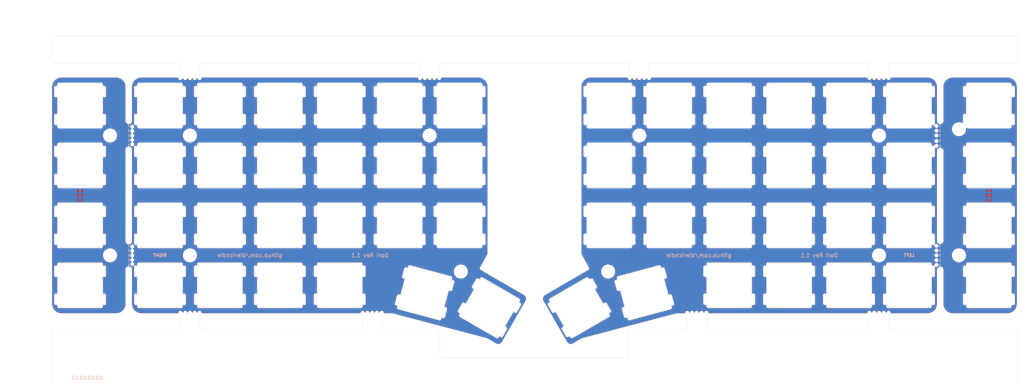
<source format=kicad_pcb>
(kicad_pcb (version 20171130) (host pcbnew "(5.1.4-0-10_14)")
  (layers (0 F.Cu signal) (31 B.Cu signal) (34 B.Paste user) (35 F.Paste user) (36 B.SilkS user) (37 F.SilkS user) (38 B.Mask user) (39 F.Mask user) (44 Edge.Cuts user))
  (net 0 "")
  (net 1 GND)
  (net 2 GNDA)
  (module Keebio-Parts:TRRS-PJ-320A (layer F.Cu) (at 237.33125 95.25 330)
    (fp_text reference J1)
    (fp_text value 4PIN)
  )
  (module random-keyboard-parts:Plate_hole_4mm (layer B.Cu) (at 221.865825 107.165775 180)
    (fp_text reference H9 hide)
    (fp_text value MountingHole)
    (pad "" np_thru_hole circle (at 0.0127 1.9939 180) (size 4 4) (drill 4) (layers *.Cu *.Mask))
  )
  (module random-keyboard-parts:Plate_hole_4mm (layer F.Cu) (at 268.684375 107.165775)
    (fp_text reference H5 hide)
    (fp_text value MountingHole)
    (pad "" np_thru_hole circle (at 0.0127 -1.9939) (size 4 4) (drill 4) (layers *.Cu *.Mask))
  )
  (module random-keyboard-parts:Plate_hole_4mm (layer F.Cu) (at 380.20625 102.0064)
    (fp_text reference H12 hide)
    (fp_text value MountingHole)
    (pad "" np_thru_hole circle (at 0.0127 -1.9939) (size 4 4) (drill 4) (layers *.Cu *.Mask))
  )
  (module random-keyboard-parts:Plate_hole_4mm (layer F.Cu) (at 380.20625 61.9125)
    (fp_text reference H11 hide)
    (fp_text value MountingHole)
    (pad "" np_thru_hole circle (at 0.0127 -1.9939) (size 4 4) (drill 4) (layers *.Cu *.Mask))
  )
  (module random-keyboard-parts:Plate_hole_4mm (layer F.Cu) (at 110.31855 102.0064)
    (fp_text reference H10 hide)
    (fp_text value MountingHole)
    (pad "" np_thru_hole circle (at 0.0127 -1.9939) (size 4 4) (drill 4) (layers *.Cu *.Mask))
  )
  (module random-keyboard-parts:Plate_hole_4mm (layer F.Cu) (at 110.31855 63.9064)
    (fp_text reference H8 hide)
    (fp_text value MountingHole)
    (pad "" np_thru_hole circle (at 0.0127 -1.9939) (size 4 4) (drill 4) (layers *.Cu *.Mask))
  )
  (module random-keyboard-parts:Plate_hole_4mm (layer F.Cu) (at 354.79355 63.9064)
    (fp_text reference H7 hide)
    (fp_text value MountingHole)
    (pad "" np_thru_hole circle (at 0.0127 -1.9939) (size 4 4) (drill 4) (layers *.Cu *.Mask))
  )
  (module random-keyboard-parts:Plate_hole_4mm (layer F.Cu) (at 354.79355 102.0064)
    (fp_text reference H6 hide)
    (fp_text value MountingHole)
    (pad "" np_thru_hole circle (at 0.0127 -1.9939) (size 4 4) (drill 4) (layers *.Cu *.Mask))
  )
  (module random-keyboard-parts:Plate_hole_4mm (layer F.Cu) (at 278.59355 63.9064)
    (fp_text reference H4 hide)
    (fp_text value MountingHole)
    (pad "" np_thru_hole circle (at 0.0127 -1.9939) (size 4 4) (drill 4) (layers *.Cu *.Mask))
  )
  (module random-keyboard-parts:Plate_hole_4mm (layer F.Cu) (at 135.71855 102.0064)
    (fp_text reference H3 hide)
    (fp_text value MountingHole)
    (pad "" np_thru_hole circle (at 0.0127 -1.9939) (size 4 4) (drill 4) (layers *.Cu *.Mask))
  )
  (module random-keyboard-parts:Plate_hole_4mm (layer F.Cu) (at 211.91855 63.9064)
    (fp_text reference H2 hide)
    (fp_text value MountingHole)
    (pad "" np_thru_hole circle (at 0.0127 -1.9939) (size 4 4) (drill 4) (layers *.Cu *.Mask))
  )
  (module random-keyboard-parts:Plate_hole_4mm (layer F.Cu) (at 135.71855 63.9064)
    (fp_text reference H1 hide)
    (fp_text value MountingHole)
    (pad "" np_thru_hole circle (at 0.0127 -1.9939) (size 4 4) (drill 4) (layers *.Cu *.Mask))
  )
  (module Keebio-Parts:TRRS-PJ-320A (layer F.Cu) (at 253.20625 95.25 30)
    (fp_text reference J2)
    (fp_text value 4PIN)
  )
  (module Keeb_footprints:MX100_slot (layer F.Cu) (at 345.28125 52.3875)
    (fp_text reference U33)
    (fp_text value HOLE)
    (fp_line (start 6.7 7) (end -6.7 7) (layer Edge.Cuts) (width 0.1))
    (fp_arc (start -6.7 6.7) (end -7 6.7) (angle -90) (layer Edge.Cuts) (width 0.1))
    (fp_line (start -7 6.7) (end -7 6.3) (layer Edge.Cuts) (width 0.1))
    (fp_arc (start -6.7 -6.7) (end -6.7 -7) (angle -90) (layer Edge.Cuts) (width 0.1))
    (fp_line (start 6.7 -7) (end -6.7 -7) (layer Edge.Cuts) (width 0.1))
    (fp_line (start -7 -2.6) (end -7 2.6) (layer Edge.Cuts) (width 0.1))
    (fp_line (start -7 -6.3) (end -7 -6.7) (layer Edge.Cuts) (width 0.1))
    (fp_line (start 7 6.3) (end 7 6.7) (layer Edge.Cuts) (width 0.1))
    (fp_arc (start 6.7 -6.7) (end 7 -6.7) (angle -90) (layer Edge.Cuts) (width 0.1))
    (fp_arc (start 7.8 -3.1) (end 7.8 -2.9) (angle -90) (layer Edge.Cuts) (width 0.1))
    (fp_arc (start 7.3 -2.6) (end 7.3 -2.9) (angle -90) (layer Edge.Cuts) (width 0.1))
    (fp_line (start 7.3 -6) (end 7.7 -6) (layer Edge.Cuts) (width 0.1))
    (fp_line (start 8 -3.1) (end 8 -5.7) (layer Edge.Cuts) (width 0.1))
    (fp_line (start 7.8 -2.9) (end 7.3 -2.9) (layer Edge.Cuts) (width 0.1))
    (fp_line (start 7 2.6) (end 7 -2.6) (layer Edge.Cuts) (width 0.1))
    (fp_arc (start 6.7 6.7) (end 6.7 7) (angle -90) (layer Edge.Cuts) (width 0.1))
    (fp_arc (start 7.3 -6.3) (end 7 -6.3) (angle -90) (layer Edge.Cuts) (width 0.1))
    (fp_arc (start 7.7 -5.7) (end 8 -5.7) (angle -90) (layer Edge.Cuts) (width 0.1))
    (fp_line (start 7 -6.7) (end 7 -6.3) (layer Edge.Cuts) (width 0.1))
    (fp_arc (start 7.3 2.6) (end 7 2.6) (angle -90) (layer Edge.Cuts) (width 0.1))
    (fp_arc (start 7.7 3.2) (end 8 3.2) (angle -90) (layer Edge.Cuts) (width 0.1))
    (fp_line (start 7.8 6) (end 7.3 6) (layer Edge.Cuts) (width 0.1))
    (fp_line (start 8 5.8) (end 8 3.2) (layer Edge.Cuts) (width 0.1))
    (fp_line (start 7.3 2.9) (end 7.7 2.9) (layer Edge.Cuts) (width 0.1))
    (fp_arc (start 7.3 6.3) (end 7.3 6) (angle -90) (layer Edge.Cuts) (width 0.1))
    (fp_arc (start 7.8 5.8) (end 7.8 6) (angle -90) (layer Edge.Cuts) (width 0.1))
    (fp_arc (start -7.8 3.1) (end -7.8 2.9) (angle -90) (layer Edge.Cuts) (width 0.1))
    (fp_arc (start -7.3 2.6) (end -7.3 2.9) (angle -90) (layer Edge.Cuts) (width 0.1))
    (fp_line (start -7.3 6) (end -7.7 6) (layer Edge.Cuts) (width 0.1))
    (fp_line (start -8 3.1) (end -8 5.7) (layer Edge.Cuts) (width 0.1))
    (fp_line (start -7.8 2.9) (end -7.3 2.9) (layer Edge.Cuts) (width 0.1))
    (fp_arc (start -7.7 5.7) (end -8 5.7) (angle -90) (layer Edge.Cuts) (width 0.1))
    (fp_arc (start -7.3 6.3) (end -7 6.3) (angle -90) (layer Edge.Cuts) (width 0.1))
    (fp_line (start -7.8 -6) (end -7.3 -6) (layer Edge.Cuts) (width 0.1))
    (fp_line (start -7.3 -2.9) (end -7.7 -2.9) (layer Edge.Cuts) (width 0.1))
    (fp_line (start -8 -5.8) (end -8 -3.2) (layer Edge.Cuts) (width 0.1))
    (fp_arc (start -7.3 -6.3) (end -7.3 -6) (angle -90) (layer Edge.Cuts) (width 0.1))
    (fp_arc (start -7.3 -2.6) (end -7 -2.6) (angle -90) (layer Edge.Cuts) (width 0.1))
    (fp_arc (start -7.7 -3.2) (end -8 -3.2) (angle -90) (layer Edge.Cuts) (width 0.1))
    (fp_arc (start -7.8 -5.8) (end -7.8 -6) (angle -90) (layer Edge.Cuts) (width 0.1))
  )
  (module Keeb_footprints:MX100_slot (layer F.Cu) (at 389.73125 109.5375)
    (fp_text reference U56)
    (fp_text value HOLE)
    (fp_line (start 6.7 7) (end -6.7 7) (layer Edge.Cuts) (width 0.1))
    (fp_arc (start -6.7 6.7) (end -7 6.7) (angle -90) (layer Edge.Cuts) (width 0.1))
    (fp_line (start -7 6.7) (end -7 6.3) (layer Edge.Cuts) (width 0.1))
    (fp_arc (start -6.7 -6.7) (end -6.7 -7) (angle -90) (layer Edge.Cuts) (width 0.1))
    (fp_line (start 6.7 -7) (end -6.7 -7) (layer Edge.Cuts) (width 0.1))
    (fp_line (start -7 -2.6) (end -7 2.6) (layer Edge.Cuts) (width 0.1))
    (fp_line (start -7 -6.3) (end -7 -6.7) (layer Edge.Cuts) (width 0.1))
    (fp_line (start 7 6.3) (end 7 6.7) (layer Edge.Cuts) (width 0.1))
    (fp_arc (start 6.7 -6.7) (end 7 -6.7) (angle -90) (layer Edge.Cuts) (width 0.1))
    (fp_arc (start 7.8 -3.1) (end 7.8 -2.9) (angle -90) (layer Edge.Cuts) (width 0.1))
    (fp_arc (start 7.3 -2.6) (end 7.3 -2.9) (angle -90) (layer Edge.Cuts) (width 0.1))
    (fp_line (start 7.3 -6) (end 7.7 -6) (layer Edge.Cuts) (width 0.1))
    (fp_line (start 8 -3.1) (end 8 -5.7) (layer Edge.Cuts) (width 0.1))
    (fp_line (start 7.8 -2.9) (end 7.3 -2.9) (layer Edge.Cuts) (width 0.1))
    (fp_line (start 7 2.6) (end 7 -2.6) (layer Edge.Cuts) (width 0.1))
    (fp_arc (start 6.7 6.7) (end 6.7 7) (angle -90) (layer Edge.Cuts) (width 0.1))
    (fp_arc (start 7.3 -6.3) (end 7 -6.3) (angle -90) (layer Edge.Cuts) (width 0.1))
    (fp_arc (start 7.7 -5.7) (end 8 -5.7) (angle -90) (layer Edge.Cuts) (width 0.1))
    (fp_line (start 7 -6.7) (end 7 -6.3) (layer Edge.Cuts) (width 0.1))
    (fp_arc (start 7.3 2.6) (end 7 2.6) (angle -90) (layer Edge.Cuts) (width 0.1))
    (fp_arc (start 7.7 3.2) (end 8 3.2) (angle -90) (layer Edge.Cuts) (width 0.1))
    (fp_line (start 7.8 6) (end 7.3 6) (layer Edge.Cuts) (width 0.1))
    (fp_line (start 8 5.8) (end 8 3.2) (layer Edge.Cuts) (width 0.1))
    (fp_line (start 7.3 2.9) (end 7.7 2.9) (layer Edge.Cuts) (width 0.1))
    (fp_arc (start 7.3 6.3) (end 7.3 6) (angle -90) (layer Edge.Cuts) (width 0.1))
    (fp_arc (start 7.8 5.8) (end 7.8 6) (angle -90) (layer Edge.Cuts) (width 0.1))
    (fp_arc (start -7.8 3.1) (end -7.8 2.9) (angle -90) (layer Edge.Cuts) (width 0.1))
    (fp_arc (start -7.3 2.6) (end -7.3 2.9) (angle -90) (layer Edge.Cuts) (width 0.1))
    (fp_line (start -7.3 6) (end -7.7 6) (layer Edge.Cuts) (width 0.1))
    (fp_line (start -8 3.1) (end -8 5.7) (layer Edge.Cuts) (width 0.1))
    (fp_line (start -7.8 2.9) (end -7.3 2.9) (layer Edge.Cuts) (width 0.1))
    (fp_arc (start -7.7 5.7) (end -8 5.7) (angle -90) (layer Edge.Cuts) (width 0.1))
    (fp_arc (start -7.3 6.3) (end -7 6.3) (angle -90) (layer Edge.Cuts) (width 0.1))
    (fp_line (start -7.8 -6) (end -7.3 -6) (layer Edge.Cuts) (width 0.1))
    (fp_line (start -7.3 -2.9) (end -7.7 -2.9) (layer Edge.Cuts) (width 0.1))
    (fp_line (start -8 -5.8) (end -8 -3.2) (layer Edge.Cuts) (width 0.1))
    (fp_arc (start -7.3 -6.3) (end -7.3 -6) (angle -90) (layer Edge.Cuts) (width 0.1))
    (fp_arc (start -7.3 -2.6) (end -7 -2.6) (angle -90) (layer Edge.Cuts) (width 0.1))
    (fp_arc (start -7.7 -3.2) (end -8 -3.2) (angle -90) (layer Edge.Cuts) (width 0.1))
    (fp_arc (start -7.8 -5.8) (end -7.8 -6) (angle -90) (layer Edge.Cuts) (width 0.1))
  )
  (module Keeb_footprints:MX100_slot (layer F.Cu) (at 364.33125 109.5375)
    (fp_text reference U55)
    (fp_text value HOLE)
    (fp_line (start 6.7 7) (end -6.7 7) (layer Edge.Cuts) (width 0.1))
    (fp_arc (start -6.7 6.7) (end -7 6.7) (angle -90) (layer Edge.Cuts) (width 0.1))
    (fp_line (start -7 6.7) (end -7 6.3) (layer Edge.Cuts) (width 0.1))
    (fp_arc (start -6.7 -6.7) (end -6.7 -7) (angle -90) (layer Edge.Cuts) (width 0.1))
    (fp_line (start 6.7 -7) (end -6.7 -7) (layer Edge.Cuts) (width 0.1))
    (fp_line (start -7 -2.6) (end -7 2.6) (layer Edge.Cuts) (width 0.1))
    (fp_line (start -7 -6.3) (end -7 -6.7) (layer Edge.Cuts) (width 0.1))
    (fp_line (start 7 6.3) (end 7 6.7) (layer Edge.Cuts) (width 0.1))
    (fp_arc (start 6.7 -6.7) (end 7 -6.7) (angle -90) (layer Edge.Cuts) (width 0.1))
    (fp_arc (start 7.8 -3.1) (end 7.8 -2.9) (angle -90) (layer Edge.Cuts) (width 0.1))
    (fp_arc (start 7.3 -2.6) (end 7.3 -2.9) (angle -90) (layer Edge.Cuts) (width 0.1))
    (fp_line (start 7.3 -6) (end 7.7 -6) (layer Edge.Cuts) (width 0.1))
    (fp_line (start 8 -3.1) (end 8 -5.7) (layer Edge.Cuts) (width 0.1))
    (fp_line (start 7.8 -2.9) (end 7.3 -2.9) (layer Edge.Cuts) (width 0.1))
    (fp_line (start 7 2.6) (end 7 -2.6) (layer Edge.Cuts) (width 0.1))
    (fp_arc (start 6.7 6.7) (end 6.7 7) (angle -90) (layer Edge.Cuts) (width 0.1))
    (fp_arc (start 7.3 -6.3) (end 7 -6.3) (angle -90) (layer Edge.Cuts) (width 0.1))
    (fp_arc (start 7.7 -5.7) (end 8 -5.7) (angle -90) (layer Edge.Cuts) (width 0.1))
    (fp_line (start 7 -6.7) (end 7 -6.3) (layer Edge.Cuts) (width 0.1))
    (fp_arc (start 7.3 2.6) (end 7 2.6) (angle -90) (layer Edge.Cuts) (width 0.1))
    (fp_arc (start 7.7 3.2) (end 8 3.2) (angle -90) (layer Edge.Cuts) (width 0.1))
    (fp_line (start 7.8 6) (end 7.3 6) (layer Edge.Cuts) (width 0.1))
    (fp_line (start 8 5.8) (end 8 3.2) (layer Edge.Cuts) (width 0.1))
    (fp_line (start 7.3 2.9) (end 7.7 2.9) (layer Edge.Cuts) (width 0.1))
    (fp_arc (start 7.3 6.3) (end 7.3 6) (angle -90) (layer Edge.Cuts) (width 0.1))
    (fp_arc (start 7.8 5.8) (end 7.8 6) (angle -90) (layer Edge.Cuts) (width 0.1))
    (fp_arc (start -7.8 3.1) (end -7.8 2.9) (angle -90) (layer Edge.Cuts) (width 0.1))
    (fp_arc (start -7.3 2.6) (end -7.3 2.9) (angle -90) (layer Edge.Cuts) (width 0.1))
    (fp_line (start -7.3 6) (end -7.7 6) (layer Edge.Cuts) (width 0.1))
    (fp_line (start -8 3.1) (end -8 5.7) (layer Edge.Cuts) (width 0.1))
    (fp_line (start -7.8 2.9) (end -7.3 2.9) (layer Edge.Cuts) (width 0.1))
    (fp_arc (start -7.7 5.7) (end -8 5.7) (angle -90) (layer Edge.Cuts) (width 0.1))
    (fp_arc (start -7.3 6.3) (end -7 6.3) (angle -90) (layer Edge.Cuts) (width 0.1))
    (fp_line (start -7.8 -6) (end -7.3 -6) (layer Edge.Cuts) (width 0.1))
    (fp_line (start -7.3 -2.9) (end -7.7 -2.9) (layer Edge.Cuts) (width 0.1))
    (fp_line (start -8 -5.8) (end -8 -3.2) (layer Edge.Cuts) (width 0.1))
    (fp_arc (start -7.3 -6.3) (end -7.3 -6) (angle -90) (layer Edge.Cuts) (width 0.1))
    (fp_arc (start -7.3 -2.6) (end -7 -2.6) (angle -90) (layer Edge.Cuts) (width 0.1))
    (fp_arc (start -7.7 -3.2) (end -8 -3.2) (angle -90) (layer Edge.Cuts) (width 0.1))
    (fp_arc (start -7.8 -5.8) (end -7.8 -6) (angle -90) (layer Edge.Cuts) (width 0.1))
  )
  (module Keeb_footprints:MX100_slot (layer F.Cu) (at 345.28125 109.5375)
    (fp_text reference U54)
    (fp_text value HOLE)
    (fp_line (start 6.7 7) (end -6.7 7) (layer Edge.Cuts) (width 0.1))
    (fp_arc (start -6.7 6.7) (end -7 6.7) (angle -90) (layer Edge.Cuts) (width 0.1))
    (fp_line (start -7 6.7) (end -7 6.3) (layer Edge.Cuts) (width 0.1))
    (fp_arc (start -6.7 -6.7) (end -6.7 -7) (angle -90) (layer Edge.Cuts) (width 0.1))
    (fp_line (start 6.7 -7) (end -6.7 -7) (layer Edge.Cuts) (width 0.1))
    (fp_line (start -7 -2.6) (end -7 2.6) (layer Edge.Cuts) (width 0.1))
    (fp_line (start -7 -6.3) (end -7 -6.7) (layer Edge.Cuts) (width 0.1))
    (fp_line (start 7 6.3) (end 7 6.7) (layer Edge.Cuts) (width 0.1))
    (fp_arc (start 6.7 -6.7) (end 7 -6.7) (angle -90) (layer Edge.Cuts) (width 0.1))
    (fp_arc (start 7.8 -3.1) (end 7.8 -2.9) (angle -90) (layer Edge.Cuts) (width 0.1))
    (fp_arc (start 7.3 -2.6) (end 7.3 -2.9) (angle -90) (layer Edge.Cuts) (width 0.1))
    (fp_line (start 7.3 -6) (end 7.7 -6) (layer Edge.Cuts) (width 0.1))
    (fp_line (start 8 -3.1) (end 8 -5.7) (layer Edge.Cuts) (width 0.1))
    (fp_line (start 7.8 -2.9) (end 7.3 -2.9) (layer Edge.Cuts) (width 0.1))
    (fp_line (start 7 2.6) (end 7 -2.6) (layer Edge.Cuts) (width 0.1))
    (fp_arc (start 6.7 6.7) (end 6.7 7) (angle -90) (layer Edge.Cuts) (width 0.1))
    (fp_arc (start 7.3 -6.3) (end 7 -6.3) (angle -90) (layer Edge.Cuts) (width 0.1))
    (fp_arc (start 7.7 -5.7) (end 8 -5.7) (angle -90) (layer Edge.Cuts) (width 0.1))
    (fp_line (start 7 -6.7) (end 7 -6.3) (layer Edge.Cuts) (width 0.1))
    (fp_arc (start 7.3 2.6) (end 7 2.6) (angle -90) (layer Edge.Cuts) (width 0.1))
    (fp_arc (start 7.7 3.2) (end 8 3.2) (angle -90) (layer Edge.Cuts) (width 0.1))
    (fp_line (start 7.8 6) (end 7.3 6) (layer Edge.Cuts) (width 0.1))
    (fp_line (start 8 5.8) (end 8 3.2) (layer Edge.Cuts) (width 0.1))
    (fp_line (start 7.3 2.9) (end 7.7 2.9) (layer Edge.Cuts) (width 0.1))
    (fp_arc (start 7.3 6.3) (end 7.3 6) (angle -90) (layer Edge.Cuts) (width 0.1))
    (fp_arc (start 7.8 5.8) (end 7.8 6) (angle -90) (layer Edge.Cuts) (width 0.1))
    (fp_arc (start -7.8 3.1) (end -7.8 2.9) (angle -90) (layer Edge.Cuts) (width 0.1))
    (fp_arc (start -7.3 2.6) (end -7.3 2.9) (angle -90) (layer Edge.Cuts) (width 0.1))
    (fp_line (start -7.3 6) (end -7.7 6) (layer Edge.Cuts) (width 0.1))
    (fp_line (start -8 3.1) (end -8 5.7) (layer Edge.Cuts) (width 0.1))
    (fp_line (start -7.8 2.9) (end -7.3 2.9) (layer Edge.Cuts) (width 0.1))
    (fp_arc (start -7.7 5.7) (end -8 5.7) (angle -90) (layer Edge.Cuts) (width 0.1))
    (fp_arc (start -7.3 6.3) (end -7 6.3) (angle -90) (layer Edge.Cuts) (width 0.1))
    (fp_line (start -7.8 -6) (end -7.3 -6) (layer Edge.Cuts) (width 0.1))
    (fp_line (start -7.3 -2.9) (end -7.7 -2.9) (layer Edge.Cuts) (width 0.1))
    (fp_line (start -8 -5.8) (end -8 -3.2) (layer Edge.Cuts) (width 0.1))
    (fp_arc (start -7.3 -6.3) (end -7.3 -6) (angle -90) (layer Edge.Cuts) (width 0.1))
    (fp_arc (start -7.3 -2.6) (end -7 -2.6) (angle -90) (layer Edge.Cuts) (width 0.1))
    (fp_arc (start -7.7 -3.2) (end -8 -3.2) (angle -90) (layer Edge.Cuts) (width 0.1))
    (fp_arc (start -7.8 -5.8) (end -7.8 -6) (angle -90) (layer Edge.Cuts) (width 0.1))
  )
  (module Keeb_footprints:MX100_slot (layer F.Cu) (at 326.23125 109.5375)
    (fp_text reference U53)
    (fp_text value HOLE)
    (fp_line (start 6.7 7) (end -6.7 7) (layer Edge.Cuts) (width 0.1))
    (fp_arc (start -6.7 6.7) (end -7 6.7) (angle -90) (layer Edge.Cuts) (width 0.1))
    (fp_line (start -7 6.7) (end -7 6.3) (layer Edge.Cuts) (width 0.1))
    (fp_arc (start -6.7 -6.7) (end -6.7 -7) (angle -90) (layer Edge.Cuts) (width 0.1))
    (fp_line (start 6.7 -7) (end -6.7 -7) (layer Edge.Cuts) (width 0.1))
    (fp_line (start -7 -2.6) (end -7 2.6) (layer Edge.Cuts) (width 0.1))
    (fp_line (start -7 -6.3) (end -7 -6.7) (layer Edge.Cuts) (width 0.1))
    (fp_line (start 7 6.3) (end 7 6.7) (layer Edge.Cuts) (width 0.1))
    (fp_arc (start 6.7 -6.7) (end 7 -6.7) (angle -90) (layer Edge.Cuts) (width 0.1))
    (fp_arc (start 7.8 -3.1) (end 7.8 -2.9) (angle -90) (layer Edge.Cuts) (width 0.1))
    (fp_arc (start 7.3 -2.6) (end 7.3 -2.9) (angle -90) (layer Edge.Cuts) (width 0.1))
    (fp_line (start 7.3 -6) (end 7.7 -6) (layer Edge.Cuts) (width 0.1))
    (fp_line (start 8 -3.1) (end 8 -5.7) (layer Edge.Cuts) (width 0.1))
    (fp_line (start 7.8 -2.9) (end 7.3 -2.9) (layer Edge.Cuts) (width 0.1))
    (fp_line (start 7 2.6) (end 7 -2.6) (layer Edge.Cuts) (width 0.1))
    (fp_arc (start 6.7 6.7) (end 6.7 7) (angle -90) (layer Edge.Cuts) (width 0.1))
    (fp_arc (start 7.3 -6.3) (end 7 -6.3) (angle -90) (layer Edge.Cuts) (width 0.1))
    (fp_arc (start 7.7 -5.7) (end 8 -5.7) (angle -90) (layer Edge.Cuts) (width 0.1))
    (fp_line (start 7 -6.7) (end 7 -6.3) (layer Edge.Cuts) (width 0.1))
    (fp_arc (start 7.3 2.6) (end 7 2.6) (angle -90) (layer Edge.Cuts) (width 0.1))
    (fp_arc (start 7.7 3.2) (end 8 3.2) (angle -90) (layer Edge.Cuts) (width 0.1))
    (fp_line (start 7.8 6) (end 7.3 6) (layer Edge.Cuts) (width 0.1))
    (fp_line (start 8 5.8) (end 8 3.2) (layer Edge.Cuts) (width 0.1))
    (fp_line (start 7.3 2.9) (end 7.7 2.9) (layer Edge.Cuts) (width 0.1))
    (fp_arc (start 7.3 6.3) (end 7.3 6) (angle -90) (layer Edge.Cuts) (width 0.1))
    (fp_arc (start 7.8 5.8) (end 7.8 6) (angle -90) (layer Edge.Cuts) (width 0.1))
    (fp_arc (start -7.8 3.1) (end -7.8 2.9) (angle -90) (layer Edge.Cuts) (width 0.1))
    (fp_arc (start -7.3 2.6) (end -7.3 2.9) (angle -90) (layer Edge.Cuts) (width 0.1))
    (fp_line (start -7.3 6) (end -7.7 6) (layer Edge.Cuts) (width 0.1))
    (fp_line (start -8 3.1) (end -8 5.7) (layer Edge.Cuts) (width 0.1))
    (fp_line (start -7.8 2.9) (end -7.3 2.9) (layer Edge.Cuts) (width 0.1))
    (fp_arc (start -7.7 5.7) (end -8 5.7) (angle -90) (layer Edge.Cuts) (width 0.1))
    (fp_arc (start -7.3 6.3) (end -7 6.3) (angle -90) (layer Edge.Cuts) (width 0.1))
    (fp_line (start -7.8 -6) (end -7.3 -6) (layer Edge.Cuts) (width 0.1))
    (fp_line (start -7.3 -2.9) (end -7.7 -2.9) (layer Edge.Cuts) (width 0.1))
    (fp_line (start -8 -5.8) (end -8 -3.2) (layer Edge.Cuts) (width 0.1))
    (fp_arc (start -7.3 -6.3) (end -7.3 -6) (angle -90) (layer Edge.Cuts) (width 0.1))
    (fp_arc (start -7.3 -2.6) (end -7 -2.6) (angle -90) (layer Edge.Cuts) (width 0.1))
    (fp_arc (start -7.7 -3.2) (end -8 -3.2) (angle -90) (layer Edge.Cuts) (width 0.1))
    (fp_arc (start -7.8 -5.8) (end -7.8 -6) (angle -90) (layer Edge.Cuts) (width 0.1))
  )
  (module Keeb_footprints:MX100_slot (layer F.Cu) (at 307.18125 109.5375)
    (fp_text reference U52)
    (fp_text value HOLE)
    (fp_line (start 6.7 7) (end -6.7 7) (layer Edge.Cuts) (width 0.1))
    (fp_arc (start -6.7 6.7) (end -7 6.7) (angle -90) (layer Edge.Cuts) (width 0.1))
    (fp_line (start -7 6.7) (end -7 6.3) (layer Edge.Cuts) (width 0.1))
    (fp_arc (start -6.7 -6.7) (end -6.7 -7) (angle -90) (layer Edge.Cuts) (width 0.1))
    (fp_line (start 6.7 -7) (end -6.7 -7) (layer Edge.Cuts) (width 0.1))
    (fp_line (start -7 -2.6) (end -7 2.6) (layer Edge.Cuts) (width 0.1))
    (fp_line (start -7 -6.3) (end -7 -6.7) (layer Edge.Cuts) (width 0.1))
    (fp_line (start 7 6.3) (end 7 6.7) (layer Edge.Cuts) (width 0.1))
    (fp_arc (start 6.7 -6.7) (end 7 -6.7) (angle -90) (layer Edge.Cuts) (width 0.1))
    (fp_arc (start 7.8 -3.1) (end 7.8 -2.9) (angle -90) (layer Edge.Cuts) (width 0.1))
    (fp_arc (start 7.3 -2.6) (end 7.3 -2.9) (angle -90) (layer Edge.Cuts) (width 0.1))
    (fp_line (start 7.3 -6) (end 7.7 -6) (layer Edge.Cuts) (width 0.1))
    (fp_line (start 8 -3.1) (end 8 -5.7) (layer Edge.Cuts) (width 0.1))
    (fp_line (start 7.8 -2.9) (end 7.3 -2.9) (layer Edge.Cuts) (width 0.1))
    (fp_line (start 7 2.6) (end 7 -2.6) (layer Edge.Cuts) (width 0.1))
    (fp_arc (start 6.7 6.7) (end 6.7 7) (angle -90) (layer Edge.Cuts) (width 0.1))
    (fp_arc (start 7.3 -6.3) (end 7 -6.3) (angle -90) (layer Edge.Cuts) (width 0.1))
    (fp_arc (start 7.7 -5.7) (end 8 -5.7) (angle -90) (layer Edge.Cuts) (width 0.1))
    (fp_line (start 7 -6.7) (end 7 -6.3) (layer Edge.Cuts) (width 0.1))
    (fp_arc (start 7.3 2.6) (end 7 2.6) (angle -90) (layer Edge.Cuts) (width 0.1))
    (fp_arc (start 7.7 3.2) (end 8 3.2) (angle -90) (layer Edge.Cuts) (width 0.1))
    (fp_line (start 7.8 6) (end 7.3 6) (layer Edge.Cuts) (width 0.1))
    (fp_line (start 8 5.8) (end 8 3.2) (layer Edge.Cuts) (width 0.1))
    (fp_line (start 7.3 2.9) (end 7.7 2.9) (layer Edge.Cuts) (width 0.1))
    (fp_arc (start 7.3 6.3) (end 7.3 6) (angle -90) (layer Edge.Cuts) (width 0.1))
    (fp_arc (start 7.8 5.8) (end 7.8 6) (angle -90) (layer Edge.Cuts) (width 0.1))
    (fp_arc (start -7.8 3.1) (end -7.8 2.9) (angle -90) (layer Edge.Cuts) (width 0.1))
    (fp_arc (start -7.3 2.6) (end -7.3 2.9) (angle -90) (layer Edge.Cuts) (width 0.1))
    (fp_line (start -7.3 6) (end -7.7 6) (layer Edge.Cuts) (width 0.1))
    (fp_line (start -8 3.1) (end -8 5.7) (layer Edge.Cuts) (width 0.1))
    (fp_line (start -7.8 2.9) (end -7.3 2.9) (layer Edge.Cuts) (width 0.1))
    (fp_arc (start -7.7 5.7) (end -8 5.7) (angle -90) (layer Edge.Cuts) (width 0.1))
    (fp_arc (start -7.3 6.3) (end -7 6.3) (angle -90) (layer Edge.Cuts) (width 0.1))
    (fp_line (start -7.8 -6) (end -7.3 -6) (layer Edge.Cuts) (width 0.1))
    (fp_line (start -7.3 -2.9) (end -7.7 -2.9) (layer Edge.Cuts) (width 0.1))
    (fp_line (start -8 -5.8) (end -8 -3.2) (layer Edge.Cuts) (width 0.1))
    (fp_arc (start -7.3 -6.3) (end -7.3 -6) (angle -90) (layer Edge.Cuts) (width 0.1))
    (fp_arc (start -7.3 -2.6) (end -7 -2.6) (angle -90) (layer Edge.Cuts) (width 0.1))
    (fp_arc (start -7.7 -3.2) (end -8 -3.2) (angle -90) (layer Edge.Cuts) (width 0.1))
    (fp_arc (start -7.8 -5.8) (end -7.8 -6) (angle -90) (layer Edge.Cuts) (width 0.1))
  )
  (module Keeb_footprints:MX100_slot (layer F.Cu) (at 280.19375 111.91875 15)
    (fp_text reference U51)
    (fp_text value HOLE)
    (fp_line (start 6.7 7) (end -6.7 7) (layer Edge.Cuts) (width 0.1))
    (fp_arc (start -6.7 6.7) (end -7 6.7) (angle -90) (layer Edge.Cuts) (width 0.1))
    (fp_line (start -7 6.7) (end -7 6.3) (layer Edge.Cuts) (width 0.1))
    (fp_arc (start -6.7 -6.7) (end -6.7 -7) (angle -90) (layer Edge.Cuts) (width 0.1))
    (fp_line (start 6.7 -7) (end -6.7 -7) (layer Edge.Cuts) (width 0.1))
    (fp_line (start -7 -2.6) (end -7 2.6) (layer Edge.Cuts) (width 0.1))
    (fp_line (start -7 -6.3) (end -7 -6.7) (layer Edge.Cuts) (width 0.1))
    (fp_line (start 7 6.3) (end 7 6.7) (layer Edge.Cuts) (width 0.1))
    (fp_arc (start 6.7 -6.7) (end 7 -6.7) (angle -90) (layer Edge.Cuts) (width 0.1))
    (fp_arc (start 7.8 -3.1) (end 7.8 -2.9) (angle -90) (layer Edge.Cuts) (width 0.1))
    (fp_arc (start 7.3 -2.6) (end 7.3 -2.9) (angle -90) (layer Edge.Cuts) (width 0.1))
    (fp_line (start 7.3 -6) (end 7.7 -6) (layer Edge.Cuts) (width 0.1))
    (fp_line (start 8 -3.1) (end 8 -5.7) (layer Edge.Cuts) (width 0.1))
    (fp_line (start 7.8 -2.9) (end 7.3 -2.9) (layer Edge.Cuts) (width 0.1))
    (fp_line (start 7 2.6) (end 7 -2.6) (layer Edge.Cuts) (width 0.1))
    (fp_arc (start 6.7 6.7) (end 6.7 7) (angle -90) (layer Edge.Cuts) (width 0.1))
    (fp_arc (start 7.3 -6.3) (end 7 -6.3) (angle -90) (layer Edge.Cuts) (width 0.1))
    (fp_arc (start 7.7 -5.7) (end 8 -5.7) (angle -90) (layer Edge.Cuts) (width 0.1))
    (fp_line (start 7 -6.7) (end 7 -6.3) (layer Edge.Cuts) (width 0.1))
    (fp_arc (start 7.3 2.6) (end 7 2.6) (angle -90) (layer Edge.Cuts) (width 0.1))
    (fp_arc (start 7.7 3.2) (end 8 3.2) (angle -90) (layer Edge.Cuts) (width 0.1))
    (fp_line (start 7.8 6) (end 7.3 6) (layer Edge.Cuts) (width 0.1))
    (fp_line (start 8 5.8) (end 8 3.2) (layer Edge.Cuts) (width 0.1))
    (fp_line (start 7.3 2.9) (end 7.7 2.9) (layer Edge.Cuts) (width 0.1))
    (fp_arc (start 7.3 6.3) (end 7.3 6) (angle -90) (layer Edge.Cuts) (width 0.1))
    (fp_arc (start 7.8 5.8) (end 7.8 6) (angle -90) (layer Edge.Cuts) (width 0.1))
    (fp_arc (start -7.8 3.1) (end -7.8 2.9) (angle -90) (layer Edge.Cuts) (width 0.1))
    (fp_arc (start -7.3 2.6) (end -7.3 2.9) (angle -90) (layer Edge.Cuts) (width 0.1))
    (fp_line (start -7.3 6) (end -7.7 6) (layer Edge.Cuts) (width 0.1))
    (fp_line (start -8 3.1) (end -8 5.7) (layer Edge.Cuts) (width 0.1))
    (fp_line (start -7.8 2.9) (end -7.3 2.9) (layer Edge.Cuts) (width 0.1))
    (fp_arc (start -7.7 5.7) (end -8 5.7) (angle -90) (layer Edge.Cuts) (width 0.1))
    (fp_arc (start -7.3 6.3) (end -7 6.3) (angle -90) (layer Edge.Cuts) (width 0.1))
    (fp_line (start -7.8 -6) (end -7.3 -6) (layer Edge.Cuts) (width 0.1))
    (fp_line (start -7.3 -2.9) (end -7.7 -2.9) (layer Edge.Cuts) (width 0.1))
    (fp_line (start -8 -5.8) (end -8 -3.2) (layer Edge.Cuts) (width 0.1))
    (fp_arc (start -7.3 -6.3) (end -7.3 -6) (angle -90) (layer Edge.Cuts) (width 0.1))
    (fp_arc (start -7.3 -2.6) (end -7 -2.6) (angle -90) (layer Edge.Cuts) (width 0.1))
    (fp_arc (start -7.7 -3.2) (end -8 -3.2) (angle -90) (layer Edge.Cuts) (width 0.1))
    (fp_arc (start -7.8 -5.8) (end -7.8 -6) (angle -90) (layer Edge.Cuts) (width 0.1))
  )
  (module Keeb_footprints:MX100_slot (layer F.Cu) (at 259.55625 116.68125 30)
    (fp_text reference U50)
    (fp_text value HOLE)
    (fp_line (start 6.7 7) (end -6.7 7) (layer Edge.Cuts) (width 0.1))
    (fp_arc (start -6.7 6.7) (end -7 6.7) (angle -90) (layer Edge.Cuts) (width 0.1))
    (fp_line (start -7 6.7) (end -7 6.3) (layer Edge.Cuts) (width 0.1))
    (fp_arc (start -6.7 -6.7) (end -6.7 -7) (angle -90) (layer Edge.Cuts) (width 0.1))
    (fp_line (start 6.7 -7) (end -6.7 -7) (layer Edge.Cuts) (width 0.1))
    (fp_line (start -7 -2.6) (end -7 2.6) (layer Edge.Cuts) (width 0.1))
    (fp_line (start -7 -6.3) (end -7 -6.7) (layer Edge.Cuts) (width 0.1))
    (fp_line (start 7 6.3) (end 7 6.7) (layer Edge.Cuts) (width 0.1))
    (fp_arc (start 6.7 -6.7) (end 7 -6.7) (angle -90) (layer Edge.Cuts) (width 0.1))
    (fp_arc (start 7.8 -3.1) (end 7.8 -2.9) (angle -90) (layer Edge.Cuts) (width 0.1))
    (fp_arc (start 7.3 -2.6) (end 7.3 -2.9) (angle -90) (layer Edge.Cuts) (width 0.1))
    (fp_line (start 7.3 -6) (end 7.7 -6) (layer Edge.Cuts) (width 0.1))
    (fp_line (start 8 -3.1) (end 8 -5.7) (layer Edge.Cuts) (width 0.1))
    (fp_line (start 7.8 -2.9) (end 7.3 -2.9) (layer Edge.Cuts) (width 0.1))
    (fp_line (start 7 2.6) (end 7 -2.6) (layer Edge.Cuts) (width 0.1))
    (fp_arc (start 6.7 6.7) (end 6.7 7) (angle -90) (layer Edge.Cuts) (width 0.1))
    (fp_arc (start 7.3 -6.3) (end 7 -6.3) (angle -90) (layer Edge.Cuts) (width 0.1))
    (fp_arc (start 7.7 -5.7) (end 8 -5.7) (angle -90) (layer Edge.Cuts) (width 0.1))
    (fp_line (start 7 -6.7) (end 7 -6.3) (layer Edge.Cuts) (width 0.1))
    (fp_arc (start 7.3 2.6) (end 7 2.6) (angle -90) (layer Edge.Cuts) (width 0.1))
    (fp_arc (start 7.7 3.2) (end 8 3.2) (angle -90) (layer Edge.Cuts) (width 0.1))
    (fp_line (start 7.8 6) (end 7.3 6) (layer Edge.Cuts) (width 0.1))
    (fp_line (start 8 5.8) (end 8 3.2) (layer Edge.Cuts) (width 0.1))
    (fp_line (start 7.3 2.9) (end 7.7 2.9) (layer Edge.Cuts) (width 0.1))
    (fp_arc (start 7.3 6.3) (end 7.3 6) (angle -90) (layer Edge.Cuts) (width 0.1))
    (fp_arc (start 7.8 5.8) (end 7.8 6) (angle -90) (layer Edge.Cuts) (width 0.1))
    (fp_arc (start -7.8 3.1) (end -7.8 2.9) (angle -90) (layer Edge.Cuts) (width 0.1))
    (fp_arc (start -7.3 2.6) (end -7.3 2.9) (angle -90) (layer Edge.Cuts) (width 0.1))
    (fp_line (start -7.3 6) (end -7.7 6) (layer Edge.Cuts) (width 0.1))
    (fp_line (start -8 3.1) (end -8 5.7) (layer Edge.Cuts) (width 0.1))
    (fp_line (start -7.8 2.9) (end -7.3 2.9) (layer Edge.Cuts) (width 0.1))
    (fp_arc (start -7.7 5.7) (end -8 5.7) (angle -90) (layer Edge.Cuts) (width 0.1))
    (fp_arc (start -7.3 6.3) (end -7 6.3) (angle -90) (layer Edge.Cuts) (width 0.1))
    (fp_line (start -7.8 -6) (end -7.3 -6) (layer Edge.Cuts) (width 0.1))
    (fp_line (start -7.3 -2.9) (end -7.7 -2.9) (layer Edge.Cuts) (width 0.1))
    (fp_line (start -8 -5.8) (end -8 -3.2) (layer Edge.Cuts) (width 0.1))
    (fp_arc (start -7.3 -6.3) (end -7.3 -6) (angle -90) (layer Edge.Cuts) (width 0.1))
    (fp_arc (start -7.3 -2.6) (end -7 -2.6) (angle -90) (layer Edge.Cuts) (width 0.1))
    (fp_arc (start -7.7 -3.2) (end -8 -3.2) (angle -90) (layer Edge.Cuts) (width 0.1))
    (fp_arc (start -7.8 -5.8) (end -7.8 -6) (angle -90) (layer Edge.Cuts) (width 0.1))
  )
  (module Keeb_footprints:MX100_slot (layer F.Cu) (at 389.73125 90.4875)
    (fp_text reference U49)
    (fp_text value HOLE)
    (fp_line (start 6.7 7) (end -6.7 7) (layer Edge.Cuts) (width 0.1))
    (fp_arc (start -6.7 6.7) (end -7 6.7) (angle -90) (layer Edge.Cuts) (width 0.1))
    (fp_line (start -7 6.7) (end -7 6.3) (layer Edge.Cuts) (width 0.1))
    (fp_arc (start -6.7 -6.7) (end -6.7 -7) (angle -90) (layer Edge.Cuts) (width 0.1))
    (fp_line (start 6.7 -7) (end -6.7 -7) (layer Edge.Cuts) (width 0.1))
    (fp_line (start -7 -2.6) (end -7 2.6) (layer Edge.Cuts) (width 0.1))
    (fp_line (start -7 -6.3) (end -7 -6.7) (layer Edge.Cuts) (width 0.1))
    (fp_line (start 7 6.3) (end 7 6.7) (layer Edge.Cuts) (width 0.1))
    (fp_arc (start 6.7 -6.7) (end 7 -6.7) (angle -90) (layer Edge.Cuts) (width 0.1))
    (fp_arc (start 7.8 -3.1) (end 7.8 -2.9) (angle -90) (layer Edge.Cuts) (width 0.1))
    (fp_arc (start 7.3 -2.6) (end 7.3 -2.9) (angle -90) (layer Edge.Cuts) (width 0.1))
    (fp_line (start 7.3 -6) (end 7.7 -6) (layer Edge.Cuts) (width 0.1))
    (fp_line (start 8 -3.1) (end 8 -5.7) (layer Edge.Cuts) (width 0.1))
    (fp_line (start 7.8 -2.9) (end 7.3 -2.9) (layer Edge.Cuts) (width 0.1))
    (fp_line (start 7 2.6) (end 7 -2.6) (layer Edge.Cuts) (width 0.1))
    (fp_arc (start 6.7 6.7) (end 6.7 7) (angle -90) (layer Edge.Cuts) (width 0.1))
    (fp_arc (start 7.3 -6.3) (end 7 -6.3) (angle -90) (layer Edge.Cuts) (width 0.1))
    (fp_arc (start 7.7 -5.7) (end 8 -5.7) (angle -90) (layer Edge.Cuts) (width 0.1))
    (fp_line (start 7 -6.7) (end 7 -6.3) (layer Edge.Cuts) (width 0.1))
    (fp_arc (start 7.3 2.6) (end 7 2.6) (angle -90) (layer Edge.Cuts) (width 0.1))
    (fp_arc (start 7.7 3.2) (end 8 3.2) (angle -90) (layer Edge.Cuts) (width 0.1))
    (fp_line (start 7.8 6) (end 7.3 6) (layer Edge.Cuts) (width 0.1))
    (fp_line (start 8 5.8) (end 8 3.2) (layer Edge.Cuts) (width 0.1))
    (fp_line (start 7.3 2.9) (end 7.7 2.9) (layer Edge.Cuts) (width 0.1))
    (fp_arc (start 7.3 6.3) (end 7.3 6) (angle -90) (layer Edge.Cuts) (width 0.1))
    (fp_arc (start 7.8 5.8) (end 7.8 6) (angle -90) (layer Edge.Cuts) (width 0.1))
    (fp_arc (start -7.8 3.1) (end -7.8 2.9) (angle -90) (layer Edge.Cuts) (width 0.1))
    (fp_arc (start -7.3 2.6) (end -7.3 2.9) (angle -90) (layer Edge.Cuts) (width 0.1))
    (fp_line (start -7.3 6) (end -7.7 6) (layer Edge.Cuts) (width 0.1))
    (fp_line (start -8 3.1) (end -8 5.7) (layer Edge.Cuts) (width 0.1))
    (fp_line (start -7.8 2.9) (end -7.3 2.9) (layer Edge.Cuts) (width 0.1))
    (fp_arc (start -7.7 5.7) (end -8 5.7) (angle -90) (layer Edge.Cuts) (width 0.1))
    (fp_arc (start -7.3 6.3) (end -7 6.3) (angle -90) (layer Edge.Cuts) (width 0.1))
    (fp_line (start -7.8 -6) (end -7.3 -6) (layer Edge.Cuts) (width 0.1))
    (fp_line (start -7.3 -2.9) (end -7.7 -2.9) (layer Edge.Cuts) (width 0.1))
    (fp_line (start -8 -5.8) (end -8 -3.2) (layer Edge.Cuts) (width 0.1))
    (fp_arc (start -7.3 -6.3) (end -7.3 -6) (angle -90) (layer Edge.Cuts) (width 0.1))
    (fp_arc (start -7.3 -2.6) (end -7 -2.6) (angle -90) (layer Edge.Cuts) (width 0.1))
    (fp_arc (start -7.7 -3.2) (end -8 -3.2) (angle -90) (layer Edge.Cuts) (width 0.1))
    (fp_arc (start -7.8 -5.8) (end -7.8 -6) (angle -90) (layer Edge.Cuts) (width 0.1))
  )
  (module Keeb_footprints:MX100_slot (layer F.Cu) (at 364.33125 90.4875)
    (fp_text reference U48)
    (fp_text value HOLE)
    (fp_line (start 6.7 7) (end -6.7 7) (layer Edge.Cuts) (width 0.1))
    (fp_arc (start -6.7 6.7) (end -7 6.7) (angle -90) (layer Edge.Cuts) (width 0.1))
    (fp_line (start -7 6.7) (end -7 6.3) (layer Edge.Cuts) (width 0.1))
    (fp_arc (start -6.7 -6.7) (end -6.7 -7) (angle -90) (layer Edge.Cuts) (width 0.1))
    (fp_line (start 6.7 -7) (end -6.7 -7) (layer Edge.Cuts) (width 0.1))
    (fp_line (start -7 -2.6) (end -7 2.6) (layer Edge.Cuts) (width 0.1))
    (fp_line (start -7 -6.3) (end -7 -6.7) (layer Edge.Cuts) (width 0.1))
    (fp_line (start 7 6.3) (end 7 6.7) (layer Edge.Cuts) (width 0.1))
    (fp_arc (start 6.7 -6.7) (end 7 -6.7) (angle -90) (layer Edge.Cuts) (width 0.1))
    (fp_arc (start 7.8 -3.1) (end 7.8 -2.9) (angle -90) (layer Edge.Cuts) (width 0.1))
    (fp_arc (start 7.3 -2.6) (end 7.3 -2.9) (angle -90) (layer Edge.Cuts) (width 0.1))
    (fp_line (start 7.3 -6) (end 7.7 -6) (layer Edge.Cuts) (width 0.1))
    (fp_line (start 8 -3.1) (end 8 -5.7) (layer Edge.Cuts) (width 0.1))
    (fp_line (start 7.8 -2.9) (end 7.3 -2.9) (layer Edge.Cuts) (width 0.1))
    (fp_line (start 7 2.6) (end 7 -2.6) (layer Edge.Cuts) (width 0.1))
    (fp_arc (start 6.7 6.7) (end 6.7 7) (angle -90) (layer Edge.Cuts) (width 0.1))
    (fp_arc (start 7.3 -6.3) (end 7 -6.3) (angle -90) (layer Edge.Cuts) (width 0.1))
    (fp_arc (start 7.7 -5.7) (end 8 -5.7) (angle -90) (layer Edge.Cuts) (width 0.1))
    (fp_line (start 7 -6.7) (end 7 -6.3) (layer Edge.Cuts) (width 0.1))
    (fp_arc (start 7.3 2.6) (end 7 2.6) (angle -90) (layer Edge.Cuts) (width 0.1))
    (fp_arc (start 7.7 3.2) (end 8 3.2) (angle -90) (layer Edge.Cuts) (width 0.1))
    (fp_line (start 7.8 6) (end 7.3 6) (layer Edge.Cuts) (width 0.1))
    (fp_line (start 8 5.8) (end 8 3.2) (layer Edge.Cuts) (width 0.1))
    (fp_line (start 7.3 2.9) (end 7.7 2.9) (layer Edge.Cuts) (width 0.1))
    (fp_arc (start 7.3 6.3) (end 7.3 6) (angle -90) (layer Edge.Cuts) (width 0.1))
    (fp_arc (start 7.8 5.8) (end 7.8 6) (angle -90) (layer Edge.Cuts) (width 0.1))
    (fp_arc (start -7.8 3.1) (end -7.8 2.9) (angle -90) (layer Edge.Cuts) (width 0.1))
    (fp_arc (start -7.3 2.6) (end -7.3 2.9) (angle -90) (layer Edge.Cuts) (width 0.1))
    (fp_line (start -7.3 6) (end -7.7 6) (layer Edge.Cuts) (width 0.1))
    (fp_line (start -8 3.1) (end -8 5.7) (layer Edge.Cuts) (width 0.1))
    (fp_line (start -7.8 2.9) (end -7.3 2.9) (layer Edge.Cuts) (width 0.1))
    (fp_arc (start -7.7 5.7) (end -8 5.7) (angle -90) (layer Edge.Cuts) (width 0.1))
    (fp_arc (start -7.3 6.3) (end -7 6.3) (angle -90) (layer Edge.Cuts) (width 0.1))
    (fp_line (start -7.8 -6) (end -7.3 -6) (layer Edge.Cuts) (width 0.1))
    (fp_line (start -7.3 -2.9) (end -7.7 -2.9) (layer Edge.Cuts) (width 0.1))
    (fp_line (start -8 -5.8) (end -8 -3.2) (layer Edge.Cuts) (width 0.1))
    (fp_arc (start -7.3 -6.3) (end -7.3 -6) (angle -90) (layer Edge.Cuts) (width 0.1))
    (fp_arc (start -7.3 -2.6) (end -7 -2.6) (angle -90) (layer Edge.Cuts) (width 0.1))
    (fp_arc (start -7.7 -3.2) (end -8 -3.2) (angle -90) (layer Edge.Cuts) (width 0.1))
    (fp_arc (start -7.8 -5.8) (end -7.8 -6) (angle -90) (layer Edge.Cuts) (width 0.1))
  )
  (module Keeb_footprints:MX100_slot (layer F.Cu) (at 345.28125 90.4875)
    (fp_text reference U47)
    (fp_text value HOLE)
    (fp_line (start 6.7 7) (end -6.7 7) (layer Edge.Cuts) (width 0.1))
    (fp_arc (start -6.7 6.7) (end -7 6.7) (angle -90) (layer Edge.Cuts) (width 0.1))
    (fp_line (start -7 6.7) (end -7 6.3) (layer Edge.Cuts) (width 0.1))
    (fp_arc (start -6.7 -6.7) (end -6.7 -7) (angle -90) (layer Edge.Cuts) (width 0.1))
    (fp_line (start 6.7 -7) (end -6.7 -7) (layer Edge.Cuts) (width 0.1))
    (fp_line (start -7 -2.6) (end -7 2.6) (layer Edge.Cuts) (width 0.1))
    (fp_line (start -7 -6.3) (end -7 -6.7) (layer Edge.Cuts) (width 0.1))
    (fp_line (start 7 6.3) (end 7 6.7) (layer Edge.Cuts) (width 0.1))
    (fp_arc (start 6.7 -6.7) (end 7 -6.7) (angle -90) (layer Edge.Cuts) (width 0.1))
    (fp_arc (start 7.8 -3.1) (end 7.8 -2.9) (angle -90) (layer Edge.Cuts) (width 0.1))
    (fp_arc (start 7.3 -2.6) (end 7.3 -2.9) (angle -90) (layer Edge.Cuts) (width 0.1))
    (fp_line (start 7.3 -6) (end 7.7 -6) (layer Edge.Cuts) (width 0.1))
    (fp_line (start 8 -3.1) (end 8 -5.7) (layer Edge.Cuts) (width 0.1))
    (fp_line (start 7.8 -2.9) (end 7.3 -2.9) (layer Edge.Cuts) (width 0.1))
    (fp_line (start 7 2.6) (end 7 -2.6) (layer Edge.Cuts) (width 0.1))
    (fp_arc (start 6.7 6.7) (end 6.7 7) (angle -90) (layer Edge.Cuts) (width 0.1))
    (fp_arc (start 7.3 -6.3) (end 7 -6.3) (angle -90) (layer Edge.Cuts) (width 0.1))
    (fp_arc (start 7.7 -5.7) (end 8 -5.7) (angle -90) (layer Edge.Cuts) (width 0.1))
    (fp_line (start 7 -6.7) (end 7 -6.3) (layer Edge.Cuts) (width 0.1))
    (fp_arc (start 7.3 2.6) (end 7 2.6) (angle -90) (layer Edge.Cuts) (width 0.1))
    (fp_arc (start 7.7 3.2) (end 8 3.2) (angle -90) (layer Edge.Cuts) (width 0.1))
    (fp_line (start 7.8 6) (end 7.3 6) (layer Edge.Cuts) (width 0.1))
    (fp_line (start 8 5.8) (end 8 3.2) (layer Edge.Cuts) (width 0.1))
    (fp_line (start 7.3 2.9) (end 7.7 2.9) (layer Edge.Cuts) (width 0.1))
    (fp_arc (start 7.3 6.3) (end 7.3 6) (angle -90) (layer Edge.Cuts) (width 0.1))
    (fp_arc (start 7.8 5.8) (end 7.8 6) (angle -90) (layer Edge.Cuts) (width 0.1))
    (fp_arc (start -7.8 3.1) (end -7.8 2.9) (angle -90) (layer Edge.Cuts) (width 0.1))
    (fp_arc (start -7.3 2.6) (end -7.3 2.9) (angle -90) (layer Edge.Cuts) (width 0.1))
    (fp_line (start -7.3 6) (end -7.7 6) (layer Edge.Cuts) (width 0.1))
    (fp_line (start -8 3.1) (end -8 5.7) (layer Edge.Cuts) (width 0.1))
    (fp_line (start -7.8 2.9) (end -7.3 2.9) (layer Edge.Cuts) (width 0.1))
    (fp_arc (start -7.7 5.7) (end -8 5.7) (angle -90) (layer Edge.Cuts) (width 0.1))
    (fp_arc (start -7.3 6.3) (end -7 6.3) (angle -90) (layer Edge.Cuts) (width 0.1))
    (fp_line (start -7.8 -6) (end -7.3 -6) (layer Edge.Cuts) (width 0.1))
    (fp_line (start -7.3 -2.9) (end -7.7 -2.9) (layer Edge.Cuts) (width 0.1))
    (fp_line (start -8 -5.8) (end -8 -3.2) (layer Edge.Cuts) (width 0.1))
    (fp_arc (start -7.3 -6.3) (end -7.3 -6) (angle -90) (layer Edge.Cuts) (width 0.1))
    (fp_arc (start -7.3 -2.6) (end -7 -2.6) (angle -90) (layer Edge.Cuts) (width 0.1))
    (fp_arc (start -7.7 -3.2) (end -8 -3.2) (angle -90) (layer Edge.Cuts) (width 0.1))
    (fp_arc (start -7.8 -5.8) (end -7.8 -6) (angle -90) (layer Edge.Cuts) (width 0.1))
  )
  (module Keeb_footprints:MX100_slot (layer F.Cu) (at 326.23125 90.4875)
    (fp_text reference U46)
    (fp_text value HOLE)
    (fp_line (start 6.7 7) (end -6.7 7) (layer Edge.Cuts) (width 0.1))
    (fp_arc (start -6.7 6.7) (end -7 6.7) (angle -90) (layer Edge.Cuts) (width 0.1))
    (fp_line (start -7 6.7) (end -7 6.3) (layer Edge.Cuts) (width 0.1))
    (fp_arc (start -6.7 -6.7) (end -6.7 -7) (angle -90) (layer Edge.Cuts) (width 0.1))
    (fp_line (start 6.7 -7) (end -6.7 -7) (layer Edge.Cuts) (width 0.1))
    (fp_line (start -7 -2.6) (end -7 2.6) (layer Edge.Cuts) (width 0.1))
    (fp_line (start -7 -6.3) (end -7 -6.7) (layer Edge.Cuts) (width 0.1))
    (fp_line (start 7 6.3) (end 7 6.7) (layer Edge.Cuts) (width 0.1))
    (fp_arc (start 6.7 -6.7) (end 7 -6.7) (angle -90) (layer Edge.Cuts) (width 0.1))
    (fp_arc (start 7.8 -3.1) (end 7.8 -2.9) (angle -90) (layer Edge.Cuts) (width 0.1))
    (fp_arc (start 7.3 -2.6) (end 7.3 -2.9) (angle -90) (layer Edge.Cuts) (width 0.1))
    (fp_line (start 7.3 -6) (end 7.7 -6) (layer Edge.Cuts) (width 0.1))
    (fp_line (start 8 -3.1) (end 8 -5.7) (layer Edge.Cuts) (width 0.1))
    (fp_line (start 7.8 -2.9) (end 7.3 -2.9) (layer Edge.Cuts) (width 0.1))
    (fp_line (start 7 2.6) (end 7 -2.6) (layer Edge.Cuts) (width 0.1))
    (fp_arc (start 6.7 6.7) (end 6.7 7) (angle -90) (layer Edge.Cuts) (width 0.1))
    (fp_arc (start 7.3 -6.3) (end 7 -6.3) (angle -90) (layer Edge.Cuts) (width 0.1))
    (fp_arc (start 7.7 -5.7) (end 8 -5.7) (angle -90) (layer Edge.Cuts) (width 0.1))
    (fp_line (start 7 -6.7) (end 7 -6.3) (layer Edge.Cuts) (width 0.1))
    (fp_arc (start 7.3 2.6) (end 7 2.6) (angle -90) (layer Edge.Cuts) (width 0.1))
    (fp_arc (start 7.7 3.2) (end 8 3.2) (angle -90) (layer Edge.Cuts) (width 0.1))
    (fp_line (start 7.8 6) (end 7.3 6) (layer Edge.Cuts) (width 0.1))
    (fp_line (start 8 5.8) (end 8 3.2) (layer Edge.Cuts) (width 0.1))
    (fp_line (start 7.3 2.9) (end 7.7 2.9) (layer Edge.Cuts) (width 0.1))
    (fp_arc (start 7.3 6.3) (end 7.3 6) (angle -90) (layer Edge.Cuts) (width 0.1))
    (fp_arc (start 7.8 5.8) (end 7.8 6) (angle -90) (layer Edge.Cuts) (width 0.1))
    (fp_arc (start -7.8 3.1) (end -7.8 2.9) (angle -90) (layer Edge.Cuts) (width 0.1))
    (fp_arc (start -7.3 2.6) (end -7.3 2.9) (angle -90) (layer Edge.Cuts) (width 0.1))
    (fp_line (start -7.3 6) (end -7.7 6) (layer Edge.Cuts) (width 0.1))
    (fp_line (start -8 3.1) (end -8 5.7) (layer Edge.Cuts) (width 0.1))
    (fp_line (start -7.8 2.9) (end -7.3 2.9) (layer Edge.Cuts) (width 0.1))
    (fp_arc (start -7.7 5.7) (end -8 5.7) (angle -90) (layer Edge.Cuts) (width 0.1))
    (fp_arc (start -7.3 6.3) (end -7 6.3) (angle -90) (layer Edge.Cuts) (width 0.1))
    (fp_line (start -7.8 -6) (end -7.3 -6) (layer Edge.Cuts) (width 0.1))
    (fp_line (start -7.3 -2.9) (end -7.7 -2.9) (layer Edge.Cuts) (width 0.1))
    (fp_line (start -8 -5.8) (end -8 -3.2) (layer Edge.Cuts) (width 0.1))
    (fp_arc (start -7.3 -6.3) (end -7.3 -6) (angle -90) (layer Edge.Cuts) (width 0.1))
    (fp_arc (start -7.3 -2.6) (end -7 -2.6) (angle -90) (layer Edge.Cuts) (width 0.1))
    (fp_arc (start -7.7 -3.2) (end -8 -3.2) (angle -90) (layer Edge.Cuts) (width 0.1))
    (fp_arc (start -7.8 -5.8) (end -7.8 -6) (angle -90) (layer Edge.Cuts) (width 0.1))
  )
  (module Keeb_footprints:MX100_slot (layer F.Cu) (at 307.18125 90.4875)
    (fp_text reference U45)
    (fp_text value HOLE)
    (fp_line (start 6.7 7) (end -6.7 7) (layer Edge.Cuts) (width 0.1))
    (fp_arc (start -6.7 6.7) (end -7 6.7) (angle -90) (layer Edge.Cuts) (width 0.1))
    (fp_line (start -7 6.7) (end -7 6.3) (layer Edge.Cuts) (width 0.1))
    (fp_arc (start -6.7 -6.7) (end -6.7 -7) (angle -90) (layer Edge.Cuts) (width 0.1))
    (fp_line (start 6.7 -7) (end -6.7 -7) (layer Edge.Cuts) (width 0.1))
    (fp_line (start -7 -2.6) (end -7 2.6) (layer Edge.Cuts) (width 0.1))
    (fp_line (start -7 -6.3) (end -7 -6.7) (layer Edge.Cuts) (width 0.1))
    (fp_line (start 7 6.3) (end 7 6.7) (layer Edge.Cuts) (width 0.1))
    (fp_arc (start 6.7 -6.7) (end 7 -6.7) (angle -90) (layer Edge.Cuts) (width 0.1))
    (fp_arc (start 7.8 -3.1) (end 7.8 -2.9) (angle -90) (layer Edge.Cuts) (width 0.1))
    (fp_arc (start 7.3 -2.6) (end 7.3 -2.9) (angle -90) (layer Edge.Cuts) (width 0.1))
    (fp_line (start 7.3 -6) (end 7.7 -6) (layer Edge.Cuts) (width 0.1))
    (fp_line (start 8 -3.1) (end 8 -5.7) (layer Edge.Cuts) (width 0.1))
    (fp_line (start 7.8 -2.9) (end 7.3 -2.9) (layer Edge.Cuts) (width 0.1))
    (fp_line (start 7 2.6) (end 7 -2.6) (layer Edge.Cuts) (width 0.1))
    (fp_arc (start 6.7 6.7) (end 6.7 7) (angle -90) (layer Edge.Cuts) (width 0.1))
    (fp_arc (start 7.3 -6.3) (end 7 -6.3) (angle -90) (layer Edge.Cuts) (width 0.1))
    (fp_arc (start 7.7 -5.7) (end 8 -5.7) (angle -90) (layer Edge.Cuts) (width 0.1))
    (fp_line (start 7 -6.7) (end 7 -6.3) (layer Edge.Cuts) (width 0.1))
    (fp_arc (start 7.3 2.6) (end 7 2.6) (angle -90) (layer Edge.Cuts) (width 0.1))
    (fp_arc (start 7.7 3.2) (end 8 3.2) (angle -90) (layer Edge.Cuts) (width 0.1))
    (fp_line (start 7.8 6) (end 7.3 6) (layer Edge.Cuts) (width 0.1))
    (fp_line (start 8 5.8) (end 8 3.2) (layer Edge.Cuts) (width 0.1))
    (fp_line (start 7.3 2.9) (end 7.7 2.9) (layer Edge.Cuts) (width 0.1))
    (fp_arc (start 7.3 6.3) (end 7.3 6) (angle -90) (layer Edge.Cuts) (width 0.1))
    (fp_arc (start 7.8 5.8) (end 7.8 6) (angle -90) (layer Edge.Cuts) (width 0.1))
    (fp_arc (start -7.8 3.1) (end -7.8 2.9) (angle -90) (layer Edge.Cuts) (width 0.1))
    (fp_arc (start -7.3 2.6) (end -7.3 2.9) (angle -90) (layer Edge.Cuts) (width 0.1))
    (fp_line (start -7.3 6) (end -7.7 6) (layer Edge.Cuts) (width 0.1))
    (fp_line (start -8 3.1) (end -8 5.7) (layer Edge.Cuts) (width 0.1))
    (fp_line (start -7.8 2.9) (end -7.3 2.9) (layer Edge.Cuts) (width 0.1))
    (fp_arc (start -7.7 5.7) (end -8 5.7) (angle -90) (layer Edge.Cuts) (width 0.1))
    (fp_arc (start -7.3 6.3) (end -7 6.3) (angle -90) (layer Edge.Cuts) (width 0.1))
    (fp_line (start -7.8 -6) (end -7.3 -6) (layer Edge.Cuts) (width 0.1))
    (fp_line (start -7.3 -2.9) (end -7.7 -2.9) (layer Edge.Cuts) (width 0.1))
    (fp_line (start -8 -5.8) (end -8 -3.2) (layer Edge.Cuts) (width 0.1))
    (fp_arc (start -7.3 -6.3) (end -7.3 -6) (angle -90) (layer Edge.Cuts) (width 0.1))
    (fp_arc (start -7.3 -2.6) (end -7 -2.6) (angle -90) (layer Edge.Cuts) (width 0.1))
    (fp_arc (start -7.7 -3.2) (end -8 -3.2) (angle -90) (layer Edge.Cuts) (width 0.1))
    (fp_arc (start -7.8 -5.8) (end -7.8 -6) (angle -90) (layer Edge.Cuts) (width 0.1))
  )
  (module Keeb_footprints:MX100_slot (layer F.Cu) (at 288.13125 90.4875)
    (fp_text reference U44)
    (fp_text value HOLE)
    (fp_line (start 6.7 7) (end -6.7 7) (layer Edge.Cuts) (width 0.1))
    (fp_arc (start -6.7 6.7) (end -7 6.7) (angle -90) (layer Edge.Cuts) (width 0.1))
    (fp_line (start -7 6.7) (end -7 6.3) (layer Edge.Cuts) (width 0.1))
    (fp_arc (start -6.7 -6.7) (end -6.7 -7) (angle -90) (layer Edge.Cuts) (width 0.1))
    (fp_line (start 6.7 -7) (end -6.7 -7) (layer Edge.Cuts) (width 0.1))
    (fp_line (start -7 -2.6) (end -7 2.6) (layer Edge.Cuts) (width 0.1))
    (fp_line (start -7 -6.3) (end -7 -6.7) (layer Edge.Cuts) (width 0.1))
    (fp_line (start 7 6.3) (end 7 6.7) (layer Edge.Cuts) (width 0.1))
    (fp_arc (start 6.7 -6.7) (end 7 -6.7) (angle -90) (layer Edge.Cuts) (width 0.1))
    (fp_arc (start 7.8 -3.1) (end 7.8 -2.9) (angle -90) (layer Edge.Cuts) (width 0.1))
    (fp_arc (start 7.3 -2.6) (end 7.3 -2.9) (angle -90) (layer Edge.Cuts) (width 0.1))
    (fp_line (start 7.3 -6) (end 7.7 -6) (layer Edge.Cuts) (width 0.1))
    (fp_line (start 8 -3.1) (end 8 -5.7) (layer Edge.Cuts) (width 0.1))
    (fp_line (start 7.8 -2.9) (end 7.3 -2.9) (layer Edge.Cuts) (width 0.1))
    (fp_line (start 7 2.6) (end 7 -2.6) (layer Edge.Cuts) (width 0.1))
    (fp_arc (start 6.7 6.7) (end 6.7 7) (angle -90) (layer Edge.Cuts) (width 0.1))
    (fp_arc (start 7.3 -6.3) (end 7 -6.3) (angle -90) (layer Edge.Cuts) (width 0.1))
    (fp_arc (start 7.7 -5.7) (end 8 -5.7) (angle -90) (layer Edge.Cuts) (width 0.1))
    (fp_line (start 7 -6.7) (end 7 -6.3) (layer Edge.Cuts) (width 0.1))
    (fp_arc (start 7.3 2.6) (end 7 2.6) (angle -90) (layer Edge.Cuts) (width 0.1))
    (fp_arc (start 7.7 3.2) (end 8 3.2) (angle -90) (layer Edge.Cuts) (width 0.1))
    (fp_line (start 7.8 6) (end 7.3 6) (layer Edge.Cuts) (width 0.1))
    (fp_line (start 8 5.8) (end 8 3.2) (layer Edge.Cuts) (width 0.1))
    (fp_line (start 7.3 2.9) (end 7.7 2.9) (layer Edge.Cuts) (width 0.1))
    (fp_arc (start 7.3 6.3) (end 7.3 6) (angle -90) (layer Edge.Cuts) (width 0.1))
    (fp_arc (start 7.8 5.8) (end 7.8 6) (angle -90) (layer Edge.Cuts) (width 0.1))
    (fp_arc (start -7.8 3.1) (end -7.8 2.9) (angle -90) (layer Edge.Cuts) (width 0.1))
    (fp_arc (start -7.3 2.6) (end -7.3 2.9) (angle -90) (layer Edge.Cuts) (width 0.1))
    (fp_line (start -7.3 6) (end -7.7 6) (layer Edge.Cuts) (width 0.1))
    (fp_line (start -8 3.1) (end -8 5.7) (layer Edge.Cuts) (width 0.1))
    (fp_line (start -7.8 2.9) (end -7.3 2.9) (layer Edge.Cuts) (width 0.1))
    (fp_arc (start -7.7 5.7) (end -8 5.7) (angle -90) (layer Edge.Cuts) (width 0.1))
    (fp_arc (start -7.3 6.3) (end -7 6.3) (angle -90) (layer Edge.Cuts) (width 0.1))
    (fp_line (start -7.8 -6) (end -7.3 -6) (layer Edge.Cuts) (width 0.1))
    (fp_line (start -7.3 -2.9) (end -7.7 -2.9) (layer Edge.Cuts) (width 0.1))
    (fp_line (start -8 -5.8) (end -8 -3.2) (layer Edge.Cuts) (width 0.1))
    (fp_arc (start -7.3 -6.3) (end -7.3 -6) (angle -90) (layer Edge.Cuts) (width 0.1))
    (fp_arc (start -7.3 -2.6) (end -7 -2.6) (angle -90) (layer Edge.Cuts) (width 0.1))
    (fp_arc (start -7.7 -3.2) (end -8 -3.2) (angle -90) (layer Edge.Cuts) (width 0.1))
    (fp_arc (start -7.8 -5.8) (end -7.8 -6) (angle -90) (layer Edge.Cuts) (width 0.1))
  )
  (module Keeb_footprints:MX100_slot (layer F.Cu) (at 269.08125 90.4875)
    (fp_text reference U43)
    (fp_text value HOLE)
    (fp_line (start 6.7 7) (end -6.7 7) (layer Edge.Cuts) (width 0.1))
    (fp_arc (start -6.7 6.7) (end -7 6.7) (angle -90) (layer Edge.Cuts) (width 0.1))
    (fp_line (start -7 6.7) (end -7 6.3) (layer Edge.Cuts) (width 0.1))
    (fp_arc (start -6.7 -6.7) (end -6.7 -7) (angle -90) (layer Edge.Cuts) (width 0.1))
    (fp_line (start 6.7 -7) (end -6.7 -7) (layer Edge.Cuts) (width 0.1))
    (fp_line (start -7 -2.6) (end -7 2.6) (layer Edge.Cuts) (width 0.1))
    (fp_line (start -7 -6.3) (end -7 -6.7) (layer Edge.Cuts) (width 0.1))
    (fp_line (start 7 6.3) (end 7 6.7) (layer Edge.Cuts) (width 0.1))
    (fp_arc (start 6.7 -6.7) (end 7 -6.7) (angle -90) (layer Edge.Cuts) (width 0.1))
    (fp_arc (start 7.8 -3.1) (end 7.8 -2.9) (angle -90) (layer Edge.Cuts) (width 0.1))
    (fp_arc (start 7.3 -2.6) (end 7.3 -2.9) (angle -90) (layer Edge.Cuts) (width 0.1))
    (fp_line (start 7.3 -6) (end 7.7 -6) (layer Edge.Cuts) (width 0.1))
    (fp_line (start 8 -3.1) (end 8 -5.7) (layer Edge.Cuts) (width 0.1))
    (fp_line (start 7.8 -2.9) (end 7.3 -2.9) (layer Edge.Cuts) (width 0.1))
    (fp_line (start 7 2.6) (end 7 -2.6) (layer Edge.Cuts) (width 0.1))
    (fp_arc (start 6.7 6.7) (end 6.7 7) (angle -90) (layer Edge.Cuts) (width 0.1))
    (fp_arc (start 7.3 -6.3) (end 7 -6.3) (angle -90) (layer Edge.Cuts) (width 0.1))
    (fp_arc (start 7.7 -5.7) (end 8 -5.7) (angle -90) (layer Edge.Cuts) (width 0.1))
    (fp_line (start 7 -6.7) (end 7 -6.3) (layer Edge.Cuts) (width 0.1))
    (fp_arc (start 7.3 2.6) (end 7 2.6) (angle -90) (layer Edge.Cuts) (width 0.1))
    (fp_arc (start 7.7 3.2) (end 8 3.2) (angle -90) (layer Edge.Cuts) (width 0.1))
    (fp_line (start 7.8 6) (end 7.3 6) (layer Edge.Cuts) (width 0.1))
    (fp_line (start 8 5.8) (end 8 3.2) (layer Edge.Cuts) (width 0.1))
    (fp_line (start 7.3 2.9) (end 7.7 2.9) (layer Edge.Cuts) (width 0.1))
    (fp_arc (start 7.3 6.3) (end 7.3 6) (angle -90) (layer Edge.Cuts) (width 0.1))
    (fp_arc (start 7.8 5.8) (end 7.8 6) (angle -90) (layer Edge.Cuts) (width 0.1))
    (fp_arc (start -7.8 3.1) (end -7.8 2.9) (angle -90) (layer Edge.Cuts) (width 0.1))
    (fp_arc (start -7.3 2.6) (end -7.3 2.9) (angle -90) (layer Edge.Cuts) (width 0.1))
    (fp_line (start -7.3 6) (end -7.7 6) (layer Edge.Cuts) (width 0.1))
    (fp_line (start -8 3.1) (end -8 5.7) (layer Edge.Cuts) (width 0.1))
    (fp_line (start -7.8 2.9) (end -7.3 2.9) (layer Edge.Cuts) (width 0.1))
    (fp_arc (start -7.7 5.7) (end -8 5.7) (angle -90) (layer Edge.Cuts) (width 0.1))
    (fp_arc (start -7.3 6.3) (end -7 6.3) (angle -90) (layer Edge.Cuts) (width 0.1))
    (fp_line (start -7.8 -6) (end -7.3 -6) (layer Edge.Cuts) (width 0.1))
    (fp_line (start -7.3 -2.9) (end -7.7 -2.9) (layer Edge.Cuts) (width 0.1))
    (fp_line (start -8 -5.8) (end -8 -3.2) (layer Edge.Cuts) (width 0.1))
    (fp_arc (start -7.3 -6.3) (end -7.3 -6) (angle -90) (layer Edge.Cuts) (width 0.1))
    (fp_arc (start -7.3 -2.6) (end -7 -2.6) (angle -90) (layer Edge.Cuts) (width 0.1))
    (fp_arc (start -7.7 -3.2) (end -8 -3.2) (angle -90) (layer Edge.Cuts) (width 0.1))
    (fp_arc (start -7.8 -5.8) (end -7.8 -6) (angle -90) (layer Edge.Cuts) (width 0.1))
  )
  (module Keeb_footprints:MX100_slot (layer F.Cu) (at 389.73125 71.4375)
    (fp_text reference U42)
    (fp_text value HOLE)
    (fp_line (start 6.7 7) (end -6.7 7) (layer Edge.Cuts) (width 0.1))
    (fp_arc (start -6.7 6.7) (end -7 6.7) (angle -90) (layer Edge.Cuts) (width 0.1))
    (fp_line (start -7 6.7) (end -7 6.3) (layer Edge.Cuts) (width 0.1))
    (fp_arc (start -6.7 -6.7) (end -6.7 -7) (angle -90) (layer Edge.Cuts) (width 0.1))
    (fp_line (start 6.7 -7) (end -6.7 -7) (layer Edge.Cuts) (width 0.1))
    (fp_line (start -7 -2.6) (end -7 2.6) (layer Edge.Cuts) (width 0.1))
    (fp_line (start -7 -6.3) (end -7 -6.7) (layer Edge.Cuts) (width 0.1))
    (fp_line (start 7 6.3) (end 7 6.7) (layer Edge.Cuts) (width 0.1))
    (fp_arc (start 6.7 -6.7) (end 7 -6.7) (angle -90) (layer Edge.Cuts) (width 0.1))
    (fp_arc (start 7.8 -3.1) (end 7.8 -2.9) (angle -90) (layer Edge.Cuts) (width 0.1))
    (fp_arc (start 7.3 -2.6) (end 7.3 -2.9) (angle -90) (layer Edge.Cuts) (width 0.1))
    (fp_line (start 7.3 -6) (end 7.7 -6) (layer Edge.Cuts) (width 0.1))
    (fp_line (start 8 -3.1) (end 8 -5.7) (layer Edge.Cuts) (width 0.1))
    (fp_line (start 7.8 -2.9) (end 7.3 -2.9) (layer Edge.Cuts) (width 0.1))
    (fp_line (start 7 2.6) (end 7 -2.6) (layer Edge.Cuts) (width 0.1))
    (fp_arc (start 6.7 6.7) (end 6.7 7) (angle -90) (layer Edge.Cuts) (width 0.1))
    (fp_arc (start 7.3 -6.3) (end 7 -6.3) (angle -90) (layer Edge.Cuts) (width 0.1))
    (fp_arc (start 7.7 -5.7) (end 8 -5.7) (angle -90) (layer Edge.Cuts) (width 0.1))
    (fp_line (start 7 -6.7) (end 7 -6.3) (layer Edge.Cuts) (width 0.1))
    (fp_arc (start 7.3 2.6) (end 7 2.6) (angle -90) (layer Edge.Cuts) (width 0.1))
    (fp_arc (start 7.7 3.2) (end 8 3.2) (angle -90) (layer Edge.Cuts) (width 0.1))
    (fp_line (start 7.8 6) (end 7.3 6) (layer Edge.Cuts) (width 0.1))
    (fp_line (start 8 5.8) (end 8 3.2) (layer Edge.Cuts) (width 0.1))
    (fp_line (start 7.3 2.9) (end 7.7 2.9) (layer Edge.Cuts) (width 0.1))
    (fp_arc (start 7.3 6.3) (end 7.3 6) (angle -90) (layer Edge.Cuts) (width 0.1))
    (fp_arc (start 7.8 5.8) (end 7.8 6) (angle -90) (layer Edge.Cuts) (width 0.1))
    (fp_arc (start -7.8 3.1) (end -7.8 2.9) (angle -90) (layer Edge.Cuts) (width 0.1))
    (fp_arc (start -7.3 2.6) (end -7.3 2.9) (angle -90) (layer Edge.Cuts) (width 0.1))
    (fp_line (start -7.3 6) (end -7.7 6) (layer Edge.Cuts) (width 0.1))
    (fp_line (start -8 3.1) (end -8 5.7) (layer Edge.Cuts) (width 0.1))
    (fp_line (start -7.8 2.9) (end -7.3 2.9) (layer Edge.Cuts) (width 0.1))
    (fp_arc (start -7.7 5.7) (end -8 5.7) (angle -90) (layer Edge.Cuts) (width 0.1))
    (fp_arc (start -7.3 6.3) (end -7 6.3) (angle -90) (layer Edge.Cuts) (width 0.1))
    (fp_line (start -7.8 -6) (end -7.3 -6) (layer Edge.Cuts) (width 0.1))
    (fp_line (start -7.3 -2.9) (end -7.7 -2.9) (layer Edge.Cuts) (width 0.1))
    (fp_line (start -8 -5.8) (end -8 -3.2) (layer Edge.Cuts) (width 0.1))
    (fp_arc (start -7.3 -6.3) (end -7.3 -6) (angle -90) (layer Edge.Cuts) (width 0.1))
    (fp_arc (start -7.3 -2.6) (end -7 -2.6) (angle -90) (layer Edge.Cuts) (width 0.1))
    (fp_arc (start -7.7 -3.2) (end -8 -3.2) (angle -90) (layer Edge.Cuts) (width 0.1))
    (fp_arc (start -7.8 -5.8) (end -7.8 -6) (angle -90) (layer Edge.Cuts) (width 0.1))
  )
  (module Keeb_footprints:MX100_slot (layer F.Cu) (at 364.33125 71.4375)
    (fp_text reference U41)
    (fp_text value HOLE)
    (fp_line (start 6.7 7) (end -6.7 7) (layer Edge.Cuts) (width 0.1))
    (fp_arc (start -6.7 6.7) (end -7 6.7) (angle -90) (layer Edge.Cuts) (width 0.1))
    (fp_line (start -7 6.7) (end -7 6.3) (layer Edge.Cuts) (width 0.1))
    (fp_arc (start -6.7 -6.7) (end -6.7 -7) (angle -90) (layer Edge.Cuts) (width 0.1))
    (fp_line (start 6.7 -7) (end -6.7 -7) (layer Edge.Cuts) (width 0.1))
    (fp_line (start -7 -2.6) (end -7 2.6) (layer Edge.Cuts) (width 0.1))
    (fp_line (start -7 -6.3) (end -7 -6.7) (layer Edge.Cuts) (width 0.1))
    (fp_line (start 7 6.3) (end 7 6.7) (layer Edge.Cuts) (width 0.1))
    (fp_arc (start 6.7 -6.7) (end 7 -6.7) (angle -90) (layer Edge.Cuts) (width 0.1))
    (fp_arc (start 7.8 -3.1) (end 7.8 -2.9) (angle -90) (layer Edge.Cuts) (width 0.1))
    (fp_arc (start 7.3 -2.6) (end 7.3 -2.9) (angle -90) (layer Edge.Cuts) (width 0.1))
    (fp_line (start 7.3 -6) (end 7.7 -6) (layer Edge.Cuts) (width 0.1))
    (fp_line (start 8 -3.1) (end 8 -5.7) (layer Edge.Cuts) (width 0.1))
    (fp_line (start 7.8 -2.9) (end 7.3 -2.9) (layer Edge.Cuts) (width 0.1))
    (fp_line (start 7 2.6) (end 7 -2.6) (layer Edge.Cuts) (width 0.1))
    (fp_arc (start 6.7 6.7) (end 6.7 7) (angle -90) (layer Edge.Cuts) (width 0.1))
    (fp_arc (start 7.3 -6.3) (end 7 -6.3) (angle -90) (layer Edge.Cuts) (width 0.1))
    (fp_arc (start 7.7 -5.7) (end 8 -5.7) (angle -90) (layer Edge.Cuts) (width 0.1))
    (fp_line (start 7 -6.7) (end 7 -6.3) (layer Edge.Cuts) (width 0.1))
    (fp_arc (start 7.3 2.6) (end 7 2.6) (angle -90) (layer Edge.Cuts) (width 0.1))
    (fp_arc (start 7.7 3.2) (end 8 3.2) (angle -90) (layer Edge.Cuts) (width 0.1))
    (fp_line (start 7.8 6) (end 7.3 6) (layer Edge.Cuts) (width 0.1))
    (fp_line (start 8 5.8) (end 8 3.2) (layer Edge.Cuts) (width 0.1))
    (fp_line (start 7.3 2.9) (end 7.7 2.9) (layer Edge.Cuts) (width 0.1))
    (fp_arc (start 7.3 6.3) (end 7.3 6) (angle -90) (layer Edge.Cuts) (width 0.1))
    (fp_arc (start 7.8 5.8) (end 7.8 6) (angle -90) (layer Edge.Cuts) (width 0.1))
    (fp_arc (start -7.8 3.1) (end -7.8 2.9) (angle -90) (layer Edge.Cuts) (width 0.1))
    (fp_arc (start -7.3 2.6) (end -7.3 2.9) (angle -90) (layer Edge.Cuts) (width 0.1))
    (fp_line (start -7.3 6) (end -7.7 6) (layer Edge.Cuts) (width 0.1))
    (fp_line (start -8 3.1) (end -8 5.7) (layer Edge.Cuts) (width 0.1))
    (fp_line (start -7.8 2.9) (end -7.3 2.9) (layer Edge.Cuts) (width 0.1))
    (fp_arc (start -7.7 5.7) (end -8 5.7) (angle -90) (layer Edge.Cuts) (width 0.1))
    (fp_arc (start -7.3 6.3) (end -7 6.3) (angle -90) (layer Edge.Cuts) (width 0.1))
    (fp_line (start -7.8 -6) (end -7.3 -6) (layer Edge.Cuts) (width 0.1))
    (fp_line (start -7.3 -2.9) (end -7.7 -2.9) (layer Edge.Cuts) (width 0.1))
    (fp_line (start -8 -5.8) (end -8 -3.2) (layer Edge.Cuts) (width 0.1))
    (fp_arc (start -7.3 -6.3) (end -7.3 -6) (angle -90) (layer Edge.Cuts) (width 0.1))
    (fp_arc (start -7.3 -2.6) (end -7 -2.6) (angle -90) (layer Edge.Cuts) (width 0.1))
    (fp_arc (start -7.7 -3.2) (end -8 -3.2) (angle -90) (layer Edge.Cuts) (width 0.1))
    (fp_arc (start -7.8 -5.8) (end -7.8 -6) (angle -90) (layer Edge.Cuts) (width 0.1))
  )
  (module Keeb_footprints:MX100_slot (layer F.Cu) (at 345.28125 71.4375)
    (fp_text reference U40)
    (fp_text value HOLE)
    (fp_line (start 6.7 7) (end -6.7 7) (layer Edge.Cuts) (width 0.1))
    (fp_arc (start -6.7 6.7) (end -7 6.7) (angle -90) (layer Edge.Cuts) (width 0.1))
    (fp_line (start -7 6.7) (end -7 6.3) (layer Edge.Cuts) (width 0.1))
    (fp_arc (start -6.7 -6.7) (end -6.7 -7) (angle -90) (layer Edge.Cuts) (width 0.1))
    (fp_line (start 6.7 -7) (end -6.7 -7) (layer Edge.Cuts) (width 0.1))
    (fp_line (start -7 -2.6) (end -7 2.6) (layer Edge.Cuts) (width 0.1))
    (fp_line (start -7 -6.3) (end -7 -6.7) (layer Edge.Cuts) (width 0.1))
    (fp_line (start 7 6.3) (end 7 6.7) (layer Edge.Cuts) (width 0.1))
    (fp_arc (start 6.7 -6.7) (end 7 -6.7) (angle -90) (layer Edge.Cuts) (width 0.1))
    (fp_arc (start 7.8 -3.1) (end 7.8 -2.9) (angle -90) (layer Edge.Cuts) (width 0.1))
    (fp_arc (start 7.3 -2.6) (end 7.3 -2.9) (angle -90) (layer Edge.Cuts) (width 0.1))
    (fp_line (start 7.3 -6) (end 7.7 -6) (layer Edge.Cuts) (width 0.1))
    (fp_line (start 8 -3.1) (end 8 -5.7) (layer Edge.Cuts) (width 0.1))
    (fp_line (start 7.8 -2.9) (end 7.3 -2.9) (layer Edge.Cuts) (width 0.1))
    (fp_line (start 7 2.6) (end 7 -2.6) (layer Edge.Cuts) (width 0.1))
    (fp_arc (start 6.7 6.7) (end 6.7 7) (angle -90) (layer Edge.Cuts) (width 0.1))
    (fp_arc (start 7.3 -6.3) (end 7 -6.3) (angle -90) (layer Edge.Cuts) (width 0.1))
    (fp_arc (start 7.7 -5.7) (end 8 -5.7) (angle -90) (layer Edge.Cuts) (width 0.1))
    (fp_line (start 7 -6.7) (end 7 -6.3) (layer Edge.Cuts) (width 0.1))
    (fp_arc (start 7.3 2.6) (end 7 2.6) (angle -90) (layer Edge.Cuts) (width 0.1))
    (fp_arc (start 7.7 3.2) (end 8 3.2) (angle -90) (layer Edge.Cuts) (width 0.1))
    (fp_line (start 7.8 6) (end 7.3 6) (layer Edge.Cuts) (width 0.1))
    (fp_line (start 8 5.8) (end 8 3.2) (layer Edge.Cuts) (width 0.1))
    (fp_line (start 7.3 2.9) (end 7.7 2.9) (layer Edge.Cuts) (width 0.1))
    (fp_arc (start 7.3 6.3) (end 7.3 6) (angle -90) (layer Edge.Cuts) (width 0.1))
    (fp_arc (start 7.8 5.8) (end 7.8 6) (angle -90) (layer Edge.Cuts) (width 0.1))
    (fp_arc (start -7.8 3.1) (end -7.8 2.9) (angle -90) (layer Edge.Cuts) (width 0.1))
    (fp_arc (start -7.3 2.6) (end -7.3 2.9) (angle -90) (layer Edge.Cuts) (width 0.1))
    (fp_line (start -7.3 6) (end -7.7 6) (layer Edge.Cuts) (width 0.1))
    (fp_line (start -8 3.1) (end -8 5.7) (layer Edge.Cuts) (width 0.1))
    (fp_line (start -7.8 2.9) (end -7.3 2.9) (layer Edge.Cuts) (width 0.1))
    (fp_arc (start -7.7 5.7) (end -8 5.7) (angle -90) (layer Edge.Cuts) (width 0.1))
    (fp_arc (start -7.3 6.3) (end -7 6.3) (angle -90) (layer Edge.Cuts) (width 0.1))
    (fp_line (start -7.8 -6) (end -7.3 -6) (layer Edge.Cuts) (width 0.1))
    (fp_line (start -7.3 -2.9) (end -7.7 -2.9) (layer Edge.Cuts) (width 0.1))
    (fp_line (start -8 -5.8) (end -8 -3.2) (layer Edge.Cuts) (width 0.1))
    (fp_arc (start -7.3 -6.3) (end -7.3 -6) (angle -90) (layer Edge.Cuts) (width 0.1))
    (fp_arc (start -7.3 -2.6) (end -7 -2.6) (angle -90) (layer Edge.Cuts) (width 0.1))
    (fp_arc (start -7.7 -3.2) (end -8 -3.2) (angle -90) (layer Edge.Cuts) (width 0.1))
    (fp_arc (start -7.8 -5.8) (end -7.8 -6) (angle -90) (layer Edge.Cuts) (width 0.1))
  )
  (module Keeb_footprints:MX100_slot (layer F.Cu) (at 326.23125 71.4375)
    (fp_text reference U39)
    (fp_text value HOLE)
    (fp_line (start 6.7 7) (end -6.7 7) (layer Edge.Cuts) (width 0.1))
    (fp_arc (start -6.7 6.7) (end -7 6.7) (angle -90) (layer Edge.Cuts) (width 0.1))
    (fp_line (start -7 6.7) (end -7 6.3) (layer Edge.Cuts) (width 0.1))
    (fp_arc (start -6.7 -6.7) (end -6.7 -7) (angle -90) (layer Edge.Cuts) (width 0.1))
    (fp_line (start 6.7 -7) (end -6.7 -7) (layer Edge.Cuts) (width 0.1))
    (fp_line (start -7 -2.6) (end -7 2.6) (layer Edge.Cuts) (width 0.1))
    (fp_line (start -7 -6.3) (end -7 -6.7) (layer Edge.Cuts) (width 0.1))
    (fp_line (start 7 6.3) (end 7 6.7) (layer Edge.Cuts) (width 0.1))
    (fp_arc (start 6.7 -6.7) (end 7 -6.7) (angle -90) (layer Edge.Cuts) (width 0.1))
    (fp_arc (start 7.8 -3.1) (end 7.8 -2.9) (angle -90) (layer Edge.Cuts) (width 0.1))
    (fp_arc (start 7.3 -2.6) (end 7.3 -2.9) (angle -90) (layer Edge.Cuts) (width 0.1))
    (fp_line (start 7.3 -6) (end 7.7 -6) (layer Edge.Cuts) (width 0.1))
    (fp_line (start 8 -3.1) (end 8 -5.7) (layer Edge.Cuts) (width 0.1))
    (fp_line (start 7.8 -2.9) (end 7.3 -2.9) (layer Edge.Cuts) (width 0.1))
    (fp_line (start 7 2.6) (end 7 -2.6) (layer Edge.Cuts) (width 0.1))
    (fp_arc (start 6.7 6.7) (end 6.7 7) (angle -90) (layer Edge.Cuts) (width 0.1))
    (fp_arc (start 7.3 -6.3) (end 7 -6.3) (angle -90) (layer Edge.Cuts) (width 0.1))
    (fp_arc (start 7.7 -5.7) (end 8 -5.7) (angle -90) (layer Edge.Cuts) (width 0.1))
    (fp_line (start 7 -6.7) (end 7 -6.3) (layer Edge.Cuts) (width 0.1))
    (fp_arc (start 7.3 2.6) (end 7 2.6) (angle -90) (layer Edge.Cuts) (width 0.1))
    (fp_arc (start 7.7 3.2) (end 8 3.2) (angle -90) (layer Edge.Cuts) (width 0.1))
    (fp_line (start 7.8 6) (end 7.3 6) (layer Edge.Cuts) (width 0.1))
    (fp_line (start 8 5.8) (end 8 3.2) (layer Edge.Cuts) (width 0.1))
    (fp_line (start 7.3 2.9) (end 7.7 2.9) (layer Edge.Cuts) (width 0.1))
    (fp_arc (start 7.3 6.3) (end 7.3 6) (angle -90) (layer Edge.Cuts) (width 0.1))
    (fp_arc (start 7.8 5.8) (end 7.8 6) (angle -90) (layer Edge.Cuts) (width 0.1))
    (fp_arc (start -7.8 3.1) (end -7.8 2.9) (angle -90) (layer Edge.Cuts) (width 0.1))
    (fp_arc (start -7.3 2.6) (end -7.3 2.9) (angle -90) (layer Edge.Cuts) (width 0.1))
    (fp_line (start -7.3 6) (end -7.7 6) (layer Edge.Cuts) (width 0.1))
    (fp_line (start -8 3.1) (end -8 5.7) (layer Edge.Cuts) (width 0.1))
    (fp_line (start -7.8 2.9) (end -7.3 2.9) (layer Edge.Cuts) (width 0.1))
    (fp_arc (start -7.7 5.7) (end -8 5.7) (angle -90) (layer Edge.Cuts) (width 0.1))
    (fp_arc (start -7.3 6.3) (end -7 6.3) (angle -90) (layer Edge.Cuts) (width 0.1))
    (fp_line (start -7.8 -6) (end -7.3 -6) (layer Edge.Cuts) (width 0.1))
    (fp_line (start -7.3 -2.9) (end -7.7 -2.9) (layer Edge.Cuts) (width 0.1))
    (fp_line (start -8 -5.8) (end -8 -3.2) (layer Edge.Cuts) (width 0.1))
    (fp_arc (start -7.3 -6.3) (end -7.3 -6) (angle -90) (layer Edge.Cuts) (width 0.1))
    (fp_arc (start -7.3 -2.6) (end -7 -2.6) (angle -90) (layer Edge.Cuts) (width 0.1))
    (fp_arc (start -7.7 -3.2) (end -8 -3.2) (angle -90) (layer Edge.Cuts) (width 0.1))
    (fp_arc (start -7.8 -5.8) (end -7.8 -6) (angle -90) (layer Edge.Cuts) (width 0.1))
  )
  (module Keeb_footprints:MX100_slot (layer F.Cu) (at 307.18125 71.4375)
    (fp_text reference U38)
    (fp_text value HOLE)
    (fp_line (start 6.7 7) (end -6.7 7) (layer Edge.Cuts) (width 0.1))
    (fp_arc (start -6.7 6.7) (end -7 6.7) (angle -90) (layer Edge.Cuts) (width 0.1))
    (fp_line (start -7 6.7) (end -7 6.3) (layer Edge.Cuts) (width 0.1))
    (fp_arc (start -6.7 -6.7) (end -6.7 -7) (angle -90) (layer Edge.Cuts) (width 0.1))
    (fp_line (start 6.7 -7) (end -6.7 -7) (layer Edge.Cuts) (width 0.1))
    (fp_line (start -7 -2.6) (end -7 2.6) (layer Edge.Cuts) (width 0.1))
    (fp_line (start -7 -6.3) (end -7 -6.7) (layer Edge.Cuts) (width 0.1))
    (fp_line (start 7 6.3) (end 7 6.7) (layer Edge.Cuts) (width 0.1))
    (fp_arc (start 6.7 -6.7) (end 7 -6.7) (angle -90) (layer Edge.Cuts) (width 0.1))
    (fp_arc (start 7.8 -3.1) (end 7.8 -2.9) (angle -90) (layer Edge.Cuts) (width 0.1))
    (fp_arc (start 7.3 -2.6) (end 7.3 -2.9) (angle -90) (layer Edge.Cuts) (width 0.1))
    (fp_line (start 7.3 -6) (end 7.7 -6) (layer Edge.Cuts) (width 0.1))
    (fp_line (start 8 -3.1) (end 8 -5.7) (layer Edge.Cuts) (width 0.1))
    (fp_line (start 7.8 -2.9) (end 7.3 -2.9) (layer Edge.Cuts) (width 0.1))
    (fp_line (start 7 2.6) (end 7 -2.6) (layer Edge.Cuts) (width 0.1))
    (fp_arc (start 6.7 6.7) (end 6.7 7) (angle -90) (layer Edge.Cuts) (width 0.1))
    (fp_arc (start 7.3 -6.3) (end 7 -6.3) (angle -90) (layer Edge.Cuts) (width 0.1))
    (fp_arc (start 7.7 -5.7) (end 8 -5.7) (angle -90) (layer Edge.Cuts) (width 0.1))
    (fp_line (start 7 -6.7) (end 7 -6.3) (layer Edge.Cuts) (width 0.1))
    (fp_arc (start 7.3 2.6) (end 7 2.6) (angle -90) (layer Edge.Cuts) (width 0.1))
    (fp_arc (start 7.7 3.2) (end 8 3.2) (angle -90) (layer Edge.Cuts) (width 0.1))
    (fp_line (start 7.8 6) (end 7.3 6) (layer Edge.Cuts) (width 0.1))
    (fp_line (start 8 5.8) (end 8 3.2) (layer Edge.Cuts) (width 0.1))
    (fp_line (start 7.3 2.9) (end 7.7 2.9) (layer Edge.Cuts) (width 0.1))
    (fp_arc (start 7.3 6.3) (end 7.3 6) (angle -90) (layer Edge.Cuts) (width 0.1))
    (fp_arc (start 7.8 5.8) (end 7.8 6) (angle -90) (layer Edge.Cuts) (width 0.1))
    (fp_arc (start -7.8 3.1) (end -7.8 2.9) (angle -90) (layer Edge.Cuts) (width 0.1))
    (fp_arc (start -7.3 2.6) (end -7.3 2.9) (angle -90) (layer Edge.Cuts) (width 0.1))
    (fp_line (start -7.3 6) (end -7.7 6) (layer Edge.Cuts) (width 0.1))
    (fp_line (start -8 3.1) (end -8 5.7) (layer Edge.Cuts) (width 0.1))
    (fp_line (start -7.8 2.9) (end -7.3 2.9) (layer Edge.Cuts) (width 0.1))
    (fp_arc (start -7.7 5.7) (end -8 5.7) (angle -90) (layer Edge.Cuts) (width 0.1))
    (fp_arc (start -7.3 6.3) (end -7 6.3) (angle -90) (layer Edge.Cuts) (width 0.1))
    (fp_line (start -7.8 -6) (end -7.3 -6) (layer Edge.Cuts) (width 0.1))
    (fp_line (start -7.3 -2.9) (end -7.7 -2.9) (layer Edge.Cuts) (width 0.1))
    (fp_line (start -8 -5.8) (end -8 -3.2) (layer Edge.Cuts) (width 0.1))
    (fp_arc (start -7.3 -6.3) (end -7.3 -6) (angle -90) (layer Edge.Cuts) (width 0.1))
    (fp_arc (start -7.3 -2.6) (end -7 -2.6) (angle -90) (layer Edge.Cuts) (width 0.1))
    (fp_arc (start -7.7 -3.2) (end -8 -3.2) (angle -90) (layer Edge.Cuts) (width 0.1))
    (fp_arc (start -7.8 -5.8) (end -7.8 -6) (angle -90) (layer Edge.Cuts) (width 0.1))
  )
  (module Keeb_footprints:MX100_slot (layer F.Cu) (at 288.13125 71.4375)
    (fp_text reference U37)
    (fp_text value HOLE)
    (fp_line (start 6.7 7) (end -6.7 7) (layer Edge.Cuts) (width 0.1))
    (fp_arc (start -6.7 6.7) (end -7 6.7) (angle -90) (layer Edge.Cuts) (width 0.1))
    (fp_line (start -7 6.7) (end -7 6.3) (layer Edge.Cuts) (width 0.1))
    (fp_arc (start -6.7 -6.7) (end -6.7 -7) (angle -90) (layer Edge.Cuts) (width 0.1))
    (fp_line (start 6.7 -7) (end -6.7 -7) (layer Edge.Cuts) (width 0.1))
    (fp_line (start -7 -2.6) (end -7 2.6) (layer Edge.Cuts) (width 0.1))
    (fp_line (start -7 -6.3) (end -7 -6.7) (layer Edge.Cuts) (width 0.1))
    (fp_line (start 7 6.3) (end 7 6.7) (layer Edge.Cuts) (width 0.1))
    (fp_arc (start 6.7 -6.7) (end 7 -6.7) (angle -90) (layer Edge.Cuts) (width 0.1))
    (fp_arc (start 7.8 -3.1) (end 7.8 -2.9) (angle -90) (layer Edge.Cuts) (width 0.1))
    (fp_arc (start 7.3 -2.6) (end 7.3 -2.9) (angle -90) (layer Edge.Cuts) (width 0.1))
    (fp_line (start 7.3 -6) (end 7.7 -6) (layer Edge.Cuts) (width 0.1))
    (fp_line (start 8 -3.1) (end 8 -5.7) (layer Edge.Cuts) (width 0.1))
    (fp_line (start 7.8 -2.9) (end 7.3 -2.9) (layer Edge.Cuts) (width 0.1))
    (fp_line (start 7 2.6) (end 7 -2.6) (layer Edge.Cuts) (width 0.1))
    (fp_arc (start 6.7 6.7) (end 6.7 7) (angle -90) (layer Edge.Cuts) (width 0.1))
    (fp_arc (start 7.3 -6.3) (end 7 -6.3) (angle -90) (layer Edge.Cuts) (width 0.1))
    (fp_arc (start 7.7 -5.7) (end 8 -5.7) (angle -90) (layer Edge.Cuts) (width 0.1))
    (fp_line (start 7 -6.7) (end 7 -6.3) (layer Edge.Cuts) (width 0.1))
    (fp_arc (start 7.3 2.6) (end 7 2.6) (angle -90) (layer Edge.Cuts) (width 0.1))
    (fp_arc (start 7.7 3.2) (end 8 3.2) (angle -90) (layer Edge.Cuts) (width 0.1))
    (fp_line (start 7.8 6) (end 7.3 6) (layer Edge.Cuts) (width 0.1))
    (fp_line (start 8 5.8) (end 8 3.2) (layer Edge.Cuts) (width 0.1))
    (fp_line (start 7.3 2.9) (end 7.7 2.9) (layer Edge.Cuts) (width 0.1))
    (fp_arc (start 7.3 6.3) (end 7.3 6) (angle -90) (layer Edge.Cuts) (width 0.1))
    (fp_arc (start 7.8 5.8) (end 7.8 6) (angle -90) (layer Edge.Cuts) (width 0.1))
    (fp_arc (start -7.8 3.1) (end -7.8 2.9) (angle -90) (layer Edge.Cuts) (width 0.1))
    (fp_arc (start -7.3 2.6) (end -7.3 2.9) (angle -90) (layer Edge.Cuts) (width 0.1))
    (fp_line (start -7.3 6) (end -7.7 6) (layer Edge.Cuts) (width 0.1))
    (fp_line (start -8 3.1) (end -8 5.7) (layer Edge.Cuts) (width 0.1))
    (fp_line (start -7.8 2.9) (end -7.3 2.9) (layer Edge.Cuts) (width 0.1))
    (fp_arc (start -7.7 5.7) (end -8 5.7) (angle -90) (layer Edge.Cuts) (width 0.1))
    (fp_arc (start -7.3 6.3) (end -7 6.3) (angle -90) (layer Edge.Cuts) (width 0.1))
    (fp_line (start -7.8 -6) (end -7.3 -6) (layer Edge.Cuts) (width 0.1))
    (fp_line (start -7.3 -2.9) (end -7.7 -2.9) (layer Edge.Cuts) (width 0.1))
    (fp_line (start -8 -5.8) (end -8 -3.2) (layer Edge.Cuts) (width 0.1))
    (fp_arc (start -7.3 -6.3) (end -7.3 -6) (angle -90) (layer Edge.Cuts) (width 0.1))
    (fp_arc (start -7.3 -2.6) (end -7 -2.6) (angle -90) (layer Edge.Cuts) (width 0.1))
    (fp_arc (start -7.7 -3.2) (end -8 -3.2) (angle -90) (layer Edge.Cuts) (width 0.1))
    (fp_arc (start -7.8 -5.8) (end -7.8 -6) (angle -90) (layer Edge.Cuts) (width 0.1))
  )
  (module Keeb_footprints:MX100_slot (layer F.Cu) (at 269.08125 71.4375)
    (fp_text reference U36)
    (fp_text value HOLE)
    (fp_line (start 6.7 7) (end -6.7 7) (layer Edge.Cuts) (width 0.1))
    (fp_arc (start -6.7 6.7) (end -7 6.7) (angle -90) (layer Edge.Cuts) (width 0.1))
    (fp_line (start -7 6.7) (end -7 6.3) (layer Edge.Cuts) (width 0.1))
    (fp_arc (start -6.7 -6.7) (end -6.7 -7) (angle -90) (layer Edge.Cuts) (width 0.1))
    (fp_line (start 6.7 -7) (end -6.7 -7) (layer Edge.Cuts) (width 0.1))
    (fp_line (start -7 -2.6) (end -7 2.6) (layer Edge.Cuts) (width 0.1))
    (fp_line (start -7 -6.3) (end -7 -6.7) (layer Edge.Cuts) (width 0.1))
    (fp_line (start 7 6.3) (end 7 6.7) (layer Edge.Cuts) (width 0.1))
    (fp_arc (start 6.7 -6.7) (end 7 -6.7) (angle -90) (layer Edge.Cuts) (width 0.1))
    (fp_arc (start 7.8 -3.1) (end 7.8 -2.9) (angle -90) (layer Edge.Cuts) (width 0.1))
    (fp_arc (start 7.3 -2.6) (end 7.3 -2.9) (angle -90) (layer Edge.Cuts) (width 0.1))
    (fp_line (start 7.3 -6) (end 7.7 -6) (layer Edge.Cuts) (width 0.1))
    (fp_line (start 8 -3.1) (end 8 -5.7) (layer Edge.Cuts) (width 0.1))
    (fp_line (start 7.8 -2.9) (end 7.3 -2.9) (layer Edge.Cuts) (width 0.1))
    (fp_line (start 7 2.6) (end 7 -2.6) (layer Edge.Cuts) (width 0.1))
    (fp_arc (start 6.7 6.7) (end 6.7 7) (angle -90) (layer Edge.Cuts) (width 0.1))
    (fp_arc (start 7.3 -6.3) (end 7 -6.3) (angle -90) (layer Edge.Cuts) (width 0.1))
    (fp_arc (start 7.7 -5.7) (end 8 -5.7) (angle -90) (layer Edge.Cuts) (width 0.1))
    (fp_line (start 7 -6.7) (end 7 -6.3) (layer Edge.Cuts) (width 0.1))
    (fp_arc (start 7.3 2.6) (end 7 2.6) (angle -90) (layer Edge.Cuts) (width 0.1))
    (fp_arc (start 7.7 3.2) (end 8 3.2) (angle -90) (layer Edge.Cuts) (width 0.1))
    (fp_line (start 7.8 6) (end 7.3 6) (layer Edge.Cuts) (width 0.1))
    (fp_line (start 8 5.8) (end 8 3.2) (layer Edge.Cuts) (width 0.1))
    (fp_line (start 7.3 2.9) (end 7.7 2.9) (layer Edge.Cuts) (width 0.1))
    (fp_arc (start 7.3 6.3) (end 7.3 6) (angle -90) (layer Edge.Cuts) (width 0.1))
    (fp_arc (start 7.8 5.8) (end 7.8 6) (angle -90) (layer Edge.Cuts) (width 0.1))
    (fp_arc (start -7.8 3.1) (end -7.8 2.9) (angle -90) (layer Edge.Cuts) (width 0.1))
    (fp_arc (start -7.3 2.6) (end -7.3 2.9) (angle -90) (layer Edge.Cuts) (width 0.1))
    (fp_line (start -7.3 6) (end -7.7 6) (layer Edge.Cuts) (width 0.1))
    (fp_line (start -8 3.1) (end -8 5.7) (layer Edge.Cuts) (width 0.1))
    (fp_line (start -7.8 2.9) (end -7.3 2.9) (layer Edge.Cuts) (width 0.1))
    (fp_arc (start -7.7 5.7) (end -8 5.7) (angle -90) (layer Edge.Cuts) (width 0.1))
    (fp_arc (start -7.3 6.3) (end -7 6.3) (angle -90) (layer Edge.Cuts) (width 0.1))
    (fp_line (start -7.8 -6) (end -7.3 -6) (layer Edge.Cuts) (width 0.1))
    (fp_line (start -7.3 -2.9) (end -7.7 -2.9) (layer Edge.Cuts) (width 0.1))
    (fp_line (start -8 -5.8) (end -8 -3.2) (layer Edge.Cuts) (width 0.1))
    (fp_arc (start -7.3 -6.3) (end -7.3 -6) (angle -90) (layer Edge.Cuts) (width 0.1))
    (fp_arc (start -7.3 -2.6) (end -7 -2.6) (angle -90) (layer Edge.Cuts) (width 0.1))
    (fp_arc (start -7.7 -3.2) (end -8 -3.2) (angle -90) (layer Edge.Cuts) (width 0.1))
    (fp_arc (start -7.8 -5.8) (end -7.8 -6) (angle -90) (layer Edge.Cuts) (width 0.1))
  )
  (module Keeb_footprints:MX100_slot (layer F.Cu) (at 389.73125 52.3875)
    (fp_text reference U35)
    (fp_text value HOLE)
    (fp_line (start 6.7 7) (end -6.7 7) (layer Edge.Cuts) (width 0.1))
    (fp_arc (start -6.7 6.7) (end -7 6.7) (angle -90) (layer Edge.Cuts) (width 0.1))
    (fp_line (start -7 6.7) (end -7 6.3) (layer Edge.Cuts) (width 0.1))
    (fp_arc (start -6.7 -6.7) (end -6.7 -7) (angle -90) (layer Edge.Cuts) (width 0.1))
    (fp_line (start 6.7 -7) (end -6.7 -7) (layer Edge.Cuts) (width 0.1))
    (fp_line (start -7 -2.6) (end -7 2.6) (layer Edge.Cuts) (width 0.1))
    (fp_line (start -7 -6.3) (end -7 -6.7) (layer Edge.Cuts) (width 0.1))
    (fp_line (start 7 6.3) (end 7 6.7) (layer Edge.Cuts) (width 0.1))
    (fp_arc (start 6.7 -6.7) (end 7 -6.7) (angle -90) (layer Edge.Cuts) (width 0.1))
    (fp_arc (start 7.8 -3.1) (end 7.8 -2.9) (angle -90) (layer Edge.Cuts) (width 0.1))
    (fp_arc (start 7.3 -2.6) (end 7.3 -2.9) (angle -90) (layer Edge.Cuts) (width 0.1))
    (fp_line (start 7.3 -6) (end 7.7 -6) (layer Edge.Cuts) (width 0.1))
    (fp_line (start 8 -3.1) (end 8 -5.7) (layer Edge.Cuts) (width 0.1))
    (fp_line (start 7.8 -2.9) (end 7.3 -2.9) (layer Edge.Cuts) (width 0.1))
    (fp_line (start 7 2.6) (end 7 -2.6) (layer Edge.Cuts) (width 0.1))
    (fp_arc (start 6.7 6.7) (end 6.7 7) (angle -90) (layer Edge.Cuts) (width 0.1))
    (fp_arc (start 7.3 -6.3) (end 7 -6.3) (angle -90) (layer Edge.Cuts) (width 0.1))
    (fp_arc (start 7.7 -5.7) (end 8 -5.7) (angle -90) (layer Edge.Cuts) (width 0.1))
    (fp_line (start 7 -6.7) (end 7 -6.3) (layer Edge.Cuts) (width 0.1))
    (fp_arc (start 7.3 2.6) (end 7 2.6) (angle -90) (layer Edge.Cuts) (width 0.1))
    (fp_arc (start 7.7 3.2) (end 8 3.2) (angle -90) (layer Edge.Cuts) (width 0.1))
    (fp_line (start 7.8 6) (end 7.3 6) (layer Edge.Cuts) (width 0.1))
    (fp_line (start 8 5.8) (end 8 3.2) (layer Edge.Cuts) (width 0.1))
    (fp_line (start 7.3 2.9) (end 7.7 2.9) (layer Edge.Cuts) (width 0.1))
    (fp_arc (start 7.3 6.3) (end 7.3 6) (angle -90) (layer Edge.Cuts) (width 0.1))
    (fp_arc (start 7.8 5.8) (end 7.8 6) (angle -90) (layer Edge.Cuts) (width 0.1))
    (fp_arc (start -7.8 3.1) (end -7.8 2.9) (angle -90) (layer Edge.Cuts) (width 0.1))
    (fp_arc (start -7.3 2.6) (end -7.3 2.9) (angle -90) (layer Edge.Cuts) (width 0.1))
    (fp_line (start -7.3 6) (end -7.7 6) (layer Edge.Cuts) (width 0.1))
    (fp_line (start -8 3.1) (end -8 5.7) (layer Edge.Cuts) (width 0.1))
    (fp_line (start -7.8 2.9) (end -7.3 2.9) (layer Edge.Cuts) (width 0.1))
    (fp_arc (start -7.7 5.7) (end -8 5.7) (angle -90) (layer Edge.Cuts) (width 0.1))
    (fp_arc (start -7.3 6.3) (end -7 6.3) (angle -90) (layer Edge.Cuts) (width 0.1))
    (fp_line (start -7.8 -6) (end -7.3 -6) (layer Edge.Cuts) (width 0.1))
    (fp_line (start -7.3 -2.9) (end -7.7 -2.9) (layer Edge.Cuts) (width 0.1))
    (fp_line (start -8 -5.8) (end -8 -3.2) (layer Edge.Cuts) (width 0.1))
    (fp_arc (start -7.3 -6.3) (end -7.3 -6) (angle -90) (layer Edge.Cuts) (width 0.1))
    (fp_arc (start -7.3 -2.6) (end -7 -2.6) (angle -90) (layer Edge.Cuts) (width 0.1))
    (fp_arc (start -7.7 -3.2) (end -8 -3.2) (angle -90) (layer Edge.Cuts) (width 0.1))
    (fp_arc (start -7.8 -5.8) (end -7.8 -6) (angle -90) (layer Edge.Cuts) (width 0.1))
  )
  (module Keeb_footprints:MX100_slot (layer F.Cu) (at 364.33125 52.3875)
    (fp_text reference U34)
    (fp_text value HOLE)
    (fp_line (start 6.7 7) (end -6.7 7) (layer Edge.Cuts) (width 0.1))
    (fp_arc (start -6.7 6.7) (end -7 6.7) (angle -90) (layer Edge.Cuts) (width 0.1))
    (fp_line (start -7 6.7) (end -7 6.3) (layer Edge.Cuts) (width 0.1))
    (fp_arc (start -6.7 -6.7) (end -6.7 -7) (angle -90) (layer Edge.Cuts) (width 0.1))
    (fp_line (start 6.7 -7) (end -6.7 -7) (layer Edge.Cuts) (width 0.1))
    (fp_line (start -7 -2.6) (end -7 2.6) (layer Edge.Cuts) (width 0.1))
    (fp_line (start -7 -6.3) (end -7 -6.7) (layer Edge.Cuts) (width 0.1))
    (fp_line (start 7 6.3) (end 7 6.7) (layer Edge.Cuts) (width 0.1))
    (fp_arc (start 6.7 -6.7) (end 7 -6.7) (angle -90) (layer Edge.Cuts) (width 0.1))
    (fp_arc (start 7.8 -3.1) (end 7.8 -2.9) (angle -90) (layer Edge.Cuts) (width 0.1))
    (fp_arc (start 7.3 -2.6) (end 7.3 -2.9) (angle -90) (layer Edge.Cuts) (width 0.1))
    (fp_line (start 7.3 -6) (end 7.7 -6) (layer Edge.Cuts) (width 0.1))
    (fp_line (start 8 -3.1) (end 8 -5.7) (layer Edge.Cuts) (width 0.1))
    (fp_line (start 7.8 -2.9) (end 7.3 -2.9) (layer Edge.Cuts) (width 0.1))
    (fp_line (start 7 2.6) (end 7 -2.6) (layer Edge.Cuts) (width 0.1))
    (fp_arc (start 6.7 6.7) (end 6.7 7) (angle -90) (layer Edge.Cuts) (width 0.1))
    (fp_arc (start 7.3 -6.3) (end 7 -6.3) (angle -90) (layer Edge.Cuts) (width 0.1))
    (fp_arc (start 7.7 -5.7) (end 8 -5.7) (angle -90) (layer Edge.Cuts) (width 0.1))
    (fp_line (start 7 -6.7) (end 7 -6.3) (layer Edge.Cuts) (width 0.1))
    (fp_arc (start 7.3 2.6) (end 7 2.6) (angle -90) (layer Edge.Cuts) (width 0.1))
    (fp_arc (start 7.7 3.2) (end 8 3.2) (angle -90) (layer Edge.Cuts) (width 0.1))
    (fp_line (start 7.8 6) (end 7.3 6) (layer Edge.Cuts) (width 0.1))
    (fp_line (start 8 5.8) (end 8 3.2) (layer Edge.Cuts) (width 0.1))
    (fp_line (start 7.3 2.9) (end 7.7 2.9) (layer Edge.Cuts) (width 0.1))
    (fp_arc (start 7.3 6.3) (end 7.3 6) (angle -90) (layer Edge.Cuts) (width 0.1))
    (fp_arc (start 7.8 5.8) (end 7.8 6) (angle -90) (layer Edge.Cuts) (width 0.1))
    (fp_arc (start -7.8 3.1) (end -7.8 2.9) (angle -90) (layer Edge.Cuts) (width 0.1))
    (fp_arc (start -7.3 2.6) (end -7.3 2.9) (angle -90) (layer Edge.Cuts) (width 0.1))
    (fp_line (start -7.3 6) (end -7.7 6) (layer Edge.Cuts) (width 0.1))
    (fp_line (start -8 3.1) (end -8 5.7) (layer Edge.Cuts) (width 0.1))
    (fp_line (start -7.8 2.9) (end -7.3 2.9) (layer Edge.Cuts) (width 0.1))
    (fp_arc (start -7.7 5.7) (end -8 5.7) (angle -90) (layer Edge.Cuts) (width 0.1))
    (fp_arc (start -7.3 6.3) (end -7 6.3) (angle -90) (layer Edge.Cuts) (width 0.1))
    (fp_line (start -7.8 -6) (end -7.3 -6) (layer Edge.Cuts) (width 0.1))
    (fp_line (start -7.3 -2.9) (end -7.7 -2.9) (layer Edge.Cuts) (width 0.1))
    (fp_line (start -8 -5.8) (end -8 -3.2) (layer Edge.Cuts) (width 0.1))
    (fp_arc (start -7.3 -6.3) (end -7.3 -6) (angle -90) (layer Edge.Cuts) (width 0.1))
    (fp_arc (start -7.3 -2.6) (end -7 -2.6) (angle -90) (layer Edge.Cuts) (width 0.1))
    (fp_arc (start -7.7 -3.2) (end -8 -3.2) (angle -90) (layer Edge.Cuts) (width 0.1))
    (fp_arc (start -7.8 -5.8) (end -7.8 -6) (angle -90) (layer Edge.Cuts) (width 0.1))
  )
  (module Keeb_footprints:MX100_slot (layer F.Cu) (at 326.23125 52.3875)
    (fp_text reference U32)
    (fp_text value HOLE)
    (fp_line (start 6.7 7) (end -6.7 7) (layer Edge.Cuts) (width 0.1))
    (fp_arc (start -6.7 6.7) (end -7 6.7) (angle -90) (layer Edge.Cuts) (width 0.1))
    (fp_line (start -7 6.7) (end -7 6.3) (layer Edge.Cuts) (width 0.1))
    (fp_arc (start -6.7 -6.7) (end -6.7 -7) (angle -90) (layer Edge.Cuts) (width 0.1))
    (fp_line (start 6.7 -7) (end -6.7 -7) (layer Edge.Cuts) (width 0.1))
    (fp_line (start -7 -2.6) (end -7 2.6) (layer Edge.Cuts) (width 0.1))
    (fp_line (start -7 -6.3) (end -7 -6.7) (layer Edge.Cuts) (width 0.1))
    (fp_line (start 7 6.3) (end 7 6.7) (layer Edge.Cuts) (width 0.1))
    (fp_arc (start 6.7 -6.7) (end 7 -6.7) (angle -90) (layer Edge.Cuts) (width 0.1))
    (fp_arc (start 7.8 -3.1) (end 7.8 -2.9) (angle -90) (layer Edge.Cuts) (width 0.1))
    (fp_arc (start 7.3 -2.6) (end 7.3 -2.9) (angle -90) (layer Edge.Cuts) (width 0.1))
    (fp_line (start 7.3 -6) (end 7.7 -6) (layer Edge.Cuts) (width 0.1))
    (fp_line (start 8 -3.1) (end 8 -5.7) (layer Edge.Cuts) (width 0.1))
    (fp_line (start 7.8 -2.9) (end 7.3 -2.9) (layer Edge.Cuts) (width 0.1))
    (fp_line (start 7 2.6) (end 7 -2.6) (layer Edge.Cuts) (width 0.1))
    (fp_arc (start 6.7 6.7) (end 6.7 7) (angle -90) (layer Edge.Cuts) (width 0.1))
    (fp_arc (start 7.3 -6.3) (end 7 -6.3) (angle -90) (layer Edge.Cuts) (width 0.1))
    (fp_arc (start 7.7 -5.7) (end 8 -5.7) (angle -90) (layer Edge.Cuts) (width 0.1))
    (fp_line (start 7 -6.7) (end 7 -6.3) (layer Edge.Cuts) (width 0.1))
    (fp_arc (start 7.3 2.6) (end 7 2.6) (angle -90) (layer Edge.Cuts) (width 0.1))
    (fp_arc (start 7.7 3.2) (end 8 3.2) (angle -90) (layer Edge.Cuts) (width 0.1))
    (fp_line (start 7.8 6) (end 7.3 6) (layer Edge.Cuts) (width 0.1))
    (fp_line (start 8 5.8) (end 8 3.2) (layer Edge.Cuts) (width 0.1))
    (fp_line (start 7.3 2.9) (end 7.7 2.9) (layer Edge.Cuts) (width 0.1))
    (fp_arc (start 7.3 6.3) (end 7.3 6) (angle -90) (layer Edge.Cuts) (width 0.1))
    (fp_arc (start 7.8 5.8) (end 7.8 6) (angle -90) (layer Edge.Cuts) (width 0.1))
    (fp_arc (start -7.8 3.1) (end -7.8 2.9) (angle -90) (layer Edge.Cuts) (width 0.1))
    (fp_arc (start -7.3 2.6) (end -7.3 2.9) (angle -90) (layer Edge.Cuts) (width 0.1))
    (fp_line (start -7.3 6) (end -7.7 6) (layer Edge.Cuts) (width 0.1))
    (fp_line (start -8 3.1) (end -8 5.7) (layer Edge.Cuts) (width 0.1))
    (fp_line (start -7.8 2.9) (end -7.3 2.9) (layer Edge.Cuts) (width 0.1))
    (fp_arc (start -7.7 5.7) (end -8 5.7) (angle -90) (layer Edge.Cuts) (width 0.1))
    (fp_arc (start -7.3 6.3) (end -7 6.3) (angle -90) (layer Edge.Cuts) (width 0.1))
    (fp_line (start -7.8 -6) (end -7.3 -6) (layer Edge.Cuts) (width 0.1))
    (fp_line (start -7.3 -2.9) (end -7.7 -2.9) (layer Edge.Cuts) (width 0.1))
    (fp_line (start -8 -5.8) (end -8 -3.2) (layer Edge.Cuts) (width 0.1))
    (fp_arc (start -7.3 -6.3) (end -7.3 -6) (angle -90) (layer Edge.Cuts) (width 0.1))
    (fp_arc (start -7.3 -2.6) (end -7 -2.6) (angle -90) (layer Edge.Cuts) (width 0.1))
    (fp_arc (start -7.7 -3.2) (end -8 -3.2) (angle -90) (layer Edge.Cuts) (width 0.1))
    (fp_arc (start -7.8 -5.8) (end -7.8 -6) (angle -90) (layer Edge.Cuts) (width 0.1))
  )
  (module Keeb_footprints:MX100_slot (layer F.Cu) (at 307.18125 52.3875)
    (fp_text reference U31)
    (fp_text value HOLE)
    (fp_line (start 6.7 7) (end -6.7 7) (layer Edge.Cuts) (width 0.1))
    (fp_arc (start -6.7 6.7) (end -7 6.7) (angle -90) (layer Edge.Cuts) (width 0.1))
    (fp_line (start -7 6.7) (end -7 6.3) (layer Edge.Cuts) (width 0.1))
    (fp_arc (start -6.7 -6.7) (end -6.7 -7) (angle -90) (layer Edge.Cuts) (width 0.1))
    (fp_line (start 6.7 -7) (end -6.7 -7) (layer Edge.Cuts) (width 0.1))
    (fp_line (start -7 -2.6) (end -7 2.6) (layer Edge.Cuts) (width 0.1))
    (fp_line (start -7 -6.3) (end -7 -6.7) (layer Edge.Cuts) (width 0.1))
    (fp_line (start 7 6.3) (end 7 6.7) (layer Edge.Cuts) (width 0.1))
    (fp_arc (start 6.7 -6.7) (end 7 -6.7) (angle -90) (layer Edge.Cuts) (width 0.1))
    (fp_arc (start 7.8 -3.1) (end 7.8 -2.9) (angle -90) (layer Edge.Cuts) (width 0.1))
    (fp_arc (start 7.3 -2.6) (end 7.3 -2.9) (angle -90) (layer Edge.Cuts) (width 0.1))
    (fp_line (start 7.3 -6) (end 7.7 -6) (layer Edge.Cuts) (width 0.1))
    (fp_line (start 8 -3.1) (end 8 -5.7) (layer Edge.Cuts) (width 0.1))
    (fp_line (start 7.8 -2.9) (end 7.3 -2.9) (layer Edge.Cuts) (width 0.1))
    (fp_line (start 7 2.6) (end 7 -2.6) (layer Edge.Cuts) (width 0.1))
    (fp_arc (start 6.7 6.7) (end 6.7 7) (angle -90) (layer Edge.Cuts) (width 0.1))
    (fp_arc (start 7.3 -6.3) (end 7 -6.3) (angle -90) (layer Edge.Cuts) (width 0.1))
    (fp_arc (start 7.7 -5.7) (end 8 -5.7) (angle -90) (layer Edge.Cuts) (width 0.1))
    (fp_line (start 7 -6.7) (end 7 -6.3) (layer Edge.Cuts) (width 0.1))
    (fp_arc (start 7.3 2.6) (end 7 2.6) (angle -90) (layer Edge.Cuts) (width 0.1))
    (fp_arc (start 7.7 3.2) (end 8 3.2) (angle -90) (layer Edge.Cuts) (width 0.1))
    (fp_line (start 7.8 6) (end 7.3 6) (layer Edge.Cuts) (width 0.1))
    (fp_line (start 8 5.8) (end 8 3.2) (layer Edge.Cuts) (width 0.1))
    (fp_line (start 7.3 2.9) (end 7.7 2.9) (layer Edge.Cuts) (width 0.1))
    (fp_arc (start 7.3 6.3) (end 7.3 6) (angle -90) (layer Edge.Cuts) (width 0.1))
    (fp_arc (start 7.8 5.8) (end 7.8 6) (angle -90) (layer Edge.Cuts) (width 0.1))
    (fp_arc (start -7.8 3.1) (end -7.8 2.9) (angle -90) (layer Edge.Cuts) (width 0.1))
    (fp_arc (start -7.3 2.6) (end -7.3 2.9) (angle -90) (layer Edge.Cuts) (width 0.1))
    (fp_line (start -7.3 6) (end -7.7 6) (layer Edge.Cuts) (width 0.1))
    (fp_line (start -8 3.1) (end -8 5.7) (layer Edge.Cuts) (width 0.1))
    (fp_line (start -7.8 2.9) (end -7.3 2.9) (layer Edge.Cuts) (width 0.1))
    (fp_arc (start -7.7 5.7) (end -8 5.7) (angle -90) (layer Edge.Cuts) (width 0.1))
    (fp_arc (start -7.3 6.3) (end -7 6.3) (angle -90) (layer Edge.Cuts) (width 0.1))
    (fp_line (start -7.8 -6) (end -7.3 -6) (layer Edge.Cuts) (width 0.1))
    (fp_line (start -7.3 -2.9) (end -7.7 -2.9) (layer Edge.Cuts) (width 0.1))
    (fp_line (start -8 -5.8) (end -8 -3.2) (layer Edge.Cuts) (width 0.1))
    (fp_arc (start -7.3 -6.3) (end -7.3 -6) (angle -90) (layer Edge.Cuts) (width 0.1))
    (fp_arc (start -7.3 -2.6) (end -7 -2.6) (angle -90) (layer Edge.Cuts) (width 0.1))
    (fp_arc (start -7.7 -3.2) (end -8 -3.2) (angle -90) (layer Edge.Cuts) (width 0.1))
    (fp_arc (start -7.8 -5.8) (end -7.8 -6) (angle -90) (layer Edge.Cuts) (width 0.1))
  )
  (module Keeb_footprints:MX100_slot (layer F.Cu) (at 288.13125 52.3875)
    (fp_text reference U30)
    (fp_text value HOLE)
    (fp_line (start 6.7 7) (end -6.7 7) (layer Edge.Cuts) (width 0.1))
    (fp_arc (start -6.7 6.7) (end -7 6.7) (angle -90) (layer Edge.Cuts) (width 0.1))
    (fp_line (start -7 6.7) (end -7 6.3) (layer Edge.Cuts) (width 0.1))
    (fp_arc (start -6.7 -6.7) (end -6.7 -7) (angle -90) (layer Edge.Cuts) (width 0.1))
    (fp_line (start 6.7 -7) (end -6.7 -7) (layer Edge.Cuts) (width 0.1))
    (fp_line (start -7 -2.6) (end -7 2.6) (layer Edge.Cuts) (width 0.1))
    (fp_line (start -7 -6.3) (end -7 -6.7) (layer Edge.Cuts) (width 0.1))
    (fp_line (start 7 6.3) (end 7 6.7) (layer Edge.Cuts) (width 0.1))
    (fp_arc (start 6.7 -6.7) (end 7 -6.7) (angle -90) (layer Edge.Cuts) (width 0.1))
    (fp_arc (start 7.8 -3.1) (end 7.8 -2.9) (angle -90) (layer Edge.Cuts) (width 0.1))
    (fp_arc (start 7.3 -2.6) (end 7.3 -2.9) (angle -90) (layer Edge.Cuts) (width 0.1))
    (fp_line (start 7.3 -6) (end 7.7 -6) (layer Edge.Cuts) (width 0.1))
    (fp_line (start 8 -3.1) (end 8 -5.7) (layer Edge.Cuts) (width 0.1))
    (fp_line (start 7.8 -2.9) (end 7.3 -2.9) (layer Edge.Cuts) (width 0.1))
    (fp_line (start 7 2.6) (end 7 -2.6) (layer Edge.Cuts) (width 0.1))
    (fp_arc (start 6.7 6.7) (end 6.7 7) (angle -90) (layer Edge.Cuts) (width 0.1))
    (fp_arc (start 7.3 -6.3) (end 7 -6.3) (angle -90) (layer Edge.Cuts) (width 0.1))
    (fp_arc (start 7.7 -5.7) (end 8 -5.7) (angle -90) (layer Edge.Cuts) (width 0.1))
    (fp_line (start 7 -6.7) (end 7 -6.3) (layer Edge.Cuts) (width 0.1))
    (fp_arc (start 7.3 2.6) (end 7 2.6) (angle -90) (layer Edge.Cuts) (width 0.1))
    (fp_arc (start 7.7 3.2) (end 8 3.2) (angle -90) (layer Edge.Cuts) (width 0.1))
    (fp_line (start 7.8 6) (end 7.3 6) (layer Edge.Cuts) (width 0.1))
    (fp_line (start 8 5.8) (end 8 3.2) (layer Edge.Cuts) (width 0.1))
    (fp_line (start 7.3 2.9) (end 7.7 2.9) (layer Edge.Cuts) (width 0.1))
    (fp_arc (start 7.3 6.3) (end 7.3 6) (angle -90) (layer Edge.Cuts) (width 0.1))
    (fp_arc (start 7.8 5.8) (end 7.8 6) (angle -90) (layer Edge.Cuts) (width 0.1))
    (fp_arc (start -7.8 3.1) (end -7.8 2.9) (angle -90) (layer Edge.Cuts) (width 0.1))
    (fp_arc (start -7.3 2.6) (end -7.3 2.9) (angle -90) (layer Edge.Cuts) (width 0.1))
    (fp_line (start -7.3 6) (end -7.7 6) (layer Edge.Cuts) (width 0.1))
    (fp_line (start -8 3.1) (end -8 5.7) (layer Edge.Cuts) (width 0.1))
    (fp_line (start -7.8 2.9) (end -7.3 2.9) (layer Edge.Cuts) (width 0.1))
    (fp_arc (start -7.7 5.7) (end -8 5.7) (angle -90) (layer Edge.Cuts) (width 0.1))
    (fp_arc (start -7.3 6.3) (end -7 6.3) (angle -90) (layer Edge.Cuts) (width 0.1))
    (fp_line (start -7.8 -6) (end -7.3 -6) (layer Edge.Cuts) (width 0.1))
    (fp_line (start -7.3 -2.9) (end -7.7 -2.9) (layer Edge.Cuts) (width 0.1))
    (fp_line (start -8 -5.8) (end -8 -3.2) (layer Edge.Cuts) (width 0.1))
    (fp_arc (start -7.3 -6.3) (end -7.3 -6) (angle -90) (layer Edge.Cuts) (width 0.1))
    (fp_arc (start -7.3 -2.6) (end -7 -2.6) (angle -90) (layer Edge.Cuts) (width 0.1))
    (fp_arc (start -7.7 -3.2) (end -8 -3.2) (angle -90) (layer Edge.Cuts) (width 0.1))
    (fp_arc (start -7.8 -5.8) (end -7.8 -6) (angle -90) (layer Edge.Cuts) (width 0.1))
  )
  (module Keeb_footprints:MX100_slot (layer F.Cu) (at 269.08125 52.3875)
    (fp_text reference U29)
    (fp_text value HOLE)
    (fp_line (start 6.7 7) (end -6.7 7) (layer Edge.Cuts) (width 0.1))
    (fp_arc (start -6.7 6.7) (end -7 6.7) (angle -90) (layer Edge.Cuts) (width 0.1))
    (fp_line (start -7 6.7) (end -7 6.3) (layer Edge.Cuts) (width 0.1))
    (fp_arc (start -6.7 -6.7) (end -6.7 -7) (angle -90) (layer Edge.Cuts) (width 0.1))
    (fp_line (start 6.7 -7) (end -6.7 -7) (layer Edge.Cuts) (width 0.1))
    (fp_line (start -7 -2.6) (end -7 2.6) (layer Edge.Cuts) (width 0.1))
    (fp_line (start -7 -6.3) (end -7 -6.7) (layer Edge.Cuts) (width 0.1))
    (fp_line (start 7 6.3) (end 7 6.7) (layer Edge.Cuts) (width 0.1))
    (fp_arc (start 6.7 -6.7) (end 7 -6.7) (angle -90) (layer Edge.Cuts) (width 0.1))
    (fp_arc (start 7.8 -3.1) (end 7.8 -2.9) (angle -90) (layer Edge.Cuts) (width 0.1))
    (fp_arc (start 7.3 -2.6) (end 7.3 -2.9) (angle -90) (layer Edge.Cuts) (width 0.1))
    (fp_line (start 7.3 -6) (end 7.7 -6) (layer Edge.Cuts) (width 0.1))
    (fp_line (start 8 -3.1) (end 8 -5.7) (layer Edge.Cuts) (width 0.1))
    (fp_line (start 7.8 -2.9) (end 7.3 -2.9) (layer Edge.Cuts) (width 0.1))
    (fp_line (start 7 2.6) (end 7 -2.6) (layer Edge.Cuts) (width 0.1))
    (fp_arc (start 6.7 6.7) (end 6.7 7) (angle -90) (layer Edge.Cuts) (width 0.1))
    (fp_arc (start 7.3 -6.3) (end 7 -6.3) (angle -90) (layer Edge.Cuts) (width 0.1))
    (fp_arc (start 7.7 -5.7) (end 8 -5.7) (angle -90) (layer Edge.Cuts) (width 0.1))
    (fp_line (start 7 -6.7) (end 7 -6.3) (layer Edge.Cuts) (width 0.1))
    (fp_arc (start 7.3 2.6) (end 7 2.6) (angle -90) (layer Edge.Cuts) (width 0.1))
    (fp_arc (start 7.7 3.2) (end 8 3.2) (angle -90) (layer Edge.Cuts) (width 0.1))
    (fp_line (start 7.8 6) (end 7.3 6) (layer Edge.Cuts) (width 0.1))
    (fp_line (start 8 5.8) (end 8 3.2) (layer Edge.Cuts) (width 0.1))
    (fp_line (start 7.3 2.9) (end 7.7 2.9) (layer Edge.Cuts) (width 0.1))
    (fp_arc (start 7.3 6.3) (end 7.3 6) (angle -90) (layer Edge.Cuts) (width 0.1))
    (fp_arc (start 7.8 5.8) (end 7.8 6) (angle -90) (layer Edge.Cuts) (width 0.1))
    (fp_arc (start -7.8 3.1) (end -7.8 2.9) (angle -90) (layer Edge.Cuts) (width 0.1))
    (fp_arc (start -7.3 2.6) (end -7.3 2.9) (angle -90) (layer Edge.Cuts) (width 0.1))
    (fp_line (start -7.3 6) (end -7.7 6) (layer Edge.Cuts) (width 0.1))
    (fp_line (start -8 3.1) (end -8 5.7) (layer Edge.Cuts) (width 0.1))
    (fp_line (start -7.8 2.9) (end -7.3 2.9) (layer Edge.Cuts) (width 0.1))
    (fp_arc (start -7.7 5.7) (end -8 5.7) (angle -90) (layer Edge.Cuts) (width 0.1))
    (fp_arc (start -7.3 6.3) (end -7 6.3) (angle -90) (layer Edge.Cuts) (width 0.1))
    (fp_line (start -7.8 -6) (end -7.3 -6) (layer Edge.Cuts) (width 0.1))
    (fp_line (start -7.3 -2.9) (end -7.7 -2.9) (layer Edge.Cuts) (width 0.1))
    (fp_line (start -8 -5.8) (end -8 -3.2) (layer Edge.Cuts) (width 0.1))
    (fp_arc (start -7.3 -6.3) (end -7.3 -6) (angle -90) (layer Edge.Cuts) (width 0.1))
    (fp_arc (start -7.3 -2.6) (end -7 -2.6) (angle -90) (layer Edge.Cuts) (width 0.1))
    (fp_arc (start -7.7 -3.2) (end -8 -3.2) (angle -90) (layer Edge.Cuts) (width 0.1))
    (fp_arc (start -7.8 -5.8) (end -7.8 -6) (angle -90) (layer Edge.Cuts) (width 0.1))
  )
  (module Keeb_footprints:MX100_slot (layer F.Cu) (at 230.98125 116.68125 330)
    (fp_text reference U28)
    (fp_text value HOLE)
    (fp_line (start 6.7 7) (end -6.7 7) (layer Edge.Cuts) (width 0.1))
    (fp_arc (start -6.7 6.7) (end -7 6.7) (angle -90) (layer Edge.Cuts) (width 0.1))
    (fp_line (start -7 6.7) (end -7 6.3) (layer Edge.Cuts) (width 0.1))
    (fp_arc (start -6.7 -6.7) (end -6.7 -7) (angle -90) (layer Edge.Cuts) (width 0.1))
    (fp_line (start 6.7 -7) (end -6.7 -7) (layer Edge.Cuts) (width 0.1))
    (fp_line (start -7 -2.6) (end -7 2.6) (layer Edge.Cuts) (width 0.1))
    (fp_line (start -7 -6.3) (end -7 -6.7) (layer Edge.Cuts) (width 0.1))
    (fp_line (start 7 6.3) (end 7 6.7) (layer Edge.Cuts) (width 0.1))
    (fp_arc (start 6.7 -6.7) (end 7 -6.7) (angle -90) (layer Edge.Cuts) (width 0.1))
    (fp_arc (start 7.8 -3.1) (end 7.8 -2.9) (angle -90) (layer Edge.Cuts) (width 0.1))
    (fp_arc (start 7.3 -2.6) (end 7.3 -2.9) (angle -90) (layer Edge.Cuts) (width 0.1))
    (fp_line (start 7.3 -6) (end 7.7 -6) (layer Edge.Cuts) (width 0.1))
    (fp_line (start 8 -3.1) (end 8 -5.7) (layer Edge.Cuts) (width 0.1))
    (fp_line (start 7.8 -2.9) (end 7.3 -2.9) (layer Edge.Cuts) (width 0.1))
    (fp_line (start 7 2.6) (end 7 -2.6) (layer Edge.Cuts) (width 0.1))
    (fp_arc (start 6.7 6.7) (end 6.7 7) (angle -90) (layer Edge.Cuts) (width 0.1))
    (fp_arc (start 7.3 -6.3) (end 7 -6.3) (angle -90) (layer Edge.Cuts) (width 0.1))
    (fp_arc (start 7.7 -5.7) (end 8 -5.7) (angle -90) (layer Edge.Cuts) (width 0.1))
    (fp_line (start 7 -6.7) (end 7 -6.3) (layer Edge.Cuts) (width 0.1))
    (fp_arc (start 7.3 2.6) (end 7 2.6) (angle -90) (layer Edge.Cuts) (width 0.1))
    (fp_arc (start 7.7 3.2) (end 8 3.2) (angle -90) (layer Edge.Cuts) (width 0.1))
    (fp_line (start 7.8 6) (end 7.3 6) (layer Edge.Cuts) (width 0.1))
    (fp_line (start 8 5.8) (end 8 3.2) (layer Edge.Cuts) (width 0.1))
    (fp_line (start 7.3 2.9) (end 7.7 2.9) (layer Edge.Cuts) (width 0.1))
    (fp_arc (start 7.3 6.3) (end 7.3 6) (angle -90) (layer Edge.Cuts) (width 0.1))
    (fp_arc (start 7.8 5.8) (end 7.8 6) (angle -90) (layer Edge.Cuts) (width 0.1))
    (fp_arc (start -7.8 3.1) (end -7.8 2.9) (angle -90) (layer Edge.Cuts) (width 0.1))
    (fp_arc (start -7.3 2.6) (end -7.3 2.9) (angle -90) (layer Edge.Cuts) (width 0.1))
    (fp_line (start -7.3 6) (end -7.7 6) (layer Edge.Cuts) (width 0.1))
    (fp_line (start -8 3.1) (end -8 5.7) (layer Edge.Cuts) (width 0.1))
    (fp_line (start -7.8 2.9) (end -7.3 2.9) (layer Edge.Cuts) (width 0.1))
    (fp_arc (start -7.7 5.7) (end -8 5.7) (angle -90) (layer Edge.Cuts) (width 0.1))
    (fp_arc (start -7.3 6.3) (end -7 6.3) (angle -90) (layer Edge.Cuts) (width 0.1))
    (fp_line (start -7.8 -6) (end -7.3 -6) (layer Edge.Cuts) (width 0.1))
    (fp_line (start -7.3 -2.9) (end -7.7 -2.9) (layer Edge.Cuts) (width 0.1))
    (fp_line (start -8 -5.8) (end -8 -3.2) (layer Edge.Cuts) (width 0.1))
    (fp_arc (start -7.3 -6.3) (end -7.3 -6) (angle -90) (layer Edge.Cuts) (width 0.1))
    (fp_arc (start -7.3 -2.6) (end -7 -2.6) (angle -90) (layer Edge.Cuts) (width 0.1))
    (fp_arc (start -7.7 -3.2) (end -8 -3.2) (angle -90) (layer Edge.Cuts) (width 0.1))
    (fp_arc (start -7.8 -5.8) (end -7.8 -6) (angle -90) (layer Edge.Cuts) (width 0.1))
  )
  (module Keeb_footprints:MX100_slot (layer F.Cu) (at 210.34375 111.91875 345)
    (fp_text reference U27)
    (fp_text value HOLE)
    (fp_line (start 6.7 7) (end -6.7 7) (layer Edge.Cuts) (width 0.1))
    (fp_arc (start -6.7 6.7) (end -7 6.7) (angle -90) (layer Edge.Cuts) (width 0.1))
    (fp_line (start -7 6.7) (end -7 6.3) (layer Edge.Cuts) (width 0.1))
    (fp_arc (start -6.7 -6.7) (end -6.7 -7) (angle -90) (layer Edge.Cuts) (width 0.1))
    (fp_line (start 6.7 -7) (end -6.7 -7) (layer Edge.Cuts) (width 0.1))
    (fp_line (start -7 -2.6) (end -7 2.6) (layer Edge.Cuts) (width 0.1))
    (fp_line (start -7 -6.3) (end -7 -6.7) (layer Edge.Cuts) (width 0.1))
    (fp_line (start 7 6.3) (end 7 6.7) (layer Edge.Cuts) (width 0.1))
    (fp_arc (start 6.7 -6.7) (end 7 -6.7) (angle -90) (layer Edge.Cuts) (width 0.1))
    (fp_arc (start 7.8 -3.1) (end 7.8 -2.9) (angle -90) (layer Edge.Cuts) (width 0.1))
    (fp_arc (start 7.3 -2.6) (end 7.3 -2.9) (angle -90) (layer Edge.Cuts) (width 0.1))
    (fp_line (start 7.3 -6) (end 7.7 -6) (layer Edge.Cuts) (width 0.1))
    (fp_line (start 8 -3.1) (end 8 -5.7) (layer Edge.Cuts) (width 0.1))
    (fp_line (start 7.8 -2.9) (end 7.3 -2.9) (layer Edge.Cuts) (width 0.1))
    (fp_line (start 7 2.6) (end 7 -2.6) (layer Edge.Cuts) (width 0.1))
    (fp_arc (start 6.7 6.7) (end 6.7 7) (angle -90) (layer Edge.Cuts) (width 0.1))
    (fp_arc (start 7.3 -6.3) (end 7 -6.3) (angle -90) (layer Edge.Cuts) (width 0.1))
    (fp_arc (start 7.7 -5.7) (end 8 -5.7) (angle -90) (layer Edge.Cuts) (width 0.1))
    (fp_line (start 7 -6.7) (end 7 -6.3) (layer Edge.Cuts) (width 0.1))
    (fp_arc (start 7.3 2.6) (end 7 2.6) (angle -90) (layer Edge.Cuts) (width 0.1))
    (fp_arc (start 7.7 3.2) (end 8 3.2) (angle -90) (layer Edge.Cuts) (width 0.1))
    (fp_line (start 7.8 6) (end 7.3 6) (layer Edge.Cuts) (width 0.1))
    (fp_line (start 8 5.8) (end 8 3.2) (layer Edge.Cuts) (width 0.1))
    (fp_line (start 7.3 2.9) (end 7.7 2.9) (layer Edge.Cuts) (width 0.1))
    (fp_arc (start 7.3 6.3) (end 7.3 6) (angle -90) (layer Edge.Cuts) (width 0.1))
    (fp_arc (start 7.8 5.8) (end 7.8 6) (angle -90) (layer Edge.Cuts) (width 0.1))
    (fp_arc (start -7.8 3.1) (end -7.8 2.9) (angle -90) (layer Edge.Cuts) (width 0.1))
    (fp_arc (start -7.3 2.6) (end -7.3 2.9) (angle -90) (layer Edge.Cuts) (width 0.1))
    (fp_line (start -7.3 6) (end -7.7 6) (layer Edge.Cuts) (width 0.1))
    (fp_line (start -8 3.1) (end -8 5.7) (layer Edge.Cuts) (width 0.1))
    (fp_line (start -7.8 2.9) (end -7.3 2.9) (layer Edge.Cuts) (width 0.1))
    (fp_arc (start -7.7 5.7) (end -8 5.7) (angle -90) (layer Edge.Cuts) (width 0.1))
    (fp_arc (start -7.3 6.3) (end -7 6.3) (angle -90) (layer Edge.Cuts) (width 0.1))
    (fp_line (start -7.8 -6) (end -7.3 -6) (layer Edge.Cuts) (width 0.1))
    (fp_line (start -7.3 -2.9) (end -7.7 -2.9) (layer Edge.Cuts) (width 0.1))
    (fp_line (start -8 -5.8) (end -8 -3.2) (layer Edge.Cuts) (width 0.1))
    (fp_arc (start -7.3 -6.3) (end -7.3 -6) (angle -90) (layer Edge.Cuts) (width 0.1))
    (fp_arc (start -7.3 -2.6) (end -7 -2.6) (angle -90) (layer Edge.Cuts) (width 0.1))
    (fp_arc (start -7.7 -3.2) (end -8 -3.2) (angle -90) (layer Edge.Cuts) (width 0.1))
    (fp_arc (start -7.8 -5.8) (end -7.8 -6) (angle -90) (layer Edge.Cuts) (width 0.1))
  )
  (module Keeb_footprints:MX100_slot (layer F.Cu) (at 183.35625 109.5375)
    (fp_text reference U26)
    (fp_text value HOLE)
    (fp_line (start 6.7 7) (end -6.7 7) (layer Edge.Cuts) (width 0.1))
    (fp_arc (start -6.7 6.7) (end -7 6.7) (angle -90) (layer Edge.Cuts) (width 0.1))
    (fp_line (start -7 6.7) (end -7 6.3) (layer Edge.Cuts) (width 0.1))
    (fp_arc (start -6.7 -6.7) (end -6.7 -7) (angle -90) (layer Edge.Cuts) (width 0.1))
    (fp_line (start 6.7 -7) (end -6.7 -7) (layer Edge.Cuts) (width 0.1))
    (fp_line (start -7 -2.6) (end -7 2.6) (layer Edge.Cuts) (width 0.1))
    (fp_line (start -7 -6.3) (end -7 -6.7) (layer Edge.Cuts) (width 0.1))
    (fp_line (start 7 6.3) (end 7 6.7) (layer Edge.Cuts) (width 0.1))
    (fp_arc (start 6.7 -6.7) (end 7 -6.7) (angle -90) (layer Edge.Cuts) (width 0.1))
    (fp_arc (start 7.8 -3.1) (end 7.8 -2.9) (angle -90) (layer Edge.Cuts) (width 0.1))
    (fp_arc (start 7.3 -2.6) (end 7.3 -2.9) (angle -90) (layer Edge.Cuts) (width 0.1))
    (fp_line (start 7.3 -6) (end 7.7 -6) (layer Edge.Cuts) (width 0.1))
    (fp_line (start 8 -3.1) (end 8 -5.7) (layer Edge.Cuts) (width 0.1))
    (fp_line (start 7.8 -2.9) (end 7.3 -2.9) (layer Edge.Cuts) (width 0.1))
    (fp_line (start 7 2.6) (end 7 -2.6) (layer Edge.Cuts) (width 0.1))
    (fp_arc (start 6.7 6.7) (end 6.7 7) (angle -90) (layer Edge.Cuts) (width 0.1))
    (fp_arc (start 7.3 -6.3) (end 7 -6.3) (angle -90) (layer Edge.Cuts) (width 0.1))
    (fp_arc (start 7.7 -5.7) (end 8 -5.7) (angle -90) (layer Edge.Cuts) (width 0.1))
    (fp_line (start 7 -6.7) (end 7 -6.3) (layer Edge.Cuts) (width 0.1))
    (fp_arc (start 7.3 2.6) (end 7 2.6) (angle -90) (layer Edge.Cuts) (width 0.1))
    (fp_arc (start 7.7 3.2) (end 8 3.2) (angle -90) (layer Edge.Cuts) (width 0.1))
    (fp_line (start 7.8 6) (end 7.3 6) (layer Edge.Cuts) (width 0.1))
    (fp_line (start 8 5.8) (end 8 3.2) (layer Edge.Cuts) (width 0.1))
    (fp_line (start 7.3 2.9) (end 7.7 2.9) (layer Edge.Cuts) (width 0.1))
    (fp_arc (start 7.3 6.3) (end 7.3 6) (angle -90) (layer Edge.Cuts) (width 0.1))
    (fp_arc (start 7.8 5.8) (end 7.8 6) (angle -90) (layer Edge.Cuts) (width 0.1))
    (fp_arc (start -7.8 3.1) (end -7.8 2.9) (angle -90) (layer Edge.Cuts) (width 0.1))
    (fp_arc (start -7.3 2.6) (end -7.3 2.9) (angle -90) (layer Edge.Cuts) (width 0.1))
    (fp_line (start -7.3 6) (end -7.7 6) (layer Edge.Cuts) (width 0.1))
    (fp_line (start -8 3.1) (end -8 5.7) (layer Edge.Cuts) (width 0.1))
    (fp_line (start -7.8 2.9) (end -7.3 2.9) (layer Edge.Cuts) (width 0.1))
    (fp_arc (start -7.7 5.7) (end -8 5.7) (angle -90) (layer Edge.Cuts) (width 0.1))
    (fp_arc (start -7.3 6.3) (end -7 6.3) (angle -90) (layer Edge.Cuts) (width 0.1))
    (fp_line (start -7.8 -6) (end -7.3 -6) (layer Edge.Cuts) (width 0.1))
    (fp_line (start -7.3 -2.9) (end -7.7 -2.9) (layer Edge.Cuts) (width 0.1))
    (fp_line (start -8 -5.8) (end -8 -3.2) (layer Edge.Cuts) (width 0.1))
    (fp_arc (start -7.3 -6.3) (end -7.3 -6) (angle -90) (layer Edge.Cuts) (width 0.1))
    (fp_arc (start -7.3 -2.6) (end -7 -2.6) (angle -90) (layer Edge.Cuts) (width 0.1))
    (fp_arc (start -7.7 -3.2) (end -8 -3.2) (angle -90) (layer Edge.Cuts) (width 0.1))
    (fp_arc (start -7.8 -5.8) (end -7.8 -6) (angle -90) (layer Edge.Cuts) (width 0.1))
  )
  (module Keeb_footprints:MX100_slot (layer F.Cu) (at 164.30625 109.5375)
    (fp_text reference U25)
    (fp_text value HOLE)
    (fp_line (start 6.7 7) (end -6.7 7) (layer Edge.Cuts) (width 0.1))
    (fp_arc (start -6.7 6.7) (end -7 6.7) (angle -90) (layer Edge.Cuts) (width 0.1))
    (fp_line (start -7 6.7) (end -7 6.3) (layer Edge.Cuts) (width 0.1))
    (fp_arc (start -6.7 -6.7) (end -6.7 -7) (angle -90) (layer Edge.Cuts) (width 0.1))
    (fp_line (start 6.7 -7) (end -6.7 -7) (layer Edge.Cuts) (width 0.1))
    (fp_line (start -7 -2.6) (end -7 2.6) (layer Edge.Cuts) (width 0.1))
    (fp_line (start -7 -6.3) (end -7 -6.7) (layer Edge.Cuts) (width 0.1))
    (fp_line (start 7 6.3) (end 7 6.7) (layer Edge.Cuts) (width 0.1))
    (fp_arc (start 6.7 -6.7) (end 7 -6.7) (angle -90) (layer Edge.Cuts) (width 0.1))
    (fp_arc (start 7.8 -3.1) (end 7.8 -2.9) (angle -90) (layer Edge.Cuts) (width 0.1))
    (fp_arc (start 7.3 -2.6) (end 7.3 -2.9) (angle -90) (layer Edge.Cuts) (width 0.1))
    (fp_line (start 7.3 -6) (end 7.7 -6) (layer Edge.Cuts) (width 0.1))
    (fp_line (start 8 -3.1) (end 8 -5.7) (layer Edge.Cuts) (width 0.1))
    (fp_line (start 7.8 -2.9) (end 7.3 -2.9) (layer Edge.Cuts) (width 0.1))
    (fp_line (start 7 2.6) (end 7 -2.6) (layer Edge.Cuts) (width 0.1))
    (fp_arc (start 6.7 6.7) (end 6.7 7) (angle -90) (layer Edge.Cuts) (width 0.1))
    (fp_arc (start 7.3 -6.3) (end 7 -6.3) (angle -90) (layer Edge.Cuts) (width 0.1))
    (fp_arc (start 7.7 -5.7) (end 8 -5.7) (angle -90) (layer Edge.Cuts) (width 0.1))
    (fp_line (start 7 -6.7) (end 7 -6.3) (layer Edge.Cuts) (width 0.1))
    (fp_arc (start 7.3 2.6) (end 7 2.6) (angle -90) (layer Edge.Cuts) (width 0.1))
    (fp_arc (start 7.7 3.2) (end 8 3.2) (angle -90) (layer Edge.Cuts) (width 0.1))
    (fp_line (start 7.8 6) (end 7.3 6) (layer Edge.Cuts) (width 0.1))
    (fp_line (start 8 5.8) (end 8 3.2) (layer Edge.Cuts) (width 0.1))
    (fp_line (start 7.3 2.9) (end 7.7 2.9) (layer Edge.Cuts) (width 0.1))
    (fp_arc (start 7.3 6.3) (end 7.3 6) (angle -90) (layer Edge.Cuts) (width 0.1))
    (fp_arc (start 7.8 5.8) (end 7.8 6) (angle -90) (layer Edge.Cuts) (width 0.1))
    (fp_arc (start -7.8 3.1) (end -7.8 2.9) (angle -90) (layer Edge.Cuts) (width 0.1))
    (fp_arc (start -7.3 2.6) (end -7.3 2.9) (angle -90) (layer Edge.Cuts) (width 0.1))
    (fp_line (start -7.3 6) (end -7.7 6) (layer Edge.Cuts) (width 0.1))
    (fp_line (start -8 3.1) (end -8 5.7) (layer Edge.Cuts) (width 0.1))
    (fp_line (start -7.8 2.9) (end -7.3 2.9) (layer Edge.Cuts) (width 0.1))
    (fp_arc (start -7.7 5.7) (end -8 5.7) (angle -90) (layer Edge.Cuts) (width 0.1))
    (fp_arc (start -7.3 6.3) (end -7 6.3) (angle -90) (layer Edge.Cuts) (width 0.1))
    (fp_line (start -7.8 -6) (end -7.3 -6) (layer Edge.Cuts) (width 0.1))
    (fp_line (start -7.3 -2.9) (end -7.7 -2.9) (layer Edge.Cuts) (width 0.1))
    (fp_line (start -8 -5.8) (end -8 -3.2) (layer Edge.Cuts) (width 0.1))
    (fp_arc (start -7.3 -6.3) (end -7.3 -6) (angle -90) (layer Edge.Cuts) (width 0.1))
    (fp_arc (start -7.3 -2.6) (end -7 -2.6) (angle -90) (layer Edge.Cuts) (width 0.1))
    (fp_arc (start -7.7 -3.2) (end -8 -3.2) (angle -90) (layer Edge.Cuts) (width 0.1))
    (fp_arc (start -7.8 -5.8) (end -7.8 -6) (angle -90) (layer Edge.Cuts) (width 0.1))
  )
  (module Keeb_footprints:MX100_slot (layer F.Cu) (at 145.25625 109.5375)
    (fp_text reference U24)
    (fp_text value HOLE)
    (fp_line (start 6.7 7) (end -6.7 7) (layer Edge.Cuts) (width 0.1))
    (fp_arc (start -6.7 6.7) (end -7 6.7) (angle -90) (layer Edge.Cuts) (width 0.1))
    (fp_line (start -7 6.7) (end -7 6.3) (layer Edge.Cuts) (width 0.1))
    (fp_arc (start -6.7 -6.7) (end -6.7 -7) (angle -90) (layer Edge.Cuts) (width 0.1))
    (fp_line (start 6.7 -7) (end -6.7 -7) (layer Edge.Cuts) (width 0.1))
    (fp_line (start -7 -2.6) (end -7 2.6) (layer Edge.Cuts) (width 0.1))
    (fp_line (start -7 -6.3) (end -7 -6.7) (layer Edge.Cuts) (width 0.1))
    (fp_line (start 7 6.3) (end 7 6.7) (layer Edge.Cuts) (width 0.1))
    (fp_arc (start 6.7 -6.7) (end 7 -6.7) (angle -90) (layer Edge.Cuts) (width 0.1))
    (fp_arc (start 7.8 -3.1) (end 7.8 -2.9) (angle -90) (layer Edge.Cuts) (width 0.1))
    (fp_arc (start 7.3 -2.6) (end 7.3 -2.9) (angle -90) (layer Edge.Cuts) (width 0.1))
    (fp_line (start 7.3 -6) (end 7.7 -6) (layer Edge.Cuts) (width 0.1))
    (fp_line (start 8 -3.1) (end 8 -5.7) (layer Edge.Cuts) (width 0.1))
    (fp_line (start 7.8 -2.9) (end 7.3 -2.9) (layer Edge.Cuts) (width 0.1))
    (fp_line (start 7 2.6) (end 7 -2.6) (layer Edge.Cuts) (width 0.1))
    (fp_arc (start 6.7 6.7) (end 6.7 7) (angle -90) (layer Edge.Cuts) (width 0.1))
    (fp_arc (start 7.3 -6.3) (end 7 -6.3) (angle -90) (layer Edge.Cuts) (width 0.1))
    (fp_arc (start 7.7 -5.7) (end 8 -5.7) (angle -90) (layer Edge.Cuts) (width 0.1))
    (fp_line (start 7 -6.7) (end 7 -6.3) (layer Edge.Cuts) (width 0.1))
    (fp_arc (start 7.3 2.6) (end 7 2.6) (angle -90) (layer Edge.Cuts) (width 0.1))
    (fp_arc (start 7.7 3.2) (end 8 3.2) (angle -90) (layer Edge.Cuts) (width 0.1))
    (fp_line (start 7.8 6) (end 7.3 6) (layer Edge.Cuts) (width 0.1))
    (fp_line (start 8 5.8) (end 8 3.2) (layer Edge.Cuts) (width 0.1))
    (fp_line (start 7.3 2.9) (end 7.7 2.9) (layer Edge.Cuts) (width 0.1))
    (fp_arc (start 7.3 6.3) (end 7.3 6) (angle -90) (layer Edge.Cuts) (width 0.1))
    (fp_arc (start 7.8 5.8) (end 7.8 6) (angle -90) (layer Edge.Cuts) (width 0.1))
    (fp_arc (start -7.8 3.1) (end -7.8 2.9) (angle -90) (layer Edge.Cuts) (width 0.1))
    (fp_arc (start -7.3 2.6) (end -7.3 2.9) (angle -90) (layer Edge.Cuts) (width 0.1))
    (fp_line (start -7.3 6) (end -7.7 6) (layer Edge.Cuts) (width 0.1))
    (fp_line (start -8 3.1) (end -8 5.7) (layer Edge.Cuts) (width 0.1))
    (fp_line (start -7.8 2.9) (end -7.3 2.9) (layer Edge.Cuts) (width 0.1))
    (fp_arc (start -7.7 5.7) (end -8 5.7) (angle -90) (layer Edge.Cuts) (width 0.1))
    (fp_arc (start -7.3 6.3) (end -7 6.3) (angle -90) (layer Edge.Cuts) (width 0.1))
    (fp_line (start -7.8 -6) (end -7.3 -6) (layer Edge.Cuts) (width 0.1))
    (fp_line (start -7.3 -2.9) (end -7.7 -2.9) (layer Edge.Cuts) (width 0.1))
    (fp_line (start -8 -5.8) (end -8 -3.2) (layer Edge.Cuts) (width 0.1))
    (fp_arc (start -7.3 -6.3) (end -7.3 -6) (angle -90) (layer Edge.Cuts) (width 0.1))
    (fp_arc (start -7.3 -2.6) (end -7 -2.6) (angle -90) (layer Edge.Cuts) (width 0.1))
    (fp_arc (start -7.7 -3.2) (end -8 -3.2) (angle -90) (layer Edge.Cuts) (width 0.1))
    (fp_arc (start -7.8 -5.8) (end -7.8 -6) (angle -90) (layer Edge.Cuts) (width 0.1))
  )
  (module Keeb_footprints:MX100_slot (layer F.Cu) (at 126.20625 109.5375)
    (fp_text reference U23)
    (fp_text value HOLE)
    (fp_line (start 6.7 7) (end -6.7 7) (layer Edge.Cuts) (width 0.1))
    (fp_arc (start -6.7 6.7) (end -7 6.7) (angle -90) (layer Edge.Cuts) (width 0.1))
    (fp_line (start -7 6.7) (end -7 6.3) (layer Edge.Cuts) (width 0.1))
    (fp_arc (start -6.7 -6.7) (end -6.7 -7) (angle -90) (layer Edge.Cuts) (width 0.1))
    (fp_line (start 6.7 -7) (end -6.7 -7) (layer Edge.Cuts) (width 0.1))
    (fp_line (start -7 -2.6) (end -7 2.6) (layer Edge.Cuts) (width 0.1))
    (fp_line (start -7 -6.3) (end -7 -6.7) (layer Edge.Cuts) (width 0.1))
    (fp_line (start 7 6.3) (end 7 6.7) (layer Edge.Cuts) (width 0.1))
    (fp_arc (start 6.7 -6.7) (end 7 -6.7) (angle -90) (layer Edge.Cuts) (width 0.1))
    (fp_arc (start 7.8 -3.1) (end 7.8 -2.9) (angle -90) (layer Edge.Cuts) (width 0.1))
    (fp_arc (start 7.3 -2.6) (end 7.3 -2.9) (angle -90) (layer Edge.Cuts) (width 0.1))
    (fp_line (start 7.3 -6) (end 7.7 -6) (layer Edge.Cuts) (width 0.1))
    (fp_line (start 8 -3.1) (end 8 -5.7) (layer Edge.Cuts) (width 0.1))
    (fp_line (start 7.8 -2.9) (end 7.3 -2.9) (layer Edge.Cuts) (width 0.1))
    (fp_line (start 7 2.6) (end 7 -2.6) (layer Edge.Cuts) (width 0.1))
    (fp_arc (start 6.7 6.7) (end 6.7 7) (angle -90) (layer Edge.Cuts) (width 0.1))
    (fp_arc (start 7.3 -6.3) (end 7 -6.3) (angle -90) (layer Edge.Cuts) (width 0.1))
    (fp_arc (start 7.7 -5.7) (end 8 -5.7) (angle -90) (layer Edge.Cuts) (width 0.1))
    (fp_line (start 7 -6.7) (end 7 -6.3) (layer Edge.Cuts) (width 0.1))
    (fp_arc (start 7.3 2.6) (end 7 2.6) (angle -90) (layer Edge.Cuts) (width 0.1))
    (fp_arc (start 7.7 3.2) (end 8 3.2) (angle -90) (layer Edge.Cuts) (width 0.1))
    (fp_line (start 7.8 6) (end 7.3 6) (layer Edge.Cuts) (width 0.1))
    (fp_line (start 8 5.8) (end 8 3.2) (layer Edge.Cuts) (width 0.1))
    (fp_line (start 7.3 2.9) (end 7.7 2.9) (layer Edge.Cuts) (width 0.1))
    (fp_arc (start 7.3 6.3) (end 7.3 6) (angle -90) (layer Edge.Cuts) (width 0.1))
    (fp_arc (start 7.8 5.8) (end 7.8 6) (angle -90) (layer Edge.Cuts) (width 0.1))
    (fp_arc (start -7.8 3.1) (end -7.8 2.9) (angle -90) (layer Edge.Cuts) (width 0.1))
    (fp_arc (start -7.3 2.6) (end -7.3 2.9) (angle -90) (layer Edge.Cuts) (width 0.1))
    (fp_line (start -7.3 6) (end -7.7 6) (layer Edge.Cuts) (width 0.1))
    (fp_line (start -8 3.1) (end -8 5.7) (layer Edge.Cuts) (width 0.1))
    (fp_line (start -7.8 2.9) (end -7.3 2.9) (layer Edge.Cuts) (width 0.1))
    (fp_arc (start -7.7 5.7) (end -8 5.7) (angle -90) (layer Edge.Cuts) (width 0.1))
    (fp_arc (start -7.3 6.3) (end -7 6.3) (angle -90) (layer Edge.Cuts) (width 0.1))
    (fp_line (start -7.8 -6) (end -7.3 -6) (layer Edge.Cuts) (width 0.1))
    (fp_line (start -7.3 -2.9) (end -7.7 -2.9) (layer Edge.Cuts) (width 0.1))
    (fp_line (start -8 -5.8) (end -8 -3.2) (layer Edge.Cuts) (width 0.1))
    (fp_arc (start -7.3 -6.3) (end -7.3 -6) (angle -90) (layer Edge.Cuts) (width 0.1))
    (fp_arc (start -7.3 -2.6) (end -7 -2.6) (angle -90) (layer Edge.Cuts) (width 0.1))
    (fp_arc (start -7.7 -3.2) (end -8 -3.2) (angle -90) (layer Edge.Cuts) (width 0.1))
    (fp_arc (start -7.8 -5.8) (end -7.8 -6) (angle -90) (layer Edge.Cuts) (width 0.1))
  )
  (module Keeb_footprints:MX100_slot (layer F.Cu) (at 100.80625 109.5375)
    (fp_text reference U22)
    (fp_text value HOLE)
    (fp_line (start 6.7 7) (end -6.7 7) (layer Edge.Cuts) (width 0.1))
    (fp_arc (start -6.7 6.7) (end -7 6.7) (angle -90) (layer Edge.Cuts) (width 0.1))
    (fp_line (start -7 6.7) (end -7 6.3) (layer Edge.Cuts) (width 0.1))
    (fp_arc (start -6.7 -6.7) (end -6.7 -7) (angle -90) (layer Edge.Cuts) (width 0.1))
    (fp_line (start 6.7 -7) (end -6.7 -7) (layer Edge.Cuts) (width 0.1))
    (fp_line (start -7 -2.6) (end -7 2.6) (layer Edge.Cuts) (width 0.1))
    (fp_line (start -7 -6.3) (end -7 -6.7) (layer Edge.Cuts) (width 0.1))
    (fp_line (start 7 6.3) (end 7 6.7) (layer Edge.Cuts) (width 0.1))
    (fp_arc (start 6.7 -6.7) (end 7 -6.7) (angle -90) (layer Edge.Cuts) (width 0.1))
    (fp_arc (start 7.8 -3.1) (end 7.8 -2.9) (angle -90) (layer Edge.Cuts) (width 0.1))
    (fp_arc (start 7.3 -2.6) (end 7.3 -2.9) (angle -90) (layer Edge.Cuts) (width 0.1))
    (fp_line (start 7.3 -6) (end 7.7 -6) (layer Edge.Cuts) (width 0.1))
    (fp_line (start 8 -3.1) (end 8 -5.7) (layer Edge.Cuts) (width 0.1))
    (fp_line (start 7.8 -2.9) (end 7.3 -2.9) (layer Edge.Cuts) (width 0.1))
    (fp_line (start 7 2.6) (end 7 -2.6) (layer Edge.Cuts) (width 0.1))
    (fp_arc (start 6.7 6.7) (end 6.7 7) (angle -90) (layer Edge.Cuts) (width 0.1))
    (fp_arc (start 7.3 -6.3) (end 7 -6.3) (angle -90) (layer Edge.Cuts) (width 0.1))
    (fp_arc (start 7.7 -5.7) (end 8 -5.7) (angle -90) (layer Edge.Cuts) (width 0.1))
    (fp_line (start 7 -6.7) (end 7 -6.3) (layer Edge.Cuts) (width 0.1))
    (fp_arc (start 7.3 2.6) (end 7 2.6) (angle -90) (layer Edge.Cuts) (width 0.1))
    (fp_arc (start 7.7 3.2) (end 8 3.2) (angle -90) (layer Edge.Cuts) (width 0.1))
    (fp_line (start 7.8 6) (end 7.3 6) (layer Edge.Cuts) (width 0.1))
    (fp_line (start 8 5.8) (end 8 3.2) (layer Edge.Cuts) (width 0.1))
    (fp_line (start 7.3 2.9) (end 7.7 2.9) (layer Edge.Cuts) (width 0.1))
    (fp_arc (start 7.3 6.3) (end 7.3 6) (angle -90) (layer Edge.Cuts) (width 0.1))
    (fp_arc (start 7.8 5.8) (end 7.8 6) (angle -90) (layer Edge.Cuts) (width 0.1))
    (fp_arc (start -7.8 3.1) (end -7.8 2.9) (angle -90) (layer Edge.Cuts) (width 0.1))
    (fp_arc (start -7.3 2.6) (end -7.3 2.9) (angle -90) (layer Edge.Cuts) (width 0.1))
    (fp_line (start -7.3 6) (end -7.7 6) (layer Edge.Cuts) (width 0.1))
    (fp_line (start -8 3.1) (end -8 5.7) (layer Edge.Cuts) (width 0.1))
    (fp_line (start -7.8 2.9) (end -7.3 2.9) (layer Edge.Cuts) (width 0.1))
    (fp_arc (start -7.7 5.7) (end -8 5.7) (angle -90) (layer Edge.Cuts) (width 0.1))
    (fp_arc (start -7.3 6.3) (end -7 6.3) (angle -90) (layer Edge.Cuts) (width 0.1))
    (fp_line (start -7.8 -6) (end -7.3 -6) (layer Edge.Cuts) (width 0.1))
    (fp_line (start -7.3 -2.9) (end -7.7 -2.9) (layer Edge.Cuts) (width 0.1))
    (fp_line (start -8 -5.8) (end -8 -3.2) (layer Edge.Cuts) (width 0.1))
    (fp_arc (start -7.3 -6.3) (end -7.3 -6) (angle -90) (layer Edge.Cuts) (width 0.1))
    (fp_arc (start -7.3 -2.6) (end -7 -2.6) (angle -90) (layer Edge.Cuts) (width 0.1))
    (fp_arc (start -7.7 -3.2) (end -8 -3.2) (angle -90) (layer Edge.Cuts) (width 0.1))
    (fp_arc (start -7.8 -5.8) (end -7.8 -6) (angle -90) (layer Edge.Cuts) (width 0.1))
  )
  (module Keeb_footprints:MX100_slot (layer F.Cu) (at 221.45625 90.4875)
    (fp_text reference U21)
    (fp_text value HOLE)
    (fp_line (start 6.7 7) (end -6.7 7) (layer Edge.Cuts) (width 0.1))
    (fp_arc (start -6.7 6.7) (end -7 6.7) (angle -90) (layer Edge.Cuts) (width 0.1))
    (fp_line (start -7 6.7) (end -7 6.3) (layer Edge.Cuts) (width 0.1))
    (fp_arc (start -6.7 -6.7) (end -6.7 -7) (angle -90) (layer Edge.Cuts) (width 0.1))
    (fp_line (start 6.7 -7) (end -6.7 -7) (layer Edge.Cuts) (width 0.1))
    (fp_line (start -7 -2.6) (end -7 2.6) (layer Edge.Cuts) (width 0.1))
    (fp_line (start -7 -6.3) (end -7 -6.7) (layer Edge.Cuts) (width 0.1))
    (fp_line (start 7 6.3) (end 7 6.7) (layer Edge.Cuts) (width 0.1))
    (fp_arc (start 6.7 -6.7) (end 7 -6.7) (angle -90) (layer Edge.Cuts) (width 0.1))
    (fp_arc (start 7.8 -3.1) (end 7.8 -2.9) (angle -90) (layer Edge.Cuts) (width 0.1))
    (fp_arc (start 7.3 -2.6) (end 7.3 -2.9) (angle -90) (layer Edge.Cuts) (width 0.1))
    (fp_line (start 7.3 -6) (end 7.7 -6) (layer Edge.Cuts) (width 0.1))
    (fp_line (start 8 -3.1) (end 8 -5.7) (layer Edge.Cuts) (width 0.1))
    (fp_line (start 7.8 -2.9) (end 7.3 -2.9) (layer Edge.Cuts) (width 0.1))
    (fp_line (start 7 2.6) (end 7 -2.6) (layer Edge.Cuts) (width 0.1))
    (fp_arc (start 6.7 6.7) (end 6.7 7) (angle -90) (layer Edge.Cuts) (width 0.1))
    (fp_arc (start 7.3 -6.3) (end 7 -6.3) (angle -90) (layer Edge.Cuts) (width 0.1))
    (fp_arc (start 7.7 -5.7) (end 8 -5.7) (angle -90) (layer Edge.Cuts) (width 0.1))
    (fp_line (start 7 -6.7) (end 7 -6.3) (layer Edge.Cuts) (width 0.1))
    (fp_arc (start 7.3 2.6) (end 7 2.6) (angle -90) (layer Edge.Cuts) (width 0.1))
    (fp_arc (start 7.7 3.2) (end 8 3.2) (angle -90) (layer Edge.Cuts) (width 0.1))
    (fp_line (start 7.8 6) (end 7.3 6) (layer Edge.Cuts) (width 0.1))
    (fp_line (start 8 5.8) (end 8 3.2) (layer Edge.Cuts) (width 0.1))
    (fp_line (start 7.3 2.9) (end 7.7 2.9) (layer Edge.Cuts) (width 0.1))
    (fp_arc (start 7.3 6.3) (end 7.3 6) (angle -90) (layer Edge.Cuts) (width 0.1))
    (fp_arc (start 7.8 5.8) (end 7.8 6) (angle -90) (layer Edge.Cuts) (width 0.1))
    (fp_arc (start -7.8 3.1) (end -7.8 2.9) (angle -90) (layer Edge.Cuts) (width 0.1))
    (fp_arc (start -7.3 2.6) (end -7.3 2.9) (angle -90) (layer Edge.Cuts) (width 0.1))
    (fp_line (start -7.3 6) (end -7.7 6) (layer Edge.Cuts) (width 0.1))
    (fp_line (start -8 3.1) (end -8 5.7) (layer Edge.Cuts) (width 0.1))
    (fp_line (start -7.8 2.9) (end -7.3 2.9) (layer Edge.Cuts) (width 0.1))
    (fp_arc (start -7.7 5.7) (end -8 5.7) (angle -90) (layer Edge.Cuts) (width 0.1))
    (fp_arc (start -7.3 6.3) (end -7 6.3) (angle -90) (layer Edge.Cuts) (width 0.1))
    (fp_line (start -7.8 -6) (end -7.3 -6) (layer Edge.Cuts) (width 0.1))
    (fp_line (start -7.3 -2.9) (end -7.7 -2.9) (layer Edge.Cuts) (width 0.1))
    (fp_line (start -8 -5.8) (end -8 -3.2) (layer Edge.Cuts) (width 0.1))
    (fp_arc (start -7.3 -6.3) (end -7.3 -6) (angle -90) (layer Edge.Cuts) (width 0.1))
    (fp_arc (start -7.3 -2.6) (end -7 -2.6) (angle -90) (layer Edge.Cuts) (width 0.1))
    (fp_arc (start -7.7 -3.2) (end -8 -3.2) (angle -90) (layer Edge.Cuts) (width 0.1))
    (fp_arc (start -7.8 -5.8) (end -7.8 -6) (angle -90) (layer Edge.Cuts) (width 0.1))
  )
  (module Keeb_footprints:MX100_slot (layer F.Cu) (at 202.40625 90.4875)
    (fp_text reference U20)
    (fp_text value HOLE)
    (fp_line (start 6.7 7) (end -6.7 7) (layer Edge.Cuts) (width 0.1))
    (fp_arc (start -6.7 6.7) (end -7 6.7) (angle -90) (layer Edge.Cuts) (width 0.1))
    (fp_line (start -7 6.7) (end -7 6.3) (layer Edge.Cuts) (width 0.1))
    (fp_arc (start -6.7 -6.7) (end -6.7 -7) (angle -90) (layer Edge.Cuts) (width 0.1))
    (fp_line (start 6.7 -7) (end -6.7 -7) (layer Edge.Cuts) (width 0.1))
    (fp_line (start -7 -2.6) (end -7 2.6) (layer Edge.Cuts) (width 0.1))
    (fp_line (start -7 -6.3) (end -7 -6.7) (layer Edge.Cuts) (width 0.1))
    (fp_line (start 7 6.3) (end 7 6.7) (layer Edge.Cuts) (width 0.1))
    (fp_arc (start 6.7 -6.7) (end 7 -6.7) (angle -90) (layer Edge.Cuts) (width 0.1))
    (fp_arc (start 7.8 -3.1) (end 7.8 -2.9) (angle -90) (layer Edge.Cuts) (width 0.1))
    (fp_arc (start 7.3 -2.6) (end 7.3 -2.9) (angle -90) (layer Edge.Cuts) (width 0.1))
    (fp_line (start 7.3 -6) (end 7.7 -6) (layer Edge.Cuts) (width 0.1))
    (fp_line (start 8 -3.1) (end 8 -5.7) (layer Edge.Cuts) (width 0.1))
    (fp_line (start 7.8 -2.9) (end 7.3 -2.9) (layer Edge.Cuts) (width 0.1))
    (fp_line (start 7 2.6) (end 7 -2.6) (layer Edge.Cuts) (width 0.1))
    (fp_arc (start 6.7 6.7) (end 6.7 7) (angle -90) (layer Edge.Cuts) (width 0.1))
    (fp_arc (start 7.3 -6.3) (end 7 -6.3) (angle -90) (layer Edge.Cuts) (width 0.1))
    (fp_arc (start 7.7 -5.7) (end 8 -5.7) (angle -90) (layer Edge.Cuts) (width 0.1))
    (fp_line (start 7 -6.7) (end 7 -6.3) (layer Edge.Cuts) (width 0.1))
    (fp_arc (start 7.3 2.6) (end 7 2.6) (angle -90) (layer Edge.Cuts) (width 0.1))
    (fp_arc (start 7.7 3.2) (end 8 3.2) (angle -90) (layer Edge.Cuts) (width 0.1))
    (fp_line (start 7.8 6) (end 7.3 6) (layer Edge.Cuts) (width 0.1))
    (fp_line (start 8 5.8) (end 8 3.2) (layer Edge.Cuts) (width 0.1))
    (fp_line (start 7.3 2.9) (end 7.7 2.9) (layer Edge.Cuts) (width 0.1))
    (fp_arc (start 7.3 6.3) (end 7.3 6) (angle -90) (layer Edge.Cuts) (width 0.1))
    (fp_arc (start 7.8 5.8) (end 7.8 6) (angle -90) (layer Edge.Cuts) (width 0.1))
    (fp_arc (start -7.8 3.1) (end -7.8 2.9) (angle -90) (layer Edge.Cuts) (width 0.1))
    (fp_arc (start -7.3 2.6) (end -7.3 2.9) (angle -90) (layer Edge.Cuts) (width 0.1))
    (fp_line (start -7.3 6) (end -7.7 6) (layer Edge.Cuts) (width 0.1))
    (fp_line (start -8 3.1) (end -8 5.7) (layer Edge.Cuts) (width 0.1))
    (fp_line (start -7.8 2.9) (end -7.3 2.9) (layer Edge.Cuts) (width 0.1))
    (fp_arc (start -7.7 5.7) (end -8 5.7) (angle -90) (layer Edge.Cuts) (width 0.1))
    (fp_arc (start -7.3 6.3) (end -7 6.3) (angle -90) (layer Edge.Cuts) (width 0.1))
    (fp_line (start -7.8 -6) (end -7.3 -6) (layer Edge.Cuts) (width 0.1))
    (fp_line (start -7.3 -2.9) (end -7.7 -2.9) (layer Edge.Cuts) (width 0.1))
    (fp_line (start -8 -5.8) (end -8 -3.2) (layer Edge.Cuts) (width 0.1))
    (fp_arc (start -7.3 -6.3) (end -7.3 -6) (angle -90) (layer Edge.Cuts) (width 0.1))
    (fp_arc (start -7.3 -2.6) (end -7 -2.6) (angle -90) (layer Edge.Cuts) (width 0.1))
    (fp_arc (start -7.7 -3.2) (end -8 -3.2) (angle -90) (layer Edge.Cuts) (width 0.1))
    (fp_arc (start -7.8 -5.8) (end -7.8 -6) (angle -90) (layer Edge.Cuts) (width 0.1))
  )
  (module Keeb_footprints:MX100_slot (layer F.Cu) (at 183.35625 90.4875)
    (fp_text reference U19)
    (fp_text value HOLE)
    (fp_line (start 6.7 7) (end -6.7 7) (layer Edge.Cuts) (width 0.1))
    (fp_arc (start -6.7 6.7) (end -7 6.7) (angle -90) (layer Edge.Cuts) (width 0.1))
    (fp_line (start -7 6.7) (end -7 6.3) (layer Edge.Cuts) (width 0.1))
    (fp_arc (start -6.7 -6.7) (end -6.7 -7) (angle -90) (layer Edge.Cuts) (width 0.1))
    (fp_line (start 6.7 -7) (end -6.7 -7) (layer Edge.Cuts) (width 0.1))
    (fp_line (start -7 -2.6) (end -7 2.6) (layer Edge.Cuts) (width 0.1))
    (fp_line (start -7 -6.3) (end -7 -6.7) (layer Edge.Cuts) (width 0.1))
    (fp_line (start 7 6.3) (end 7 6.7) (layer Edge.Cuts) (width 0.1))
    (fp_arc (start 6.7 -6.7) (end 7 -6.7) (angle -90) (layer Edge.Cuts) (width 0.1))
    (fp_arc (start 7.8 -3.1) (end 7.8 -2.9) (angle -90) (layer Edge.Cuts) (width 0.1))
    (fp_arc (start 7.3 -2.6) (end 7.3 -2.9) (angle -90) (layer Edge.Cuts) (width 0.1))
    (fp_line (start 7.3 -6) (end 7.7 -6) (layer Edge.Cuts) (width 0.1))
    (fp_line (start 8 -3.1) (end 8 -5.7) (layer Edge.Cuts) (width 0.1))
    (fp_line (start 7.8 -2.9) (end 7.3 -2.9) (layer Edge.Cuts) (width 0.1))
    (fp_line (start 7 2.6) (end 7 -2.6) (layer Edge.Cuts) (width 0.1))
    (fp_arc (start 6.7 6.7) (end 6.7 7) (angle -90) (layer Edge.Cuts) (width 0.1))
    (fp_arc (start 7.3 -6.3) (end 7 -6.3) (angle -90) (layer Edge.Cuts) (width 0.1))
    (fp_arc (start 7.7 -5.7) (end 8 -5.7) (angle -90) (layer Edge.Cuts) (width 0.1))
    (fp_line (start 7 -6.7) (end 7 -6.3) (layer Edge.Cuts) (width 0.1))
    (fp_arc (start 7.3 2.6) (end 7 2.6) (angle -90) (layer Edge.Cuts) (width 0.1))
    (fp_arc (start 7.7 3.2) (end 8 3.2) (angle -90) (layer Edge.Cuts) (width 0.1))
    (fp_line (start 7.8 6) (end 7.3 6) (layer Edge.Cuts) (width 0.1))
    (fp_line (start 8 5.8) (end 8 3.2) (layer Edge.Cuts) (width 0.1))
    (fp_line (start 7.3 2.9) (end 7.7 2.9) (layer Edge.Cuts) (width 0.1))
    (fp_arc (start 7.3 6.3) (end 7.3 6) (angle -90) (layer Edge.Cuts) (width 0.1))
    (fp_arc (start 7.8 5.8) (end 7.8 6) (angle -90) (layer Edge.Cuts) (width 0.1))
    (fp_arc (start -7.8 3.1) (end -7.8 2.9) (angle -90) (layer Edge.Cuts) (width 0.1))
    (fp_arc (start -7.3 2.6) (end -7.3 2.9) (angle -90) (layer Edge.Cuts) (width 0.1))
    (fp_line (start -7.3 6) (end -7.7 6) (layer Edge.Cuts) (width 0.1))
    (fp_line (start -8 3.1) (end -8 5.7) (layer Edge.Cuts) (width 0.1))
    (fp_line (start -7.8 2.9) (end -7.3 2.9) (layer Edge.Cuts) (width 0.1))
    (fp_arc (start -7.7 5.7) (end -8 5.7) (angle -90) (layer Edge.Cuts) (width 0.1))
    (fp_arc (start -7.3 6.3) (end -7 6.3) (angle -90) (layer Edge.Cuts) (width 0.1))
    (fp_line (start -7.8 -6) (end -7.3 -6) (layer Edge.Cuts) (width 0.1))
    (fp_line (start -7.3 -2.9) (end -7.7 -2.9) (layer Edge.Cuts) (width 0.1))
    (fp_line (start -8 -5.8) (end -8 -3.2) (layer Edge.Cuts) (width 0.1))
    (fp_arc (start -7.3 -6.3) (end -7.3 -6) (angle -90) (layer Edge.Cuts) (width 0.1))
    (fp_arc (start -7.3 -2.6) (end -7 -2.6) (angle -90) (layer Edge.Cuts) (width 0.1))
    (fp_arc (start -7.7 -3.2) (end -8 -3.2) (angle -90) (layer Edge.Cuts) (width 0.1))
    (fp_arc (start -7.8 -5.8) (end -7.8 -6) (angle -90) (layer Edge.Cuts) (width 0.1))
  )
  (module Keeb_footprints:MX100_slot (layer F.Cu) (at 164.30625 90.4875)
    (fp_text reference U18)
    (fp_text value HOLE)
    (fp_line (start 6.7 7) (end -6.7 7) (layer Edge.Cuts) (width 0.1))
    (fp_arc (start -6.7 6.7) (end -7 6.7) (angle -90) (layer Edge.Cuts) (width 0.1))
    (fp_line (start -7 6.7) (end -7 6.3) (layer Edge.Cuts) (width 0.1))
    (fp_arc (start -6.7 -6.7) (end -6.7 -7) (angle -90) (layer Edge.Cuts) (width 0.1))
    (fp_line (start 6.7 -7) (end -6.7 -7) (layer Edge.Cuts) (width 0.1))
    (fp_line (start -7 -2.6) (end -7 2.6) (layer Edge.Cuts) (width 0.1))
    (fp_line (start -7 -6.3) (end -7 -6.7) (layer Edge.Cuts) (width 0.1))
    (fp_line (start 7 6.3) (end 7 6.7) (layer Edge.Cuts) (width 0.1))
    (fp_arc (start 6.7 -6.7) (end 7 -6.7) (angle -90) (layer Edge.Cuts) (width 0.1))
    (fp_arc (start 7.8 -3.1) (end 7.8 -2.9) (angle -90) (layer Edge.Cuts) (width 0.1))
    (fp_arc (start 7.3 -2.6) (end 7.3 -2.9) (angle -90) (layer Edge.Cuts) (width 0.1))
    (fp_line (start 7.3 -6) (end 7.7 -6) (layer Edge.Cuts) (width 0.1))
    (fp_line (start 8 -3.1) (end 8 -5.7) (layer Edge.Cuts) (width 0.1))
    (fp_line (start 7.8 -2.9) (end 7.3 -2.9) (layer Edge.Cuts) (width 0.1))
    (fp_line (start 7 2.6) (end 7 -2.6) (layer Edge.Cuts) (width 0.1))
    (fp_arc (start 6.7 6.7) (end 6.7 7) (angle -90) (layer Edge.Cuts) (width 0.1))
    (fp_arc (start 7.3 -6.3) (end 7 -6.3) (angle -90) (layer Edge.Cuts) (width 0.1))
    (fp_arc (start 7.7 -5.7) (end 8 -5.7) (angle -90) (layer Edge.Cuts) (width 0.1))
    (fp_line (start 7 -6.7) (end 7 -6.3) (layer Edge.Cuts) (width 0.1))
    (fp_arc (start 7.3 2.6) (end 7 2.6) (angle -90) (layer Edge.Cuts) (width 0.1))
    (fp_arc (start 7.7 3.2) (end 8 3.2) (angle -90) (layer Edge.Cuts) (width 0.1))
    (fp_line (start 7.8 6) (end 7.3 6) (layer Edge.Cuts) (width 0.1))
    (fp_line (start 8 5.8) (end 8 3.2) (layer Edge.Cuts) (width 0.1))
    (fp_line (start 7.3 2.9) (end 7.7 2.9) (layer Edge.Cuts) (width 0.1))
    (fp_arc (start 7.3 6.3) (end 7.3 6) (angle -90) (layer Edge.Cuts) (width 0.1))
    (fp_arc (start 7.8 5.8) (end 7.8 6) (angle -90) (layer Edge.Cuts) (width 0.1))
    (fp_arc (start -7.8 3.1) (end -7.8 2.9) (angle -90) (layer Edge.Cuts) (width 0.1))
    (fp_arc (start -7.3 2.6) (end -7.3 2.9) (angle -90) (layer Edge.Cuts) (width 0.1))
    (fp_line (start -7.3 6) (end -7.7 6) (layer Edge.Cuts) (width 0.1))
    (fp_line (start -8 3.1) (end -8 5.7) (layer Edge.Cuts) (width 0.1))
    (fp_line (start -7.8 2.9) (end -7.3 2.9) (layer Edge.Cuts) (width 0.1))
    (fp_arc (start -7.7 5.7) (end -8 5.7) (angle -90) (layer Edge.Cuts) (width 0.1))
    (fp_arc (start -7.3 6.3) (end -7 6.3) (angle -90) (layer Edge.Cuts) (width 0.1))
    (fp_line (start -7.8 -6) (end -7.3 -6) (layer Edge.Cuts) (width 0.1))
    (fp_line (start -7.3 -2.9) (end -7.7 -2.9) (layer Edge.Cuts) (width 0.1))
    (fp_line (start -8 -5.8) (end -8 -3.2) (layer Edge.Cuts) (width 0.1))
    (fp_arc (start -7.3 -6.3) (end -7.3 -6) (angle -90) (layer Edge.Cuts) (width 0.1))
    (fp_arc (start -7.3 -2.6) (end -7 -2.6) (angle -90) (layer Edge.Cuts) (width 0.1))
    (fp_arc (start -7.7 -3.2) (end -8 -3.2) (angle -90) (layer Edge.Cuts) (width 0.1))
    (fp_arc (start -7.8 -5.8) (end -7.8 -6) (angle -90) (layer Edge.Cuts) (width 0.1))
  )
  (module Keeb_footprints:MX100_slot (layer F.Cu) (at 145.25625 90.4875)
    (fp_text reference U17)
    (fp_text value HOLE)
    (fp_line (start 6.7 7) (end -6.7 7) (layer Edge.Cuts) (width 0.1))
    (fp_arc (start -6.7 6.7) (end -7 6.7) (angle -90) (layer Edge.Cuts) (width 0.1))
    (fp_line (start -7 6.7) (end -7 6.3) (layer Edge.Cuts) (width 0.1))
    (fp_arc (start -6.7 -6.7) (end -6.7 -7) (angle -90) (layer Edge.Cuts) (width 0.1))
    (fp_line (start 6.7 -7) (end -6.7 -7) (layer Edge.Cuts) (width 0.1))
    (fp_line (start -7 -2.6) (end -7 2.6) (layer Edge.Cuts) (width 0.1))
    (fp_line (start -7 -6.3) (end -7 -6.7) (layer Edge.Cuts) (width 0.1))
    (fp_line (start 7 6.3) (end 7 6.7) (layer Edge.Cuts) (width 0.1))
    (fp_arc (start 6.7 -6.7) (end 7 -6.7) (angle -90) (layer Edge.Cuts) (width 0.1))
    (fp_arc (start 7.8 -3.1) (end 7.8 -2.9) (angle -90) (layer Edge.Cuts) (width 0.1))
    (fp_arc (start 7.3 -2.6) (end 7.3 -2.9) (angle -90) (layer Edge.Cuts) (width 0.1))
    (fp_line (start 7.3 -6) (end 7.7 -6) (layer Edge.Cuts) (width 0.1))
    (fp_line (start 8 -3.1) (end 8 -5.7) (layer Edge.Cuts) (width 0.1))
    (fp_line (start 7.8 -2.9) (end 7.3 -2.9) (layer Edge.Cuts) (width 0.1))
    (fp_line (start 7 2.6) (end 7 -2.6) (layer Edge.Cuts) (width 0.1))
    (fp_arc (start 6.7 6.7) (end 6.7 7) (angle -90) (layer Edge.Cuts) (width 0.1))
    (fp_arc (start 7.3 -6.3) (end 7 -6.3) (angle -90) (layer Edge.Cuts) (width 0.1))
    (fp_arc (start 7.7 -5.7) (end 8 -5.7) (angle -90) (layer Edge.Cuts) (width 0.1))
    (fp_line (start 7 -6.7) (end 7 -6.3) (layer Edge.Cuts) (width 0.1))
    (fp_arc (start 7.3 2.6) (end 7 2.6) (angle -90) (layer Edge.Cuts) (width 0.1))
    (fp_arc (start 7.7 3.2) (end 8 3.2) (angle -90) (layer Edge.Cuts) (width 0.1))
    (fp_line (start 7.8 6) (end 7.3 6) (layer Edge.Cuts) (width 0.1))
    (fp_line (start 8 5.8) (end 8 3.2) (layer Edge.Cuts) (width 0.1))
    (fp_line (start 7.3 2.9) (end 7.7 2.9) (layer Edge.Cuts) (width 0.1))
    (fp_arc (start 7.3 6.3) (end 7.3 6) (angle -90) (layer Edge.Cuts) (width 0.1))
    (fp_arc (start 7.8 5.8) (end 7.8 6) (angle -90) (layer Edge.Cuts) (width 0.1))
    (fp_arc (start -7.8 3.1) (end -7.8 2.9) (angle -90) (layer Edge.Cuts) (width 0.1))
    (fp_arc (start -7.3 2.6) (end -7.3 2.9) (angle -90) (layer Edge.Cuts) (width 0.1))
    (fp_line (start -7.3 6) (end -7.7 6) (layer Edge.Cuts) (width 0.1))
    (fp_line (start -8 3.1) (end -8 5.7) (layer Edge.Cuts) (width 0.1))
    (fp_line (start -7.8 2.9) (end -7.3 2.9) (layer Edge.Cuts) (width 0.1))
    (fp_arc (start -7.7 5.7) (end -8 5.7) (angle -90) (layer Edge.Cuts) (width 0.1))
    (fp_arc (start -7.3 6.3) (end -7 6.3) (angle -90) (layer Edge.Cuts) (width 0.1))
    (fp_line (start -7.8 -6) (end -7.3 -6) (layer Edge.Cuts) (width 0.1))
    (fp_line (start -7.3 -2.9) (end -7.7 -2.9) (layer Edge.Cuts) (width 0.1))
    (fp_line (start -8 -5.8) (end -8 -3.2) (layer Edge.Cuts) (width 0.1))
    (fp_arc (start -7.3 -6.3) (end -7.3 -6) (angle -90) (layer Edge.Cuts) (width 0.1))
    (fp_arc (start -7.3 -2.6) (end -7 -2.6) (angle -90) (layer Edge.Cuts) (width 0.1))
    (fp_arc (start -7.7 -3.2) (end -8 -3.2) (angle -90) (layer Edge.Cuts) (width 0.1))
    (fp_arc (start -7.8 -5.8) (end -7.8 -6) (angle -90) (layer Edge.Cuts) (width 0.1))
  )
  (module Keeb_footprints:MX100_slot (layer F.Cu) (at 126.20625 90.4875)
    (fp_text reference U16)
    (fp_text value HOLE)
    (fp_line (start 6.7 7) (end -6.7 7) (layer Edge.Cuts) (width 0.1))
    (fp_arc (start -6.7 6.7) (end -7 6.7) (angle -90) (layer Edge.Cuts) (width 0.1))
    (fp_line (start -7 6.7) (end -7 6.3) (layer Edge.Cuts) (width 0.1))
    (fp_arc (start -6.7 -6.7) (end -6.7 -7) (angle -90) (layer Edge.Cuts) (width 0.1))
    (fp_line (start 6.7 -7) (end -6.7 -7) (layer Edge.Cuts) (width 0.1))
    (fp_line (start -7 -2.6) (end -7 2.6) (layer Edge.Cuts) (width 0.1))
    (fp_line (start -7 -6.3) (end -7 -6.7) (layer Edge.Cuts) (width 0.1))
    (fp_line (start 7 6.3) (end 7 6.7) (layer Edge.Cuts) (width 0.1))
    (fp_arc (start 6.7 -6.7) (end 7 -6.7) (angle -90) (layer Edge.Cuts) (width 0.1))
    (fp_arc (start 7.8 -3.1) (end 7.8 -2.9) (angle -90) (layer Edge.Cuts) (width 0.1))
    (fp_arc (start 7.3 -2.6) (end 7.3 -2.9) (angle -90) (layer Edge.Cuts) (width 0.1))
    (fp_line (start 7.3 -6) (end 7.7 -6) (layer Edge.Cuts) (width 0.1))
    (fp_line (start 8 -3.1) (end 8 -5.7) (layer Edge.Cuts) (width 0.1))
    (fp_line (start 7.8 -2.9) (end 7.3 -2.9) (layer Edge.Cuts) (width 0.1))
    (fp_line (start 7 2.6) (end 7 -2.6) (layer Edge.Cuts) (width 0.1))
    (fp_arc (start 6.7 6.7) (end 6.7 7) (angle -90) (layer Edge.Cuts) (width 0.1))
    (fp_arc (start 7.3 -6.3) (end 7 -6.3) (angle -90) (layer Edge.Cuts) (width 0.1))
    (fp_arc (start 7.7 -5.7) (end 8 -5.7) (angle -90) (layer Edge.Cuts) (width 0.1))
    (fp_line (start 7 -6.7) (end 7 -6.3) (layer Edge.Cuts) (width 0.1))
    (fp_arc (start 7.3 2.6) (end 7 2.6) (angle -90) (layer Edge.Cuts) (width 0.1))
    (fp_arc (start 7.7 3.2) (end 8 3.2) (angle -90) (layer Edge.Cuts) (width 0.1))
    (fp_line (start 7.8 6) (end 7.3 6) (layer Edge.Cuts) (width 0.1))
    (fp_line (start 8 5.8) (end 8 3.2) (layer Edge.Cuts) (width 0.1))
    (fp_line (start 7.3 2.9) (end 7.7 2.9) (layer Edge.Cuts) (width 0.1))
    (fp_arc (start 7.3 6.3) (end 7.3 6) (angle -90) (layer Edge.Cuts) (width 0.1))
    (fp_arc (start 7.8 5.8) (end 7.8 6) (angle -90) (layer Edge.Cuts) (width 0.1))
    (fp_arc (start -7.8 3.1) (end -7.8 2.9) (angle -90) (layer Edge.Cuts) (width 0.1))
    (fp_arc (start -7.3 2.6) (end -7.3 2.9) (angle -90) (layer Edge.Cuts) (width 0.1))
    (fp_line (start -7.3 6) (end -7.7 6) (layer Edge.Cuts) (width 0.1))
    (fp_line (start -8 3.1) (end -8 5.7) (layer Edge.Cuts) (width 0.1))
    (fp_line (start -7.8 2.9) (end -7.3 2.9) (layer Edge.Cuts) (width 0.1))
    (fp_arc (start -7.7 5.7) (end -8 5.7) (angle -90) (layer Edge.Cuts) (width 0.1))
    (fp_arc (start -7.3 6.3) (end -7 6.3) (angle -90) (layer Edge.Cuts) (width 0.1))
    (fp_line (start -7.8 -6) (end -7.3 -6) (layer Edge.Cuts) (width 0.1))
    (fp_line (start -7.3 -2.9) (end -7.7 -2.9) (layer Edge.Cuts) (width 0.1))
    (fp_line (start -8 -5.8) (end -8 -3.2) (layer Edge.Cuts) (width 0.1))
    (fp_arc (start -7.3 -6.3) (end -7.3 -6) (angle -90) (layer Edge.Cuts) (width 0.1))
    (fp_arc (start -7.3 -2.6) (end -7 -2.6) (angle -90) (layer Edge.Cuts) (width 0.1))
    (fp_arc (start -7.7 -3.2) (end -8 -3.2) (angle -90) (layer Edge.Cuts) (width 0.1))
    (fp_arc (start -7.8 -5.8) (end -7.8 -6) (angle -90) (layer Edge.Cuts) (width 0.1))
  )
  (module Keeb_footprints:MX100_slot (layer F.Cu) (at 100.80625 90.4875)
    (fp_text reference U15)
    (fp_text value HOLE)
    (fp_line (start 6.7 7) (end -6.7 7) (layer Edge.Cuts) (width 0.1))
    (fp_arc (start -6.7 6.7) (end -7 6.7) (angle -90) (layer Edge.Cuts) (width 0.1))
    (fp_line (start -7 6.7) (end -7 6.3) (layer Edge.Cuts) (width 0.1))
    (fp_arc (start -6.7 -6.7) (end -6.7 -7) (angle -90) (layer Edge.Cuts) (width 0.1))
    (fp_line (start 6.7 -7) (end -6.7 -7) (layer Edge.Cuts) (width 0.1))
    (fp_line (start -7 -2.6) (end -7 2.6) (layer Edge.Cuts) (width 0.1))
    (fp_line (start -7 -6.3) (end -7 -6.7) (layer Edge.Cuts) (width 0.1))
    (fp_line (start 7 6.3) (end 7 6.7) (layer Edge.Cuts) (width 0.1))
    (fp_arc (start 6.7 -6.7) (end 7 -6.7) (angle -90) (layer Edge.Cuts) (width 0.1))
    (fp_arc (start 7.8 -3.1) (end 7.8 -2.9) (angle -90) (layer Edge.Cuts) (width 0.1))
    (fp_arc (start 7.3 -2.6) (end 7.3 -2.9) (angle -90) (layer Edge.Cuts) (width 0.1))
    (fp_line (start 7.3 -6) (end 7.7 -6) (layer Edge.Cuts) (width 0.1))
    (fp_line (start 8 -3.1) (end 8 -5.7) (layer Edge.Cuts) (width 0.1))
    (fp_line (start 7.8 -2.9) (end 7.3 -2.9) (layer Edge.Cuts) (width 0.1))
    (fp_line (start 7 2.6) (end 7 -2.6) (layer Edge.Cuts) (width 0.1))
    (fp_arc (start 6.7 6.7) (end 6.7 7) (angle -90) (layer Edge.Cuts) (width 0.1))
    (fp_arc (start 7.3 -6.3) (end 7 -6.3) (angle -90) (layer Edge.Cuts) (width 0.1))
    (fp_arc (start 7.7 -5.7) (end 8 -5.7) (angle -90) (layer Edge.Cuts) (width 0.1))
    (fp_line (start 7 -6.7) (end 7 -6.3) (layer Edge.Cuts) (width 0.1))
    (fp_arc (start 7.3 2.6) (end 7 2.6) (angle -90) (layer Edge.Cuts) (width 0.1))
    (fp_arc (start 7.7 3.2) (end 8 3.2) (angle -90) (layer Edge.Cuts) (width 0.1))
    (fp_line (start 7.8 6) (end 7.3 6) (layer Edge.Cuts) (width 0.1))
    (fp_line (start 8 5.8) (end 8 3.2) (layer Edge.Cuts) (width 0.1))
    (fp_line (start 7.3 2.9) (end 7.7 2.9) (layer Edge.Cuts) (width 0.1))
    (fp_arc (start 7.3 6.3) (end 7.3 6) (angle -90) (layer Edge.Cuts) (width 0.1))
    (fp_arc (start 7.8 5.8) (end 7.8 6) (angle -90) (layer Edge.Cuts) (width 0.1))
    (fp_arc (start -7.8 3.1) (end -7.8 2.9) (angle -90) (layer Edge.Cuts) (width 0.1))
    (fp_arc (start -7.3 2.6) (end -7.3 2.9) (angle -90) (layer Edge.Cuts) (width 0.1))
    (fp_line (start -7.3 6) (end -7.7 6) (layer Edge.Cuts) (width 0.1))
    (fp_line (start -8 3.1) (end -8 5.7) (layer Edge.Cuts) (width 0.1))
    (fp_line (start -7.8 2.9) (end -7.3 2.9) (layer Edge.Cuts) (width 0.1))
    (fp_arc (start -7.7 5.7) (end -8 5.7) (angle -90) (layer Edge.Cuts) (width 0.1))
    (fp_arc (start -7.3 6.3) (end -7 6.3) (angle -90) (layer Edge.Cuts) (width 0.1))
    (fp_line (start -7.8 -6) (end -7.3 -6) (layer Edge.Cuts) (width 0.1))
    (fp_line (start -7.3 -2.9) (end -7.7 -2.9) (layer Edge.Cuts) (width 0.1))
    (fp_line (start -8 -5.8) (end -8 -3.2) (layer Edge.Cuts) (width 0.1))
    (fp_arc (start -7.3 -6.3) (end -7.3 -6) (angle -90) (layer Edge.Cuts) (width 0.1))
    (fp_arc (start -7.3 -2.6) (end -7 -2.6) (angle -90) (layer Edge.Cuts) (width 0.1))
    (fp_arc (start -7.7 -3.2) (end -8 -3.2) (angle -90) (layer Edge.Cuts) (width 0.1))
    (fp_arc (start -7.8 -5.8) (end -7.8 -6) (angle -90) (layer Edge.Cuts) (width 0.1))
  )
  (module Keeb_footprints:MX100_slot (layer F.Cu) (at 221.45625 71.4375)
    (fp_text reference U14)
    (fp_text value HOLE)
    (fp_line (start 6.7 7) (end -6.7 7) (layer Edge.Cuts) (width 0.1))
    (fp_arc (start -6.7 6.7) (end -7 6.7) (angle -90) (layer Edge.Cuts) (width 0.1))
    (fp_line (start -7 6.7) (end -7 6.3) (layer Edge.Cuts) (width 0.1))
    (fp_arc (start -6.7 -6.7) (end -6.7 -7) (angle -90) (layer Edge.Cuts) (width 0.1))
    (fp_line (start 6.7 -7) (end -6.7 -7) (layer Edge.Cuts) (width 0.1))
    (fp_line (start -7 -2.6) (end -7 2.6) (layer Edge.Cuts) (width 0.1))
    (fp_line (start -7 -6.3) (end -7 -6.7) (layer Edge.Cuts) (width 0.1))
    (fp_line (start 7 6.3) (end 7 6.7) (layer Edge.Cuts) (width 0.1))
    (fp_arc (start 6.7 -6.7) (end 7 -6.7) (angle -90) (layer Edge.Cuts) (width 0.1))
    (fp_arc (start 7.8 -3.1) (end 7.8 -2.9) (angle -90) (layer Edge.Cuts) (width 0.1))
    (fp_arc (start 7.3 -2.6) (end 7.3 -2.9) (angle -90) (layer Edge.Cuts) (width 0.1))
    (fp_line (start 7.3 -6) (end 7.7 -6) (layer Edge.Cuts) (width 0.1))
    (fp_line (start 8 -3.1) (end 8 -5.7) (layer Edge.Cuts) (width 0.1))
    (fp_line (start 7.8 -2.9) (end 7.3 -2.9) (layer Edge.Cuts) (width 0.1))
    (fp_line (start 7 2.6) (end 7 -2.6) (layer Edge.Cuts) (width 0.1))
    (fp_arc (start 6.7 6.7) (end 6.7 7) (angle -90) (layer Edge.Cuts) (width 0.1))
    (fp_arc (start 7.3 -6.3) (end 7 -6.3) (angle -90) (layer Edge.Cuts) (width 0.1))
    (fp_arc (start 7.7 -5.7) (end 8 -5.7) (angle -90) (layer Edge.Cuts) (width 0.1))
    (fp_line (start 7 -6.7) (end 7 -6.3) (layer Edge.Cuts) (width 0.1))
    (fp_arc (start 7.3 2.6) (end 7 2.6) (angle -90) (layer Edge.Cuts) (width 0.1))
    (fp_arc (start 7.7 3.2) (end 8 3.2) (angle -90) (layer Edge.Cuts) (width 0.1))
    (fp_line (start 7.8 6) (end 7.3 6) (layer Edge.Cuts) (width 0.1))
    (fp_line (start 8 5.8) (end 8 3.2) (layer Edge.Cuts) (width 0.1))
    (fp_line (start 7.3 2.9) (end 7.7 2.9) (layer Edge.Cuts) (width 0.1))
    (fp_arc (start 7.3 6.3) (end 7.3 6) (angle -90) (layer Edge.Cuts) (width 0.1))
    (fp_arc (start 7.8 5.8) (end 7.8 6) (angle -90) (layer Edge.Cuts) (width 0.1))
    (fp_arc (start -7.8 3.1) (end -7.8 2.9) (angle -90) (layer Edge.Cuts) (width 0.1))
    (fp_arc (start -7.3 2.6) (end -7.3 2.9) (angle -90) (layer Edge.Cuts) (width 0.1))
    (fp_line (start -7.3 6) (end -7.7 6) (layer Edge.Cuts) (width 0.1))
    (fp_line (start -8 3.1) (end -8 5.7) (layer Edge.Cuts) (width 0.1))
    (fp_line (start -7.8 2.9) (end -7.3 2.9) (layer Edge.Cuts) (width 0.1))
    (fp_arc (start -7.7 5.7) (end -8 5.7) (angle -90) (layer Edge.Cuts) (width 0.1))
    (fp_arc (start -7.3 6.3) (end -7 6.3) (angle -90) (layer Edge.Cuts) (width 0.1))
    (fp_line (start -7.8 -6) (end -7.3 -6) (layer Edge.Cuts) (width 0.1))
    (fp_line (start -7.3 -2.9) (end -7.7 -2.9) (layer Edge.Cuts) (width 0.1))
    (fp_line (start -8 -5.8) (end -8 -3.2) (layer Edge.Cuts) (width 0.1))
    (fp_arc (start -7.3 -6.3) (end -7.3 -6) (angle -90) (layer Edge.Cuts) (width 0.1))
    (fp_arc (start -7.3 -2.6) (end -7 -2.6) (angle -90) (layer Edge.Cuts) (width 0.1))
    (fp_arc (start -7.7 -3.2) (end -8 -3.2) (angle -90) (layer Edge.Cuts) (width 0.1))
    (fp_arc (start -7.8 -5.8) (end -7.8 -6) (angle -90) (layer Edge.Cuts) (width 0.1))
  )
  (module Keeb_footprints:MX100_slot (layer F.Cu) (at 202.40625 71.4375)
    (fp_text reference U13)
    (fp_text value HOLE)
    (fp_line (start 6.7 7) (end -6.7 7) (layer Edge.Cuts) (width 0.1))
    (fp_arc (start -6.7 6.7) (end -7 6.7) (angle -90) (layer Edge.Cuts) (width 0.1))
    (fp_line (start -7 6.7) (end -7 6.3) (layer Edge.Cuts) (width 0.1))
    (fp_arc (start -6.7 -6.7) (end -6.7 -7) (angle -90) (layer Edge.Cuts) (width 0.1))
    (fp_line (start 6.7 -7) (end -6.7 -7) (layer Edge.Cuts) (width 0.1))
    (fp_line (start -7 -2.6) (end -7 2.6) (layer Edge.Cuts) (width 0.1))
    (fp_line (start -7 -6.3) (end -7 -6.7) (layer Edge.Cuts) (width 0.1))
    (fp_line (start 7 6.3) (end 7 6.7) (layer Edge.Cuts) (width 0.1))
    (fp_arc (start 6.7 -6.7) (end 7 -6.7) (angle -90) (layer Edge.Cuts) (width 0.1))
    (fp_arc (start 7.8 -3.1) (end 7.8 -2.9) (angle -90) (layer Edge.Cuts) (width 0.1))
    (fp_arc (start 7.3 -2.6) (end 7.3 -2.9) (angle -90) (layer Edge.Cuts) (width 0.1))
    (fp_line (start 7.3 -6) (end 7.7 -6) (layer Edge.Cuts) (width 0.1))
    (fp_line (start 8 -3.1) (end 8 -5.7) (layer Edge.Cuts) (width 0.1))
    (fp_line (start 7.8 -2.9) (end 7.3 -2.9) (layer Edge.Cuts) (width 0.1))
    (fp_line (start 7 2.6) (end 7 -2.6) (layer Edge.Cuts) (width 0.1))
    (fp_arc (start 6.7 6.7) (end 6.7 7) (angle -90) (layer Edge.Cuts) (width 0.1))
    (fp_arc (start 7.3 -6.3) (end 7 -6.3) (angle -90) (layer Edge.Cuts) (width 0.1))
    (fp_arc (start 7.7 -5.7) (end 8 -5.7) (angle -90) (layer Edge.Cuts) (width 0.1))
    (fp_line (start 7 -6.7) (end 7 -6.3) (layer Edge.Cuts) (width 0.1))
    (fp_arc (start 7.3 2.6) (end 7 2.6) (angle -90) (layer Edge.Cuts) (width 0.1))
    (fp_arc (start 7.7 3.2) (end 8 3.2) (angle -90) (layer Edge.Cuts) (width 0.1))
    (fp_line (start 7.8 6) (end 7.3 6) (layer Edge.Cuts) (width 0.1))
    (fp_line (start 8 5.8) (end 8 3.2) (layer Edge.Cuts) (width 0.1))
    (fp_line (start 7.3 2.9) (end 7.7 2.9) (layer Edge.Cuts) (width 0.1))
    (fp_arc (start 7.3 6.3) (end 7.3 6) (angle -90) (layer Edge.Cuts) (width 0.1))
    (fp_arc (start 7.8 5.8) (end 7.8 6) (angle -90) (layer Edge.Cuts) (width 0.1))
    (fp_arc (start -7.8 3.1) (end -7.8 2.9) (angle -90) (layer Edge.Cuts) (width 0.1))
    (fp_arc (start -7.3 2.6) (end -7.3 2.9) (angle -90) (layer Edge.Cuts) (width 0.1))
    (fp_line (start -7.3 6) (end -7.7 6) (layer Edge.Cuts) (width 0.1))
    (fp_line (start -8 3.1) (end -8 5.7) (layer Edge.Cuts) (width 0.1))
    (fp_line (start -7.8 2.9) (end -7.3 2.9) (layer Edge.Cuts) (width 0.1))
    (fp_arc (start -7.7 5.7) (end -8 5.7) (angle -90) (layer Edge.Cuts) (width 0.1))
    (fp_arc (start -7.3 6.3) (end -7 6.3) (angle -90) (layer Edge.Cuts) (width 0.1))
    (fp_line (start -7.8 -6) (end -7.3 -6) (layer Edge.Cuts) (width 0.1))
    (fp_line (start -7.3 -2.9) (end -7.7 -2.9) (layer Edge.Cuts) (width 0.1))
    (fp_line (start -8 -5.8) (end -8 -3.2) (layer Edge.Cuts) (width 0.1))
    (fp_arc (start -7.3 -6.3) (end -7.3 -6) (angle -90) (layer Edge.Cuts) (width 0.1))
    (fp_arc (start -7.3 -2.6) (end -7 -2.6) (angle -90) (layer Edge.Cuts) (width 0.1))
    (fp_arc (start -7.7 -3.2) (end -8 -3.2) (angle -90) (layer Edge.Cuts) (width 0.1))
    (fp_arc (start -7.8 -5.8) (end -7.8 -6) (angle -90) (layer Edge.Cuts) (width 0.1))
  )
  (module Keeb_footprints:MX100_slot (layer F.Cu) (at 183.35625 71.4375)
    (fp_text reference U12)
    (fp_text value HOLE)
    (fp_line (start 6.7 7) (end -6.7 7) (layer Edge.Cuts) (width 0.1))
    (fp_arc (start -6.7 6.7) (end -7 6.7) (angle -90) (layer Edge.Cuts) (width 0.1))
    (fp_line (start -7 6.7) (end -7 6.3) (layer Edge.Cuts) (width 0.1))
    (fp_arc (start -6.7 -6.7) (end -6.7 -7) (angle -90) (layer Edge.Cuts) (width 0.1))
    (fp_line (start 6.7 -7) (end -6.7 -7) (layer Edge.Cuts) (width 0.1))
    (fp_line (start -7 -2.6) (end -7 2.6) (layer Edge.Cuts) (width 0.1))
    (fp_line (start -7 -6.3) (end -7 -6.7) (layer Edge.Cuts) (width 0.1))
    (fp_line (start 7 6.3) (end 7 6.7) (layer Edge.Cuts) (width 0.1))
    (fp_arc (start 6.7 -6.7) (end 7 -6.7) (angle -90) (layer Edge.Cuts) (width 0.1))
    (fp_arc (start 7.8 -3.1) (end 7.8 -2.9) (angle -90) (layer Edge.Cuts) (width 0.1))
    (fp_arc (start 7.3 -2.6) (end 7.3 -2.9) (angle -90) (layer Edge.Cuts) (width 0.1))
    (fp_line (start 7.3 -6) (end 7.7 -6) (layer Edge.Cuts) (width 0.1))
    (fp_line (start 8 -3.1) (end 8 -5.7) (layer Edge.Cuts) (width 0.1))
    (fp_line (start 7.8 -2.9) (end 7.3 -2.9) (layer Edge.Cuts) (width 0.1))
    (fp_line (start 7 2.6) (end 7 -2.6) (layer Edge.Cuts) (width 0.1))
    (fp_arc (start 6.7 6.7) (end 6.7 7) (angle -90) (layer Edge.Cuts) (width 0.1))
    (fp_arc (start 7.3 -6.3) (end 7 -6.3) (angle -90) (layer Edge.Cuts) (width 0.1))
    (fp_arc (start 7.7 -5.7) (end 8 -5.7) (angle -90) (layer Edge.Cuts) (width 0.1))
    (fp_line (start 7 -6.7) (end 7 -6.3) (layer Edge.Cuts) (width 0.1))
    (fp_arc (start 7.3 2.6) (end 7 2.6) (angle -90) (layer Edge.Cuts) (width 0.1))
    (fp_arc (start 7.7 3.2) (end 8 3.2) (angle -90) (layer Edge.Cuts) (width 0.1))
    (fp_line (start 7.8 6) (end 7.3 6) (layer Edge.Cuts) (width 0.1))
    (fp_line (start 8 5.8) (end 8 3.2) (layer Edge.Cuts) (width 0.1))
    (fp_line (start 7.3 2.9) (end 7.7 2.9) (layer Edge.Cuts) (width 0.1))
    (fp_arc (start 7.3 6.3) (end 7.3 6) (angle -90) (layer Edge.Cuts) (width 0.1))
    (fp_arc (start 7.8 5.8) (end 7.8 6) (angle -90) (layer Edge.Cuts) (width 0.1))
    (fp_arc (start -7.8 3.1) (end -7.8 2.9) (angle -90) (layer Edge.Cuts) (width 0.1))
    (fp_arc (start -7.3 2.6) (end -7.3 2.9) (angle -90) (layer Edge.Cuts) (width 0.1))
    (fp_line (start -7.3 6) (end -7.7 6) (layer Edge.Cuts) (width 0.1))
    (fp_line (start -8 3.1) (end -8 5.7) (layer Edge.Cuts) (width 0.1))
    (fp_line (start -7.8 2.9) (end -7.3 2.9) (layer Edge.Cuts) (width 0.1))
    (fp_arc (start -7.7 5.7) (end -8 5.7) (angle -90) (layer Edge.Cuts) (width 0.1))
    (fp_arc (start -7.3 6.3) (end -7 6.3) (angle -90) (layer Edge.Cuts) (width 0.1))
    (fp_line (start -7.8 -6) (end -7.3 -6) (layer Edge.Cuts) (width 0.1))
    (fp_line (start -7.3 -2.9) (end -7.7 -2.9) (layer Edge.Cuts) (width 0.1))
    (fp_line (start -8 -5.8) (end -8 -3.2) (layer Edge.Cuts) (width 0.1))
    (fp_arc (start -7.3 -6.3) (end -7.3 -6) (angle -90) (layer Edge.Cuts) (width 0.1))
    (fp_arc (start -7.3 -2.6) (end -7 -2.6) (angle -90) (layer Edge.Cuts) (width 0.1))
    (fp_arc (start -7.7 -3.2) (end -8 -3.2) (angle -90) (layer Edge.Cuts) (width 0.1))
    (fp_arc (start -7.8 -5.8) (end -7.8 -6) (angle -90) (layer Edge.Cuts) (width 0.1))
  )
  (module Keeb_footprints:MX100_slot (layer F.Cu) (at 164.30625 71.4375)
    (fp_text reference U11)
    (fp_text value HOLE)
    (fp_line (start 6.7 7) (end -6.7 7) (layer Edge.Cuts) (width 0.1))
    (fp_arc (start -6.7 6.7) (end -7 6.7) (angle -90) (layer Edge.Cuts) (width 0.1))
    (fp_line (start -7 6.7) (end -7 6.3) (layer Edge.Cuts) (width 0.1))
    (fp_arc (start -6.7 -6.7) (end -6.7 -7) (angle -90) (layer Edge.Cuts) (width 0.1))
    (fp_line (start 6.7 -7) (end -6.7 -7) (layer Edge.Cuts) (width 0.1))
    (fp_line (start -7 -2.6) (end -7 2.6) (layer Edge.Cuts) (width 0.1))
    (fp_line (start -7 -6.3) (end -7 -6.7) (layer Edge.Cuts) (width 0.1))
    (fp_line (start 7 6.3) (end 7 6.7) (layer Edge.Cuts) (width 0.1))
    (fp_arc (start 6.7 -6.7) (end 7 -6.7) (angle -90) (layer Edge.Cuts) (width 0.1))
    (fp_arc (start 7.8 -3.1) (end 7.8 -2.9) (angle -90) (layer Edge.Cuts) (width 0.1))
    (fp_arc (start 7.3 -2.6) (end 7.3 -2.9) (angle -90) (layer Edge.Cuts) (width 0.1))
    (fp_line (start 7.3 -6) (end 7.7 -6) (layer Edge.Cuts) (width 0.1))
    (fp_line (start 8 -3.1) (end 8 -5.7) (layer Edge.Cuts) (width 0.1))
    (fp_line (start 7.8 -2.9) (end 7.3 -2.9) (layer Edge.Cuts) (width 0.1))
    (fp_line (start 7 2.6) (end 7 -2.6) (layer Edge.Cuts) (width 0.1))
    (fp_arc (start 6.7 6.7) (end 6.7 7) (angle -90) (layer Edge.Cuts) (width 0.1))
    (fp_arc (start 7.3 -6.3) (end 7 -6.3) (angle -90) (layer Edge.Cuts) (width 0.1))
    (fp_arc (start 7.7 -5.7) (end 8 -5.7) (angle -90) (layer Edge.Cuts) (width 0.1))
    (fp_line (start 7 -6.7) (end 7 -6.3) (layer Edge.Cuts) (width 0.1))
    (fp_arc (start 7.3 2.6) (end 7 2.6) (angle -90) (layer Edge.Cuts) (width 0.1))
    (fp_arc (start 7.7 3.2) (end 8 3.2) (angle -90) (layer Edge.Cuts) (width 0.1))
    (fp_line (start 7.8 6) (end 7.3 6) (layer Edge.Cuts) (width 0.1))
    (fp_line (start 8 5.8) (end 8 3.2) (layer Edge.Cuts) (width 0.1))
    (fp_line (start 7.3 2.9) (end 7.7 2.9) (layer Edge.Cuts) (width 0.1))
    (fp_arc (start 7.3 6.3) (end 7.3 6) (angle -90) (layer Edge.Cuts) (width 0.1))
    (fp_arc (start 7.8 5.8) (end 7.8 6) (angle -90) (layer Edge.Cuts) (width 0.1))
    (fp_arc (start -7.8 3.1) (end -7.8 2.9) (angle -90) (layer Edge.Cuts) (width 0.1))
    (fp_arc (start -7.3 2.6) (end -7.3 2.9) (angle -90) (layer Edge.Cuts) (width 0.1))
    (fp_line (start -7.3 6) (end -7.7 6) (layer Edge.Cuts) (width 0.1))
    (fp_line (start -8 3.1) (end -8 5.7) (layer Edge.Cuts) (width 0.1))
    (fp_line (start -7.8 2.9) (end -7.3 2.9) (layer Edge.Cuts) (width 0.1))
    (fp_arc (start -7.7 5.7) (end -8 5.7) (angle -90) (layer Edge.Cuts) (width 0.1))
    (fp_arc (start -7.3 6.3) (end -7 6.3) (angle -90) (layer Edge.Cuts) (width 0.1))
    (fp_line (start -7.8 -6) (end -7.3 -6) (layer Edge.Cuts) (width 0.1))
    (fp_line (start -7.3 -2.9) (end -7.7 -2.9) (layer Edge.Cuts) (width 0.1))
    (fp_line (start -8 -5.8) (end -8 -3.2) (layer Edge.Cuts) (width 0.1))
    (fp_arc (start -7.3 -6.3) (end -7.3 -6) (angle -90) (layer Edge.Cuts) (width 0.1))
    (fp_arc (start -7.3 -2.6) (end -7 -2.6) (angle -90) (layer Edge.Cuts) (width 0.1))
    (fp_arc (start -7.7 -3.2) (end -8 -3.2) (angle -90) (layer Edge.Cuts) (width 0.1))
    (fp_arc (start -7.8 -5.8) (end -7.8 -6) (angle -90) (layer Edge.Cuts) (width 0.1))
  )
  (module Keeb_footprints:MX100_slot (layer F.Cu) (at 145.25625 71.4375)
    (fp_text reference U10)
    (fp_text value HOLE)
    (fp_line (start 6.7 7) (end -6.7 7) (layer Edge.Cuts) (width 0.1))
    (fp_arc (start -6.7 6.7) (end -7 6.7) (angle -90) (layer Edge.Cuts) (width 0.1))
    (fp_line (start -7 6.7) (end -7 6.3) (layer Edge.Cuts) (width 0.1))
    (fp_arc (start -6.7 -6.7) (end -6.7 -7) (angle -90) (layer Edge.Cuts) (width 0.1))
    (fp_line (start 6.7 -7) (end -6.7 -7) (layer Edge.Cuts) (width 0.1))
    (fp_line (start -7 -2.6) (end -7 2.6) (layer Edge.Cuts) (width 0.1))
    (fp_line (start -7 -6.3) (end -7 -6.7) (layer Edge.Cuts) (width 0.1))
    (fp_line (start 7 6.3) (end 7 6.7) (layer Edge.Cuts) (width 0.1))
    (fp_arc (start 6.7 -6.7) (end 7 -6.7) (angle -90) (layer Edge.Cuts) (width 0.1))
    (fp_arc (start 7.8 -3.1) (end 7.8 -2.9) (angle -90) (layer Edge.Cuts) (width 0.1))
    (fp_arc (start 7.3 -2.6) (end 7.3 -2.9) (angle -90) (layer Edge.Cuts) (width 0.1))
    (fp_line (start 7.3 -6) (end 7.7 -6) (layer Edge.Cuts) (width 0.1))
    (fp_line (start 8 -3.1) (end 8 -5.7) (layer Edge.Cuts) (width 0.1))
    (fp_line (start 7.8 -2.9) (end 7.3 -2.9) (layer Edge.Cuts) (width 0.1))
    (fp_line (start 7 2.6) (end 7 -2.6) (layer Edge.Cuts) (width 0.1))
    (fp_arc (start 6.7 6.7) (end 6.7 7) (angle -90) (layer Edge.Cuts) (width 0.1))
    (fp_arc (start 7.3 -6.3) (end 7 -6.3) (angle -90) (layer Edge.Cuts) (width 0.1))
    (fp_arc (start 7.7 -5.7) (end 8 -5.7) (angle -90) (layer Edge.Cuts) (width 0.1))
    (fp_line (start 7 -6.7) (end 7 -6.3) (layer Edge.Cuts) (width 0.1))
    (fp_arc (start 7.3 2.6) (end 7 2.6) (angle -90) (layer Edge.Cuts) (width 0.1))
    (fp_arc (start 7.7 3.2) (end 8 3.2) (angle -90) (layer Edge.Cuts) (width 0.1))
    (fp_line (start 7.8 6) (end 7.3 6) (layer Edge.Cuts) (width 0.1))
    (fp_line (start 8 5.8) (end 8 3.2) (layer Edge.Cuts) (width 0.1))
    (fp_line (start 7.3 2.9) (end 7.7 2.9) (layer Edge.Cuts) (width 0.1))
    (fp_arc (start 7.3 6.3) (end 7.3 6) (angle -90) (layer Edge.Cuts) (width 0.1))
    (fp_arc (start 7.8 5.8) (end 7.8 6) (angle -90) (layer Edge.Cuts) (width 0.1))
    (fp_arc (start -7.8 3.1) (end -7.8 2.9) (angle -90) (layer Edge.Cuts) (width 0.1))
    (fp_arc (start -7.3 2.6) (end -7.3 2.9) (angle -90) (layer Edge.Cuts) (width 0.1))
    (fp_line (start -7.3 6) (end -7.7 6) (layer Edge.Cuts) (width 0.1))
    (fp_line (start -8 3.1) (end -8 5.7) (layer Edge.Cuts) (width 0.1))
    (fp_line (start -7.8 2.9) (end -7.3 2.9) (layer Edge.Cuts) (width 0.1))
    (fp_arc (start -7.7 5.7) (end -8 5.7) (angle -90) (layer Edge.Cuts) (width 0.1))
    (fp_arc (start -7.3 6.3) (end -7 6.3) (angle -90) (layer Edge.Cuts) (width 0.1))
    (fp_line (start -7.8 -6) (end -7.3 -6) (layer Edge.Cuts) (width 0.1))
    (fp_line (start -7.3 -2.9) (end -7.7 -2.9) (layer Edge.Cuts) (width 0.1))
    (fp_line (start -8 -5.8) (end -8 -3.2) (layer Edge.Cuts) (width 0.1))
    (fp_arc (start -7.3 -6.3) (end -7.3 -6) (angle -90) (layer Edge.Cuts) (width 0.1))
    (fp_arc (start -7.3 -2.6) (end -7 -2.6) (angle -90) (layer Edge.Cuts) (width 0.1))
    (fp_arc (start -7.7 -3.2) (end -8 -3.2) (angle -90) (layer Edge.Cuts) (width 0.1))
    (fp_arc (start -7.8 -5.8) (end -7.8 -6) (angle -90) (layer Edge.Cuts) (width 0.1))
  )
  (module Keeb_footprints:MX100_slot (layer F.Cu) (at 126.20625 71.4375)
    (fp_text reference U9)
    (fp_text value HOLE)
    (fp_line (start 6.7 7) (end -6.7 7) (layer Edge.Cuts) (width 0.1))
    (fp_arc (start -6.7 6.7) (end -7 6.7) (angle -90) (layer Edge.Cuts) (width 0.1))
    (fp_line (start -7 6.7) (end -7 6.3) (layer Edge.Cuts) (width 0.1))
    (fp_arc (start -6.7 -6.7) (end -6.7 -7) (angle -90) (layer Edge.Cuts) (width 0.1))
    (fp_line (start 6.7 -7) (end -6.7 -7) (layer Edge.Cuts) (width 0.1))
    (fp_line (start -7 -2.6) (end -7 2.6) (layer Edge.Cuts) (width 0.1))
    (fp_line (start -7 -6.3) (end -7 -6.7) (layer Edge.Cuts) (width 0.1))
    (fp_line (start 7 6.3) (end 7 6.7) (layer Edge.Cuts) (width 0.1))
    (fp_arc (start 6.7 -6.7) (end 7 -6.7) (angle -90) (layer Edge.Cuts) (width 0.1))
    (fp_arc (start 7.8 -3.1) (end 7.8 -2.9) (angle -90) (layer Edge.Cuts) (width 0.1))
    (fp_arc (start 7.3 -2.6) (end 7.3 -2.9) (angle -90) (layer Edge.Cuts) (width 0.1))
    (fp_line (start 7.3 -6) (end 7.7 -6) (layer Edge.Cuts) (width 0.1))
    (fp_line (start 8 -3.1) (end 8 -5.7) (layer Edge.Cuts) (width 0.1))
    (fp_line (start 7.8 -2.9) (end 7.3 -2.9) (layer Edge.Cuts) (width 0.1))
    (fp_line (start 7 2.6) (end 7 -2.6) (layer Edge.Cuts) (width 0.1))
    (fp_arc (start 6.7 6.7) (end 6.7 7) (angle -90) (layer Edge.Cuts) (width 0.1))
    (fp_arc (start 7.3 -6.3) (end 7 -6.3) (angle -90) (layer Edge.Cuts) (width 0.1))
    (fp_arc (start 7.7 -5.7) (end 8 -5.7) (angle -90) (layer Edge.Cuts) (width 0.1))
    (fp_line (start 7 -6.7) (end 7 -6.3) (layer Edge.Cuts) (width 0.1))
    (fp_arc (start 7.3 2.6) (end 7 2.6) (angle -90) (layer Edge.Cuts) (width 0.1))
    (fp_arc (start 7.7 3.2) (end 8 3.2) (angle -90) (layer Edge.Cuts) (width 0.1))
    (fp_line (start 7.8 6) (end 7.3 6) (layer Edge.Cuts) (width 0.1))
    (fp_line (start 8 5.8) (end 8 3.2) (layer Edge.Cuts) (width 0.1))
    (fp_line (start 7.3 2.9) (end 7.7 2.9) (layer Edge.Cuts) (width 0.1))
    (fp_arc (start 7.3 6.3) (end 7.3 6) (angle -90) (layer Edge.Cuts) (width 0.1))
    (fp_arc (start 7.8 5.8) (end 7.8 6) (angle -90) (layer Edge.Cuts) (width 0.1))
    (fp_arc (start -7.8 3.1) (end -7.8 2.9) (angle -90) (layer Edge.Cuts) (width 0.1))
    (fp_arc (start -7.3 2.6) (end -7.3 2.9) (angle -90) (layer Edge.Cuts) (width 0.1))
    (fp_line (start -7.3 6) (end -7.7 6) (layer Edge.Cuts) (width 0.1))
    (fp_line (start -8 3.1) (end -8 5.7) (layer Edge.Cuts) (width 0.1))
    (fp_line (start -7.8 2.9) (end -7.3 2.9) (layer Edge.Cuts) (width 0.1))
    (fp_arc (start -7.7 5.7) (end -8 5.7) (angle -90) (layer Edge.Cuts) (width 0.1))
    (fp_arc (start -7.3 6.3) (end -7 6.3) (angle -90) (layer Edge.Cuts) (width 0.1))
    (fp_line (start -7.8 -6) (end -7.3 -6) (layer Edge.Cuts) (width 0.1))
    (fp_line (start -7.3 -2.9) (end -7.7 -2.9) (layer Edge.Cuts) (width 0.1))
    (fp_line (start -8 -5.8) (end -8 -3.2) (layer Edge.Cuts) (width 0.1))
    (fp_arc (start -7.3 -6.3) (end -7.3 -6) (angle -90) (layer Edge.Cuts) (width 0.1))
    (fp_arc (start -7.3 -2.6) (end -7 -2.6) (angle -90) (layer Edge.Cuts) (width 0.1))
    (fp_arc (start -7.7 -3.2) (end -8 -3.2) (angle -90) (layer Edge.Cuts) (width 0.1))
    (fp_arc (start -7.8 -5.8) (end -7.8 -6) (angle -90) (layer Edge.Cuts) (width 0.1))
  )
  (module Keeb_footprints:MX100_slot (layer F.Cu) (at 100.80625 71.4375)
    (fp_text reference U8)
    (fp_text value HOLE)
    (fp_line (start 6.7 7) (end -6.7 7) (layer Edge.Cuts) (width 0.1))
    (fp_arc (start -6.7 6.7) (end -7 6.7) (angle -90) (layer Edge.Cuts) (width 0.1))
    (fp_line (start -7 6.7) (end -7 6.3) (layer Edge.Cuts) (width 0.1))
    (fp_arc (start -6.7 -6.7) (end -6.7 -7) (angle -90) (layer Edge.Cuts) (width 0.1))
    (fp_line (start 6.7 -7) (end -6.7 -7) (layer Edge.Cuts) (width 0.1))
    (fp_line (start -7 -2.6) (end -7 2.6) (layer Edge.Cuts) (width 0.1))
    (fp_line (start -7 -6.3) (end -7 -6.7) (layer Edge.Cuts) (width 0.1))
    (fp_line (start 7 6.3) (end 7 6.7) (layer Edge.Cuts) (width 0.1))
    (fp_arc (start 6.7 -6.7) (end 7 -6.7) (angle -90) (layer Edge.Cuts) (width 0.1))
    (fp_arc (start 7.8 -3.1) (end 7.8 -2.9) (angle -90) (layer Edge.Cuts) (width 0.1))
    (fp_arc (start 7.3 -2.6) (end 7.3 -2.9) (angle -90) (layer Edge.Cuts) (width 0.1))
    (fp_line (start 7.3 -6) (end 7.7 -6) (layer Edge.Cuts) (width 0.1))
    (fp_line (start 8 -3.1) (end 8 -5.7) (layer Edge.Cuts) (width 0.1))
    (fp_line (start 7.8 -2.9) (end 7.3 -2.9) (layer Edge.Cuts) (width 0.1))
    (fp_line (start 7 2.6) (end 7 -2.6) (layer Edge.Cuts) (width 0.1))
    (fp_arc (start 6.7 6.7) (end 6.7 7) (angle -90) (layer Edge.Cuts) (width 0.1))
    (fp_arc (start 7.3 -6.3) (end 7 -6.3) (angle -90) (layer Edge.Cuts) (width 0.1))
    (fp_arc (start 7.7 -5.7) (end 8 -5.7) (angle -90) (layer Edge.Cuts) (width 0.1))
    (fp_line (start 7 -6.7) (end 7 -6.3) (layer Edge.Cuts) (width 0.1))
    (fp_arc (start 7.3 2.6) (end 7 2.6) (angle -90) (layer Edge.Cuts) (width 0.1))
    (fp_arc (start 7.7 3.2) (end 8 3.2) (angle -90) (layer Edge.Cuts) (width 0.1))
    (fp_line (start 7.8 6) (end 7.3 6) (layer Edge.Cuts) (width 0.1))
    (fp_line (start 8 5.8) (end 8 3.2) (layer Edge.Cuts) (width 0.1))
    (fp_line (start 7.3 2.9) (end 7.7 2.9) (layer Edge.Cuts) (width 0.1))
    (fp_arc (start 7.3 6.3) (end 7.3 6) (angle -90) (layer Edge.Cuts) (width 0.1))
    (fp_arc (start 7.8 5.8) (end 7.8 6) (angle -90) (layer Edge.Cuts) (width 0.1))
    (fp_arc (start -7.8 3.1) (end -7.8 2.9) (angle -90) (layer Edge.Cuts) (width 0.1))
    (fp_arc (start -7.3 2.6) (end -7.3 2.9) (angle -90) (layer Edge.Cuts) (width 0.1))
    (fp_line (start -7.3 6) (end -7.7 6) (layer Edge.Cuts) (width 0.1))
    (fp_line (start -8 3.1) (end -8 5.7) (layer Edge.Cuts) (width 0.1))
    (fp_line (start -7.8 2.9) (end -7.3 2.9) (layer Edge.Cuts) (width 0.1))
    (fp_arc (start -7.7 5.7) (end -8 5.7) (angle -90) (layer Edge.Cuts) (width 0.1))
    (fp_arc (start -7.3 6.3) (end -7 6.3) (angle -90) (layer Edge.Cuts) (width 0.1))
    (fp_line (start -7.8 -6) (end -7.3 -6) (layer Edge.Cuts) (width 0.1))
    (fp_line (start -7.3 -2.9) (end -7.7 -2.9) (layer Edge.Cuts) (width 0.1))
    (fp_line (start -8 -5.8) (end -8 -3.2) (layer Edge.Cuts) (width 0.1))
    (fp_arc (start -7.3 -6.3) (end -7.3 -6) (angle -90) (layer Edge.Cuts) (width 0.1))
    (fp_arc (start -7.3 -2.6) (end -7 -2.6) (angle -90) (layer Edge.Cuts) (width 0.1))
    (fp_arc (start -7.7 -3.2) (end -8 -3.2) (angle -90) (layer Edge.Cuts) (width 0.1))
    (fp_arc (start -7.8 -5.8) (end -7.8 -6) (angle -90) (layer Edge.Cuts) (width 0.1))
  )
  (module Keeb_footprints:MX100_slot (layer F.Cu) (at 221.45625 52.3875)
    (fp_text reference U7)
    (fp_text value HOLE)
    (fp_line (start 6.7 7) (end -6.7 7) (layer Edge.Cuts) (width 0.1))
    (fp_arc (start -6.7 6.7) (end -7 6.7) (angle -90) (layer Edge.Cuts) (width 0.1))
    (fp_line (start -7 6.7) (end -7 6.3) (layer Edge.Cuts) (width 0.1))
    (fp_arc (start -6.7 -6.7) (end -6.7 -7) (angle -90) (layer Edge.Cuts) (width 0.1))
    (fp_line (start 6.7 -7) (end -6.7 -7) (layer Edge.Cuts) (width 0.1))
    (fp_line (start -7 -2.6) (end -7 2.6) (layer Edge.Cuts) (width 0.1))
    (fp_line (start -7 -6.3) (end -7 -6.7) (layer Edge.Cuts) (width 0.1))
    (fp_line (start 7 6.3) (end 7 6.7) (layer Edge.Cuts) (width 0.1))
    (fp_arc (start 6.7 -6.7) (end 7 -6.7) (angle -90) (layer Edge.Cuts) (width 0.1))
    (fp_arc (start 7.8 -3.1) (end 7.8 -2.9) (angle -90) (layer Edge.Cuts) (width 0.1))
    (fp_arc (start 7.3 -2.6) (end 7.3 -2.9) (angle -90) (layer Edge.Cuts) (width 0.1))
    (fp_line (start 7.3 -6) (end 7.7 -6) (layer Edge.Cuts) (width 0.1))
    (fp_line (start 8 -3.1) (end 8 -5.7) (layer Edge.Cuts) (width 0.1))
    (fp_line (start 7.8 -2.9) (end 7.3 -2.9) (layer Edge.Cuts) (width 0.1))
    (fp_line (start 7 2.6) (end 7 -2.6) (layer Edge.Cuts) (width 0.1))
    (fp_arc (start 6.7 6.7) (end 6.7 7) (angle -90) (layer Edge.Cuts) (width 0.1))
    (fp_arc (start 7.3 -6.3) (end 7 -6.3) (angle -90) (layer Edge.Cuts) (width 0.1))
    (fp_arc (start 7.7 -5.7) (end 8 -5.7) (angle -90) (layer Edge.Cuts) (width 0.1))
    (fp_line (start 7 -6.7) (end 7 -6.3) (layer Edge.Cuts) (width 0.1))
    (fp_arc (start 7.3 2.6) (end 7 2.6) (angle -90) (layer Edge.Cuts) (width 0.1))
    (fp_arc (start 7.7 3.2) (end 8 3.2) (angle -90) (layer Edge.Cuts) (width 0.1))
    (fp_line (start 7.8 6) (end 7.3 6) (layer Edge.Cuts) (width 0.1))
    (fp_line (start 8 5.8) (end 8 3.2) (layer Edge.Cuts) (width 0.1))
    (fp_line (start 7.3 2.9) (end 7.7 2.9) (layer Edge.Cuts) (width 0.1))
    (fp_arc (start 7.3 6.3) (end 7.3 6) (angle -90) (layer Edge.Cuts) (width 0.1))
    (fp_arc (start 7.8 5.8) (end 7.8 6) (angle -90) (layer Edge.Cuts) (width 0.1))
    (fp_arc (start -7.8 3.1) (end -7.8 2.9) (angle -90) (layer Edge.Cuts) (width 0.1))
    (fp_arc (start -7.3 2.6) (end -7.3 2.9) (angle -90) (layer Edge.Cuts) (width 0.1))
    (fp_line (start -7.3 6) (end -7.7 6) (layer Edge.Cuts) (width 0.1))
    (fp_line (start -8 3.1) (end -8 5.7) (layer Edge.Cuts) (width 0.1))
    (fp_line (start -7.8 2.9) (end -7.3 2.9) (layer Edge.Cuts) (width 0.1))
    (fp_arc (start -7.7 5.7) (end -8 5.7) (angle -90) (layer Edge.Cuts) (width 0.1))
    (fp_arc (start -7.3 6.3) (end -7 6.3) (angle -90) (layer Edge.Cuts) (width 0.1))
    (fp_line (start -7.8 -6) (end -7.3 -6) (layer Edge.Cuts) (width 0.1))
    (fp_line (start -7.3 -2.9) (end -7.7 -2.9) (layer Edge.Cuts) (width 0.1))
    (fp_line (start -8 -5.8) (end -8 -3.2) (layer Edge.Cuts) (width 0.1))
    (fp_arc (start -7.3 -6.3) (end -7.3 -6) (angle -90) (layer Edge.Cuts) (width 0.1))
    (fp_arc (start -7.3 -2.6) (end -7 -2.6) (angle -90) (layer Edge.Cuts) (width 0.1))
    (fp_arc (start -7.7 -3.2) (end -8 -3.2) (angle -90) (layer Edge.Cuts) (width 0.1))
    (fp_arc (start -7.8 -5.8) (end -7.8 -6) (angle -90) (layer Edge.Cuts) (width 0.1))
  )
  (module Keeb_footprints:MX100_slot (layer F.Cu) (at 202.40625 52.3875)
    (fp_text reference U6)
    (fp_text value HOLE)
    (fp_line (start 6.7 7) (end -6.7 7) (layer Edge.Cuts) (width 0.1))
    (fp_arc (start -6.7 6.7) (end -7 6.7) (angle -90) (layer Edge.Cuts) (width 0.1))
    (fp_line (start -7 6.7) (end -7 6.3) (layer Edge.Cuts) (width 0.1))
    (fp_arc (start -6.7 -6.7) (end -6.7 -7) (angle -90) (layer Edge.Cuts) (width 0.1))
    (fp_line (start 6.7 -7) (end -6.7 -7) (layer Edge.Cuts) (width 0.1))
    (fp_line (start -7 -2.6) (end -7 2.6) (layer Edge.Cuts) (width 0.1))
    (fp_line (start -7 -6.3) (end -7 -6.7) (layer Edge.Cuts) (width 0.1))
    (fp_line (start 7 6.3) (end 7 6.7) (layer Edge.Cuts) (width 0.1))
    (fp_arc (start 6.7 -6.7) (end 7 -6.7) (angle -90) (layer Edge.Cuts) (width 0.1))
    (fp_arc (start 7.8 -3.1) (end 7.8 -2.9) (angle -90) (layer Edge.Cuts) (width 0.1))
    (fp_arc (start 7.3 -2.6) (end 7.3 -2.9) (angle -90) (layer Edge.Cuts) (width 0.1))
    (fp_line (start 7.3 -6) (end 7.7 -6) (layer Edge.Cuts) (width 0.1))
    (fp_line (start 8 -3.1) (end 8 -5.7) (layer Edge.Cuts) (width 0.1))
    (fp_line (start 7.8 -2.9) (end 7.3 -2.9) (layer Edge.Cuts) (width 0.1))
    (fp_line (start 7 2.6) (end 7 -2.6) (layer Edge.Cuts) (width 0.1))
    (fp_arc (start 6.7 6.7) (end 6.7 7) (angle -90) (layer Edge.Cuts) (width 0.1))
    (fp_arc (start 7.3 -6.3) (end 7 -6.3) (angle -90) (layer Edge.Cuts) (width 0.1))
    (fp_arc (start 7.7 -5.7) (end 8 -5.7) (angle -90) (layer Edge.Cuts) (width 0.1))
    (fp_line (start 7 -6.7) (end 7 -6.3) (layer Edge.Cuts) (width 0.1))
    (fp_arc (start 7.3 2.6) (end 7 2.6) (angle -90) (layer Edge.Cuts) (width 0.1))
    (fp_arc (start 7.7 3.2) (end 8 3.2) (angle -90) (layer Edge.Cuts) (width 0.1))
    (fp_line (start 7.8 6) (end 7.3 6) (layer Edge.Cuts) (width 0.1))
    (fp_line (start 8 5.8) (end 8 3.2) (layer Edge.Cuts) (width 0.1))
    (fp_line (start 7.3 2.9) (end 7.7 2.9) (layer Edge.Cuts) (width 0.1))
    (fp_arc (start 7.3 6.3) (end 7.3 6) (angle -90) (layer Edge.Cuts) (width 0.1))
    (fp_arc (start 7.8 5.8) (end 7.8 6) (angle -90) (layer Edge.Cuts) (width 0.1))
    (fp_arc (start -7.8 3.1) (end -7.8 2.9) (angle -90) (layer Edge.Cuts) (width 0.1))
    (fp_arc (start -7.3 2.6) (end -7.3 2.9) (angle -90) (layer Edge.Cuts) (width 0.1))
    (fp_line (start -7.3 6) (end -7.7 6) (layer Edge.Cuts) (width 0.1))
    (fp_line (start -8 3.1) (end -8 5.7) (layer Edge.Cuts) (width 0.1))
    (fp_line (start -7.8 2.9) (end -7.3 2.9) (layer Edge.Cuts) (width 0.1))
    (fp_arc (start -7.7 5.7) (end -8 5.7) (angle -90) (layer Edge.Cuts) (width 0.1))
    (fp_arc (start -7.3 6.3) (end -7 6.3) (angle -90) (layer Edge.Cuts) (width 0.1))
    (fp_line (start -7.8 -6) (end -7.3 -6) (layer Edge.Cuts) (width 0.1))
    (fp_line (start -7.3 -2.9) (end -7.7 -2.9) (layer Edge.Cuts) (width 0.1))
    (fp_line (start -8 -5.8) (end -8 -3.2) (layer Edge.Cuts) (width 0.1))
    (fp_arc (start -7.3 -6.3) (end -7.3 -6) (angle -90) (layer Edge.Cuts) (width 0.1))
    (fp_arc (start -7.3 -2.6) (end -7 -2.6) (angle -90) (layer Edge.Cuts) (width 0.1))
    (fp_arc (start -7.7 -3.2) (end -8 -3.2) (angle -90) (layer Edge.Cuts) (width 0.1))
    (fp_arc (start -7.8 -5.8) (end -7.8 -6) (angle -90) (layer Edge.Cuts) (width 0.1))
  )
  (module Keeb_footprints:MX100_slot (layer F.Cu) (at 183.35625 52.3875)
    (fp_text reference U5)
    (fp_text value HOLE)
    (fp_line (start 6.7 7) (end -6.7 7) (layer Edge.Cuts) (width 0.1))
    (fp_arc (start -6.7 6.7) (end -7 6.7) (angle -90) (layer Edge.Cuts) (width 0.1))
    (fp_line (start -7 6.7) (end -7 6.3) (layer Edge.Cuts) (width 0.1))
    (fp_arc (start -6.7 -6.7) (end -6.7 -7) (angle -90) (layer Edge.Cuts) (width 0.1))
    (fp_line (start 6.7 -7) (end -6.7 -7) (layer Edge.Cuts) (width 0.1))
    (fp_line (start -7 -2.6) (end -7 2.6) (layer Edge.Cuts) (width 0.1))
    (fp_line (start -7 -6.3) (end -7 -6.7) (layer Edge.Cuts) (width 0.1))
    (fp_line (start 7 6.3) (end 7 6.7) (layer Edge.Cuts) (width 0.1))
    (fp_arc (start 6.7 -6.7) (end 7 -6.7) (angle -90) (layer Edge.Cuts) (width 0.1))
    (fp_arc (start 7.8 -3.1) (end 7.8 -2.9) (angle -90) (layer Edge.Cuts) (width 0.1))
    (fp_arc (start 7.3 -2.6) (end 7.3 -2.9) (angle -90) (layer Edge.Cuts) (width 0.1))
    (fp_line (start 7.3 -6) (end 7.7 -6) (layer Edge.Cuts) (width 0.1))
    (fp_line (start 8 -3.1) (end 8 -5.7) (layer Edge.Cuts) (width 0.1))
    (fp_line (start 7.8 -2.9) (end 7.3 -2.9) (layer Edge.Cuts) (width 0.1))
    (fp_line (start 7 2.6) (end 7 -2.6) (layer Edge.Cuts) (width 0.1))
    (fp_arc (start 6.7 6.7) (end 6.7 7) (angle -90) (layer Edge.Cuts) (width 0.1))
    (fp_arc (start 7.3 -6.3) (end 7 -6.3) (angle -90) (layer Edge.Cuts) (width 0.1))
    (fp_arc (start 7.7 -5.7) (end 8 -5.7) (angle -90) (layer Edge.Cuts) (width 0.1))
    (fp_line (start 7 -6.7) (end 7 -6.3) (layer Edge.Cuts) (width 0.1))
    (fp_arc (start 7.3 2.6) (end 7 2.6) (angle -90) (layer Edge.Cuts) (width 0.1))
    (fp_arc (start 7.7 3.2) (end 8 3.2) (angle -90) (layer Edge.Cuts) (width 0.1))
    (fp_line (start 7.8 6) (end 7.3 6) (layer Edge.Cuts) (width 0.1))
    (fp_line (start 8 5.8) (end 8 3.2) (layer Edge.Cuts) (width 0.1))
    (fp_line (start 7.3 2.9) (end 7.7 2.9) (layer Edge.Cuts) (width 0.1))
    (fp_arc (start 7.3 6.3) (end 7.3 6) (angle -90) (layer Edge.Cuts) (width 0.1))
    (fp_arc (start 7.8 5.8) (end 7.8 6) (angle -90) (layer Edge.Cuts) (width 0.1))
    (fp_arc (start -7.8 3.1) (end -7.8 2.9) (angle -90) (layer Edge.Cuts) (width 0.1))
    (fp_arc (start -7.3 2.6) (end -7.3 2.9) (angle -90) (layer Edge.Cuts) (width 0.1))
    (fp_line (start -7.3 6) (end -7.7 6) (layer Edge.Cuts) (width 0.1))
    (fp_line (start -8 3.1) (end -8 5.7) (layer Edge.Cuts) (width 0.1))
    (fp_line (start -7.8 2.9) (end -7.3 2.9) (layer Edge.Cuts) (width 0.1))
    (fp_arc (start -7.7 5.7) (end -8 5.7) (angle -90) (layer Edge.Cuts) (width 0.1))
    (fp_arc (start -7.3 6.3) (end -7 6.3) (angle -90) (layer Edge.Cuts) (width 0.1))
    (fp_line (start -7.8 -6) (end -7.3 -6) (layer Edge.Cuts) (width 0.1))
    (fp_line (start -7.3 -2.9) (end -7.7 -2.9) (layer Edge.Cuts) (width 0.1))
    (fp_line (start -8 -5.8) (end -8 -3.2) (layer Edge.Cuts) (width 0.1))
    (fp_arc (start -7.3 -6.3) (end -7.3 -6) (angle -90) (layer Edge.Cuts) (width 0.1))
    (fp_arc (start -7.3 -2.6) (end -7 -2.6) (angle -90) (layer Edge.Cuts) (width 0.1))
    (fp_arc (start -7.7 -3.2) (end -8 -3.2) (angle -90) (layer Edge.Cuts) (width 0.1))
    (fp_arc (start -7.8 -5.8) (end -7.8 -6) (angle -90) (layer Edge.Cuts) (width 0.1))
  )
  (module Keeb_footprints:MX100_slot (layer F.Cu) (at 164.30625 52.3875)
    (fp_text reference U4)
    (fp_text value HOLE)
    (fp_line (start 6.7 7) (end -6.7 7) (layer Edge.Cuts) (width 0.1))
    (fp_arc (start -6.7 6.7) (end -7 6.7) (angle -90) (layer Edge.Cuts) (width 0.1))
    (fp_line (start -7 6.7) (end -7 6.3) (layer Edge.Cuts) (width 0.1))
    (fp_arc (start -6.7 -6.7) (end -6.7 -7) (angle -90) (layer Edge.Cuts) (width 0.1))
    (fp_line (start 6.7 -7) (end -6.7 -7) (layer Edge.Cuts) (width 0.1))
    (fp_line (start -7 -2.6) (end -7 2.6) (layer Edge.Cuts) (width 0.1))
    (fp_line (start -7 -6.3) (end -7 -6.7) (layer Edge.Cuts) (width 0.1))
    (fp_line (start 7 6.3) (end 7 6.7) (layer Edge.Cuts) (width 0.1))
    (fp_arc (start 6.7 -6.7) (end 7 -6.7) (angle -90) (layer Edge.Cuts) (width 0.1))
    (fp_arc (start 7.8 -3.1) (end 7.8 -2.9) (angle -90) (layer Edge.Cuts) (width 0.1))
    (fp_arc (start 7.3 -2.6) (end 7.3 -2.9) (angle -90) (layer Edge.Cuts) (width 0.1))
    (fp_line (start 7.3 -6) (end 7.7 -6) (layer Edge.Cuts) (width 0.1))
    (fp_line (start 8 -3.1) (end 8 -5.7) (layer Edge.Cuts) (width 0.1))
    (fp_line (start 7.8 -2.9) (end 7.3 -2.9) (layer Edge.Cuts) (width 0.1))
    (fp_line (start 7 2.6) (end 7 -2.6) (layer Edge.Cuts) (width 0.1))
    (fp_arc (start 6.7 6.7) (end 6.7 7) (angle -90) (layer Edge.Cuts) (width 0.1))
    (fp_arc (start 7.3 -6.3) (end 7 -6.3) (angle -90) (layer Edge.Cuts) (width 0.1))
    (fp_arc (start 7.7 -5.7) (end 8 -5.7) (angle -90) (layer Edge.Cuts) (width 0.1))
    (fp_line (start 7 -6.7) (end 7 -6.3) (layer Edge.Cuts) (width 0.1))
    (fp_arc (start 7.3 2.6) (end 7 2.6) (angle -90) (layer Edge.Cuts) (width 0.1))
    (fp_arc (start 7.7 3.2) (end 8 3.2) (angle -90) (layer Edge.Cuts) (width 0.1))
    (fp_line (start 7.8 6) (end 7.3 6) (layer Edge.Cuts) (width 0.1))
    (fp_line (start 8 5.8) (end 8 3.2) (layer Edge.Cuts) (width 0.1))
    (fp_line (start 7.3 2.9) (end 7.7 2.9) (layer Edge.Cuts) (width 0.1))
    (fp_arc (start 7.3 6.3) (end 7.3 6) (angle -90) (layer Edge.Cuts) (width 0.1))
    (fp_arc (start 7.8 5.8) (end 7.8 6) (angle -90) (layer Edge.Cuts) (width 0.1))
    (fp_arc (start -7.8 3.1) (end -7.8 2.9) (angle -90) (layer Edge.Cuts) (width 0.1))
    (fp_arc (start -7.3 2.6) (end -7.3 2.9) (angle -90) (layer Edge.Cuts) (width 0.1))
    (fp_line (start -7.3 6) (end -7.7 6) (layer Edge.Cuts) (width 0.1))
    (fp_line (start -8 3.1) (end -8 5.7) (layer Edge.Cuts) (width 0.1))
    (fp_line (start -7.8 2.9) (end -7.3 2.9) (layer Edge.Cuts) (width 0.1))
    (fp_arc (start -7.7 5.7) (end -8 5.7) (angle -90) (layer Edge.Cuts) (width 0.1))
    (fp_arc (start -7.3 6.3) (end -7 6.3) (angle -90) (layer Edge.Cuts) (width 0.1))
    (fp_line (start -7.8 -6) (end -7.3 -6) (layer Edge.Cuts) (width 0.1))
    (fp_line (start -7.3 -2.9) (end -7.7 -2.9) (layer Edge.Cuts) (width 0.1))
    (fp_line (start -8 -5.8) (end -8 -3.2) (layer Edge.Cuts) (width 0.1))
    (fp_arc (start -7.3 -6.3) (end -7.3 -6) (angle -90) (layer Edge.Cuts) (width 0.1))
    (fp_arc (start -7.3 -2.6) (end -7 -2.6) (angle -90) (layer Edge.Cuts) (width 0.1))
    (fp_arc (start -7.7 -3.2) (end -8 -3.2) (angle -90) (layer Edge.Cuts) (width 0.1))
    (fp_arc (start -7.8 -5.8) (end -7.8 -6) (angle -90) (layer Edge.Cuts) (width 0.1))
  )
  (module Keeb_footprints:MX100_slot (layer F.Cu) (at 145.25625 52.3875)
    (fp_text reference U3)
    (fp_text value HOLE)
    (fp_line (start 6.7 7) (end -6.7 7) (layer Edge.Cuts) (width 0.1))
    (fp_arc (start -6.7 6.7) (end -7 6.7) (angle -90) (layer Edge.Cuts) (width 0.1))
    (fp_line (start -7 6.7) (end -7 6.3) (layer Edge.Cuts) (width 0.1))
    (fp_arc (start -6.7 -6.7) (end -6.7 -7) (angle -90) (layer Edge.Cuts) (width 0.1))
    (fp_line (start 6.7 -7) (end -6.7 -7) (layer Edge.Cuts) (width 0.1))
    (fp_line (start -7 -2.6) (end -7 2.6) (layer Edge.Cuts) (width 0.1))
    (fp_line (start -7 -6.3) (end -7 -6.7) (layer Edge.Cuts) (width 0.1))
    (fp_line (start 7 6.3) (end 7 6.7) (layer Edge.Cuts) (width 0.1))
    (fp_arc (start 6.7 -6.7) (end 7 -6.7) (angle -90) (layer Edge.Cuts) (width 0.1))
    (fp_arc (start 7.8 -3.1) (end 7.8 -2.9) (angle -90) (layer Edge.Cuts) (width 0.1))
    (fp_arc (start 7.3 -2.6) (end 7.3 -2.9) (angle -90) (layer Edge.Cuts) (width 0.1))
    (fp_line (start 7.3 -6) (end 7.7 -6) (layer Edge.Cuts) (width 0.1))
    (fp_line (start 8 -3.1) (end 8 -5.7) (layer Edge.Cuts) (width 0.1))
    (fp_line (start 7.8 -2.9) (end 7.3 -2.9) (layer Edge.Cuts) (width 0.1))
    (fp_line (start 7 2.6) (end 7 -2.6) (layer Edge.Cuts) (width 0.1))
    (fp_arc (start 6.7 6.7) (end 6.7 7) (angle -90) (layer Edge.Cuts) (width 0.1))
    (fp_arc (start 7.3 -6.3) (end 7 -6.3) (angle -90) (layer Edge.Cuts) (width 0.1))
    (fp_arc (start 7.7 -5.7) (end 8 -5.7) (angle -90) (layer Edge.Cuts) (width 0.1))
    (fp_line (start 7 -6.7) (end 7 -6.3) (layer Edge.Cuts) (width 0.1))
    (fp_arc (start 7.3 2.6) (end 7 2.6) (angle -90) (layer Edge.Cuts) (width 0.1))
    (fp_arc (start 7.7 3.2) (end 8 3.2) (angle -90) (layer Edge.Cuts) (width 0.1))
    (fp_line (start 7.8 6) (end 7.3 6) (layer Edge.Cuts) (width 0.1))
    (fp_line (start 8 5.8) (end 8 3.2) (layer Edge.Cuts) (width 0.1))
    (fp_line (start 7.3 2.9) (end 7.7 2.9) (layer Edge.Cuts) (width 0.1))
    (fp_arc (start 7.3 6.3) (end 7.3 6) (angle -90) (layer Edge.Cuts) (width 0.1))
    (fp_arc (start 7.8 5.8) (end 7.8 6) (angle -90) (layer Edge.Cuts) (width 0.1))
    (fp_arc (start -7.8 3.1) (end -7.8 2.9) (angle -90) (layer Edge.Cuts) (width 0.1))
    (fp_arc (start -7.3 2.6) (end -7.3 2.9) (angle -90) (layer Edge.Cuts) (width 0.1))
    (fp_line (start -7.3 6) (end -7.7 6) (layer Edge.Cuts) (width 0.1))
    (fp_line (start -8 3.1) (end -8 5.7) (layer Edge.Cuts) (width 0.1))
    (fp_line (start -7.8 2.9) (end -7.3 2.9) (layer Edge.Cuts) (width 0.1))
    (fp_arc (start -7.7 5.7) (end -8 5.7) (angle -90) (layer Edge.Cuts) (width 0.1))
    (fp_arc (start -7.3 6.3) (end -7 6.3) (angle -90) (layer Edge.Cuts) (width 0.1))
    (fp_line (start -7.8 -6) (end -7.3 -6) (layer Edge.Cuts) (width 0.1))
    (fp_line (start -7.3 -2.9) (end -7.7 -2.9) (layer Edge.Cuts) (width 0.1))
    (fp_line (start -8 -5.8) (end -8 -3.2) (layer Edge.Cuts) (width 0.1))
    (fp_arc (start -7.3 -6.3) (end -7.3 -6) (angle -90) (layer Edge.Cuts) (width 0.1))
    (fp_arc (start -7.3 -2.6) (end -7 -2.6) (angle -90) (layer Edge.Cuts) (width 0.1))
    (fp_arc (start -7.7 -3.2) (end -8 -3.2) (angle -90) (layer Edge.Cuts) (width 0.1))
    (fp_arc (start -7.8 -5.8) (end -7.8 -6) (angle -90) (layer Edge.Cuts) (width 0.1))
  )
  (module Keeb_footprints:MX100_slot (layer F.Cu) (at 126.20625 52.3875)
    (fp_text reference U2)
    (fp_text value HOLE)
    (fp_line (start 6.7 7) (end -6.7 7) (layer Edge.Cuts) (width 0.1))
    (fp_arc (start -6.7 6.7) (end -7 6.7) (angle -90) (layer Edge.Cuts) (width 0.1))
    (fp_line (start -7 6.7) (end -7 6.3) (layer Edge.Cuts) (width 0.1))
    (fp_arc (start -6.7 -6.7) (end -6.7 -7) (angle -90) (layer Edge.Cuts) (width 0.1))
    (fp_line (start 6.7 -7) (end -6.7 -7) (layer Edge.Cuts) (width 0.1))
    (fp_line (start -7 -2.6) (end -7 2.6) (layer Edge.Cuts) (width 0.1))
    (fp_line (start -7 -6.3) (end -7 -6.7) (layer Edge.Cuts) (width 0.1))
    (fp_line (start 7 6.3) (end 7 6.7) (layer Edge.Cuts) (width 0.1))
    (fp_arc (start 6.7 -6.7) (end 7 -6.7) (angle -90) (layer Edge.Cuts) (width 0.1))
    (fp_arc (start 7.8 -3.1) (end 7.8 -2.9) (angle -90) (layer Edge.Cuts) (width 0.1))
    (fp_arc (start 7.3 -2.6) (end 7.3 -2.9) (angle -90) (layer Edge.Cuts) (width 0.1))
    (fp_line (start 7.3 -6) (end 7.7 -6) (layer Edge.Cuts) (width 0.1))
    (fp_line (start 8 -3.1) (end 8 -5.7) (layer Edge.Cuts) (width 0.1))
    (fp_line (start 7.8 -2.9) (end 7.3 -2.9) (layer Edge.Cuts) (width 0.1))
    (fp_line (start 7 2.6) (end 7 -2.6) (layer Edge.Cuts) (width 0.1))
    (fp_arc (start 6.7 6.7) (end 6.7 7) (angle -90) (layer Edge.Cuts) (width 0.1))
    (fp_arc (start 7.3 -6.3) (end 7 -6.3) (angle -90) (layer Edge.Cuts) (width 0.1))
    (fp_arc (start 7.7 -5.7) (end 8 -5.7) (angle -90) (layer Edge.Cuts) (width 0.1))
    (fp_line (start 7 -6.7) (end 7 -6.3) (layer Edge.Cuts) (width 0.1))
    (fp_arc (start 7.3 2.6) (end 7 2.6) (angle -90) (layer Edge.Cuts) (width 0.1))
    (fp_arc (start 7.7 3.2) (end 8 3.2) (angle -90) (layer Edge.Cuts) (width 0.1))
    (fp_line (start 7.8 6) (end 7.3 6) (layer Edge.Cuts) (width 0.1))
    (fp_line (start 8 5.8) (end 8 3.2) (layer Edge.Cuts) (width 0.1))
    (fp_line (start 7.3 2.9) (end 7.7 2.9) (layer Edge.Cuts) (width 0.1))
    (fp_arc (start 7.3 6.3) (end 7.3 6) (angle -90) (layer Edge.Cuts) (width 0.1))
    (fp_arc (start 7.8 5.8) (end 7.8 6) (angle -90) (layer Edge.Cuts) (width 0.1))
    (fp_arc (start -7.8 3.1) (end -7.8 2.9) (angle -90) (layer Edge.Cuts) (width 0.1))
    (fp_arc (start -7.3 2.6) (end -7.3 2.9) (angle -90) (layer Edge.Cuts) (width 0.1))
    (fp_line (start -7.3 6) (end -7.7 6) (layer Edge.Cuts) (width 0.1))
    (fp_line (start -8 3.1) (end -8 5.7) (layer Edge.Cuts) (width 0.1))
    (fp_line (start -7.8 2.9) (end -7.3 2.9) (layer Edge.Cuts) (width 0.1))
    (fp_arc (start -7.7 5.7) (end -8 5.7) (angle -90) (layer Edge.Cuts) (width 0.1))
    (fp_arc (start -7.3 6.3) (end -7 6.3) (angle -90) (layer Edge.Cuts) (width 0.1))
    (fp_line (start -7.8 -6) (end -7.3 -6) (layer Edge.Cuts) (width 0.1))
    (fp_line (start -7.3 -2.9) (end -7.7 -2.9) (layer Edge.Cuts) (width 0.1))
    (fp_line (start -8 -5.8) (end -8 -3.2) (layer Edge.Cuts) (width 0.1))
    (fp_arc (start -7.3 -6.3) (end -7.3 -6) (angle -90) (layer Edge.Cuts) (width 0.1))
    (fp_arc (start -7.3 -2.6) (end -7 -2.6) (angle -90) (layer Edge.Cuts) (width 0.1))
    (fp_arc (start -7.7 -3.2) (end -8 -3.2) (angle -90) (layer Edge.Cuts) (width 0.1))
    (fp_arc (start -7.8 -5.8) (end -7.8 -6) (angle -90) (layer Edge.Cuts) (width 0.1))
  )
  (module Keeb_footprints:MX100_slot (layer F.Cu) (at 100.80625 52.3875)
    (fp_text reference U1)
    (fp_text value HOLE)
    (fp_line (start 6.7 7) (end -6.7 7) (layer Edge.Cuts) (width 0.1))
    (fp_arc (start -6.7 6.7) (end -7 6.7) (angle -90) (layer Edge.Cuts) (width 0.1))
    (fp_line (start -7 6.7) (end -7 6.3) (layer Edge.Cuts) (width 0.1))
    (fp_arc (start -6.7 -6.7) (end -6.7 -7) (angle -90) (layer Edge.Cuts) (width 0.1))
    (fp_line (start 6.7 -7) (end -6.7 -7) (layer Edge.Cuts) (width 0.1))
    (fp_line (start -7 -2.6) (end -7 2.6) (layer Edge.Cuts) (width 0.1))
    (fp_line (start -7 -6.3) (end -7 -6.7) (layer Edge.Cuts) (width 0.1))
    (fp_line (start 7 6.3) (end 7 6.7) (layer Edge.Cuts) (width 0.1))
    (fp_arc (start 6.7 -6.7) (end 7 -6.7) (angle -90) (layer Edge.Cuts) (width 0.1))
    (fp_arc (start 7.8 -3.1) (end 7.8 -2.9) (angle -90) (layer Edge.Cuts) (width 0.1))
    (fp_arc (start 7.3 -2.6) (end 7.3 -2.9) (angle -90) (layer Edge.Cuts) (width 0.1))
    (fp_line (start 7.3 -6) (end 7.7 -6) (layer Edge.Cuts) (width 0.1))
    (fp_line (start 8 -3.1) (end 8 -5.7) (layer Edge.Cuts) (width 0.1))
    (fp_line (start 7.8 -2.9) (end 7.3 -2.9) (layer Edge.Cuts) (width 0.1))
    (fp_line (start 7 2.6) (end 7 -2.6) (layer Edge.Cuts) (width 0.1))
    (fp_arc (start 6.7 6.7) (end 6.7 7) (angle -90) (layer Edge.Cuts) (width 0.1))
    (fp_arc (start 7.3 -6.3) (end 7 -6.3) (angle -90) (layer Edge.Cuts) (width 0.1))
    (fp_arc (start 7.7 -5.7) (end 8 -5.7) (angle -90) (layer Edge.Cuts) (width 0.1))
    (fp_line (start 7 -6.7) (end 7 -6.3) (layer Edge.Cuts) (width 0.1))
    (fp_arc (start 7.3 2.6) (end 7 2.6) (angle -90) (layer Edge.Cuts) (width 0.1))
    (fp_arc (start 7.7 3.2) (end 8 3.2) (angle -90) (layer Edge.Cuts) (width 0.1))
    (fp_line (start 7.8 6) (end 7.3 6) (layer Edge.Cuts) (width 0.1))
    (fp_line (start 8 5.8) (end 8 3.2) (layer Edge.Cuts) (width 0.1))
    (fp_line (start 7.3 2.9) (end 7.7 2.9) (layer Edge.Cuts) (width 0.1))
    (fp_arc (start 7.3 6.3) (end 7.3 6) (angle -90) (layer Edge.Cuts) (width 0.1))
    (fp_arc (start 7.8 5.8) (end 7.8 6) (angle -90) (layer Edge.Cuts) (width 0.1))
    (fp_arc (start -7.8 3.1) (end -7.8 2.9) (angle -90) (layer Edge.Cuts) (width 0.1))
    (fp_arc (start -7.3 2.6) (end -7.3 2.9) (angle -90) (layer Edge.Cuts) (width 0.1))
    (fp_line (start -7.3 6) (end -7.7 6) (layer Edge.Cuts) (width 0.1))
    (fp_line (start -8 3.1) (end -8 5.7) (layer Edge.Cuts) (width 0.1))
    (fp_line (start -7.8 2.9) (end -7.3 2.9) (layer Edge.Cuts) (width 0.1))
    (fp_arc (start -7.7 5.7) (end -8 5.7) (angle -90) (layer Edge.Cuts) (width 0.1))
    (fp_arc (start -7.3 6.3) (end -7 6.3) (angle -90) (layer Edge.Cuts) (width 0.1))
    (fp_line (start -7.8 -6) (end -7.3 -6) (layer Edge.Cuts) (width 0.1))
    (fp_line (start -7.3 -2.9) (end -7.7 -2.9) (layer Edge.Cuts) (width 0.1))
    (fp_line (start -8 -5.8) (end -8 -3.2) (layer Edge.Cuts) (width 0.1))
    (fp_arc (start -7.3 -6.3) (end -7.3 -6) (angle -90) (layer Edge.Cuts) (width 0.1))
    (fp_arc (start -7.3 -2.6) (end -7 -2.6) (angle -90) (layer Edge.Cuts) (width 0.1))
    (fp_arc (start -7.7 -3.2) (end -8 -3.2) (angle -90) (layer Edge.Cuts) (width 0.1))
    (fp_arc (start -7.8 -5.8) (end -7.8 -6) (angle -90) (layer Edge.Cuts) (width 0.1))
  )
  (module Resistor_SMD:R_0603_1608Metric_Pad1.05x0.95mm_HandSolder (layer B.Cu) (at 389.73125 80.9625 270)
    (fp_text reference R2)
    (fp_text value R_Small)
    (pad 2 smd roundrect (at 0.875 0 270) (size 1.05 0.95) (layers B.Cu B.Paste B.Mask) (net 2 GNDA))
    (pad 1 smd roundrect (at -0.875 0 270) (size 1.05 0.95) (layers B.Cu B.Paste B.Mask) (net 2 GNDA))
  )
  (module Resistor_SMD:R_0603_1608Metric_Pad1.05x0.95mm_HandSolder (layer B.Cu) (at 100.80625 80.9625 270)
    (fp_text reference R1)
    (fp_text value R_Small)
    (pad 2 smd roundrect (at 0.875 0 270) (size 1.05 0.95) (layers B.Cu B.Paste B.Mask) (net 1 GND))
    (pad 1 smd roundrect (at -0.875 0 270) (size 1.05 0.95) (layers B.Cu B.Paste B.Mask) (net 1 GND))
  )
  (module Keeb_footprints:MouseBite_IPC7351 (layer F.Cu) (at 373.0625 61.9125 90)
    (fp_text reference U62)
    (fp_text value HOLE)
    (pad "" np_thru_hole circle (at 0 0 90) (size 0.8 0.8) (drill 0.8) (layers *.Cu *.Mask))
    (pad "" np_thru_hole circle (at 1.524 0 90) (size 0.8 0.8) (drill 0.8) (layers *.Cu *.Mask))
    (pad "" np_thru_hole circle (at 3.048 0 90) (size 0.8 0.8) (drill 0.8) (layers *.Cu *.Mask))
    (pad "" np_thru_hole circle (at -1.778 0 90) (size 0.8 0.8) (drill 0.8) (layers *.Cu *.Mask))
    (pad "" np_thru_hole circle (at -3.302 0 90) (size 0.8 0.8) (drill 0.8) (layers *.Cu *.Mask))
  )
  (module Keeb_footprints:MouseBite_IPC7351 (layer F.Cu) (at 373.0625 100.0125 90)
    (fp_text reference U68)
    (fp_text value HOLE)
    (pad "" np_thru_hole circle (at 0 0 90) (size 0.8 0.8) (drill 0.8) (layers *.Cu *.Mask))
    (pad "" np_thru_hole circle (at 1.524 0 90) (size 0.8 0.8) (drill 0.8) (layers *.Cu *.Mask))
    (pad "" np_thru_hole circle (at 3.048 0 90) (size 0.8 0.8) (drill 0.8) (layers *.Cu *.Mask))
    (pad "" np_thru_hole circle (at -1.524 0 90) (size 0.8 0.8) (drill 0.8) (layers *.Cu *.Mask))
    (pad "" np_thru_hole circle (at -3.048 0 90) (size 0.8 0.8) (drill 0.8) (layers *.Cu *.Mask))
  )
  (module Keeb_footprints:MouseBite_IPC7351 (layer F.Cu) (at 278.60625 43.65625)
    (fp_text reference U67)
    (fp_text value HOLE)
    (pad "" np_thru_hole circle (at 0 0) (size 0.8 0.8) (drill 0.8) (layers *.Cu *.Mask))
    (pad "" np_thru_hole circle (at 1.524 0) (size 0.8 0.8) (drill 0.8) (layers *.Cu *.Mask))
    (pad "" np_thru_hole circle (at 3.048 0) (size 0.8 0.8) (drill 0.8) (layers *.Cu *.Mask))
    (pad "" np_thru_hole circle (at -1.524 0) (size 0.8 0.8) (drill 0.8) (layers *.Cu *.Mask))
    (pad "" np_thru_hole circle (at -3.048 0) (size 0.8 0.8) (drill 0.8) (layers *.Cu *.Mask))
  )
  (module Keeb_footprints:MouseBite_IPC7351 (layer F.Cu) (at 354.80625 43.65625)
    (fp_text reference U61)
    (fp_text value HOLE)
    (pad "" np_thru_hole circle (at 0 0) (size 0.8 0.8) (drill 0.8) (layers *.Cu *.Mask))
    (pad "" np_thru_hole circle (at 1.524 0) (size 0.8 0.8) (drill 0.8) (layers *.Cu *.Mask))
    (pad "" np_thru_hole circle (at 3.048 0) (size 0.8 0.8) (drill 0.8) (layers *.Cu *.Mask))
    (pad "" np_thru_hole circle (at -1.524 0) (size 0.8 0.8) (drill 0.8) (layers *.Cu *.Mask))
    (pad "" np_thru_hole circle (at -3.048 0) (size 0.8 0.8) (drill 0.8) (layers *.Cu *.Mask))
  )
  (module Keeb_footprints:MouseBite_IPC7351 (layer F.Cu) (at 135.73125 43.65625)
    (fp_text reference U66)
    (fp_text value HOLE)
    (pad "" np_thru_hole circle (at 0 0) (size 0.8 0.8) (drill 0.8) (layers *.Cu *.Mask))
    (pad "" np_thru_hole circle (at 1.524 0) (size 0.8 0.8) (drill 0.8) (layers *.Cu *.Mask))
    (pad "" np_thru_hole circle (at 3.048 0) (size 0.8 0.8) (drill 0.8) (layers *.Cu *.Mask))
    (pad "" np_thru_hole circle (at -1.524 0) (size 0.8 0.8) (drill 0.8) (layers *.Cu *.Mask))
    (pad "" np_thru_hole circle (at -3.048 0) (size 0.8 0.8) (drill 0.8) (layers *.Cu *.Mask))
  )
  (module Keeb_footprints:MouseBite_IPC7351 (layer F.Cu) (at 211.93125 43.65625)
    (fp_text reference U60)
    (fp_text value HOLE)
    (pad "" np_thru_hole circle (at 0 0) (size 0.8 0.8) (drill 0.8) (layers *.Cu *.Mask))
    (pad "" np_thru_hole circle (at 1.524 0) (size 0.8 0.8) (drill 0.8) (layers *.Cu *.Mask))
    (pad "" np_thru_hole circle (at 3.048 0) (size 0.8 0.8) (drill 0.8) (layers *.Cu *.Mask))
    (pad "" np_thru_hole circle (at -1.524 0) (size 0.8 0.8) (drill 0.8) (layers *.Cu *.Mask))
    (pad "" np_thru_hole circle (at -3.048 0) (size 0.8 0.8) (drill 0.8) (layers *.Cu *.Mask))
  )
  (module Keeb_footprints:MouseBite_IPC7351 (layer F.Cu) (at 193.675 118.26875)
    (fp_text reference U64)
    (fp_text value HOLE)
    (pad "" np_thru_hole circle (at 0 0) (size 0.8 0.8) (drill 0.8) (layers *.Cu *.Mask))
    (pad "" np_thru_hole circle (at 1.524 0) (size 0.8 0.8) (drill 0.8) (layers *.Cu *.Mask))
    (pad "" np_thru_hole circle (at 3.048 0) (size 0.8 0.8) (drill 0.8) (layers *.Cu *.Mask))
    (pad "" np_thru_hole circle (at -1.524 0) (size 0.8 0.8) (drill 0.8) (layers *.Cu *.Mask))
    (pad "" np_thru_hole circle (at -3.048 0) (size 0.8 0.8) (drill 0.8) (layers *.Cu *.Mask))
  )
  (module Keeb_footprints:MouseBite_IPC7351 (layer F.Cu) (at 135.73125 118.26875)
    (fp_text reference U58)
    (fp_text value HOLE)
    (pad "" np_thru_hole circle (at 0 0) (size 0.8 0.8) (drill 0.8) (layers *.Cu *.Mask))
    (pad "" np_thru_hole circle (at 1.524 0) (size 0.8 0.8) (drill 0.8) (layers *.Cu *.Mask))
    (pad "" np_thru_hole circle (at 3.048 0) (size 0.8 0.8) (drill 0.8) (layers *.Cu *.Mask))
    (pad "" np_thru_hole circle (at -1.524 0) (size 0.8 0.8) (drill 0.8) (layers *.Cu *.Mask))
    (pad "" np_thru_hole circle (at -3.048 0) (size 0.8 0.8) (drill 0.8) (layers *.Cu *.Mask))
  )
  (module Keeb_footprints:MouseBite_IPC7351 (layer F.Cu) (at 296.8625 118.26875)
    (fp_text reference U59)
    (fp_text value HOLE)
    (pad "" np_thru_hole circle (at 0 0) (size 0.8 0.8) (drill 0.8) (layers *.Cu *.Mask))
    (pad "" np_thru_hole circle (at 1.524 0) (size 0.8 0.8) (drill 0.8) (layers *.Cu *.Mask))
    (pad "" np_thru_hole circle (at 3.048 0) (size 0.8 0.8) (drill 0.8) (layers *.Cu *.Mask))
    (pad "" np_thru_hole circle (at -1.524 0) (size 0.8 0.8) (drill 0.8) (layers *.Cu *.Mask))
    (pad "" np_thru_hole circle (at -3.048 0) (size 0.8 0.8) (drill 0.8) (layers *.Cu *.Mask))
  )
  (module Keeb_footprints:MouseBite_IPC7351 (layer F.Cu) (at 354.80625 118.26875)
    (fp_text reference U65)
    (fp_text value HOLE)
    (pad "" np_thru_hole circle (at 0 0) (size 0.8 0.8) (drill 0.8) (layers *.Cu *.Mask))
    (pad "" np_thru_hole circle (at 1.524 0) (size 0.8 0.8) (drill 0.8) (layers *.Cu *.Mask))
    (pad "" np_thru_hole circle (at 3.048 0) (size 0.8 0.8) (drill 0.8) (layers *.Cu *.Mask))
    (pad "" np_thru_hole circle (at -1.524 0) (size 0.8 0.8) (drill 0.8) (layers *.Cu *.Mask))
    (pad "" np_thru_hole circle (at -3.048 0) (size 0.8 0.8) (drill 0.8) (layers *.Cu *.Mask))
  )
  (module Keeb_footprints:MouseBite_IPC7351 (layer F.Cu) (at 117.403125 61.9125 90)
    (fp_text reference U57)
    (fp_text value HOLE)
    (pad "" np_thru_hole circle (at 0 0 90) (size 0.8 0.8) (drill 0.8) (layers *.Cu *.Mask))
    (pad "" np_thru_hole circle (at 1.397 0 90) (size 0.8 0.8) (drill 0.8) (layers *.Cu *.Mask))
    (pad "" np_thru_hole circle (at 2.794 0 90) (size 0.8 0.8) (drill 0.8) (layers *.Cu *.Mask))
    (pad "" np_thru_hole circle (at -1.397 0 90) (size 0.8 0.8) (drill 0.8) (layers *.Cu *.Mask))
    (pad "" np_thru_hole circle (at -2.794 0 90) (size 0.8 0.8) (drill 0.8) (layers *.Cu *.Mask))
  )
  (module Keeb_footprints:MouseBite_IPC7351 (layer F.Cu) (at 117.402768 100.0125 90)
    (fp_text reference U63)
    (fp_text value HOLE)
    (pad "" np_thru_hole circle (at 0 0 90) (size 0.8 0.8) (drill 0.8) (layers *.Cu *.Mask))
    (pad "" np_thru_hole circle (at 1.397 0 90) (size 0.8 0.8) (drill 0.8) (layers *.Cu *.Mask))
    (pad "" np_thru_hole circle (at 2.794 0 90) (size 0.8 0.8) (drill 0.8) (layers *.Cu *.Mask))
    (pad "" np_thru_hole circle (at -1.397 0 90) (size 0.8 0.8) (drill 0.8) (layers *.Cu *.Mask))
    (pad "" np_thru_hole circle (at -2.794 0 90) (size 0.8 0.8) (drill 0.8) (layers *.Cu *.Mask))
  )
  (gr_line (start 230.584375 99.615625) (end 228.1555 104.013) (layer Edge.Cuts) (width 0.05))
  (gr_arc (start 233.743499 126.857126) (end 232.9815 128.254125) (angle -81.74056202) (layer Edge.Cuts) (width 0.05))
  (gr_line (start 242.6335 114.554) (end 235.016543 127.811908) (layer Edge.Cuts) (width 0.05))
  (gr_line (start 232.9815 128.254125) (end 230.1875 126.603125) (layer Edge.Cuts) (width 0.05))
  (gr_arc (start 228.409499 104.173788) (end 228.1555 104.013) (angle -90) (layer Edge.Cuts) (width 0.05))
  (gr_arc (start 241.236501 113.792001) (end 242.6335 114.554) (angle -81.74056202) (layer Edge.Cuts) (width 0.05))
  (gr_line (start 200.025 118.663431) (end 230.1875 126.603125) (layer Edge.Cuts) (width 0.05))
  (gr_line (start 228.248711 104.427787) (end 242.191283 112.518957) (layer Edge.Cuts) (width 0.05))
  (gr_line (start 262.288789 104.427787) (end 248.346217 112.518957) (layer Edge.Cuts) (width 0.05))
  (gr_line (start 259.953125 99.615625) (end 262.382 104.013) (layer Edge.Cuts) (width 0.05))
  (gr_text RIGHT (at 126.20625 100.0125) (layer B.SilkS) (effects (font (size 1 1) (thickness 0.25)) (justify mirror)))
  (gr_line (start 200.025 118.663431) (end 197.64375 118.667819) (layer Edge.Cuts) (width 0.05))
  (gr_line (start 374.253125 64.690625) (end 374.253125 65.484375) (layer B.SilkS) (width 0.25))
  (gr_line (start 374.253125 63.103125) (end 374.253125 63.896875) (layer B.SilkS) (width 0.25))
  (gr_line (start 374.253125 61.515625) (end 374.253125 62.309375) (layer B.SilkS) (width 0.25))
  (gr_line (start 374.253125 59.928125) (end 374.253125 60.721875) (layer B.SilkS) (width 0.25))
  (gr_line (start 374.253125 58.340625) (end 374.253125 59.134375) (layer B.SilkS) (width 0.25))
  (gr_line (start 374.253125 102.790625) (end 374.253125 103.584375) (layer B.SilkS) (width 0.25))
  (gr_line (start 374.253125 101.203125) (end 374.253125 101.996875) (layer B.SilkS) (width 0.25))
  (gr_line (start 374.253125 99.615625) (end 374.253125 100.409375) (layer B.SilkS) (width 0.25))
  (gr_line (start 374.253125 98.028125) (end 374.253125 98.821875) (layer B.SilkS) (width 0.25))
  (gr_line (start 374.253125 96.440625) (end 374.253125 97.234375) (layer B.SilkS) (width 0.25))
  (gr_line (start 116.284375 102.790625) (end 116.284375 103.584375) (layer B.SilkS) (width 0.25))
  (gr_line (start 116.284375 101.203125) (end 116.284375 101.996875) (layer B.SilkS) (width 0.25))
  (gr_line (start 116.284375 99.615625) (end 116.284375 100.409375) (layer B.SilkS) (width 0.25))
  (gr_line (start 116.284375 98.028125) (end 116.284375 98.821875) (layer B.SilkS) (width 0.25))
  (gr_line (start 116.284375 96.440625) (end 116.284375 97.234375) (layer B.SilkS) (width 0.25))
  (gr_line (start 116.284375 64.690625) (end 116.284375 65.484375) (layer B.SilkS) (width 0.25))
  (gr_line (start 116.284375 63.103125) (end 116.284375 63.896875) (layer B.SilkS) (width 0.25))
  (gr_line (start 116.284375 61.515625) (end 116.284375 62.309375) (layer B.SilkS) (width 0.25))
  (gr_line (start 116.284375 59.928125) (end 116.284375 60.721875) (layer B.SilkS) (width 0.25))
  (gr_arc (start 374.253482 104.648) (end 375.046875 104.648) (angle -180) (layer Edge.Cuts) (width 0.05))
  (gr_arc (start 374.252768 95.377) (end 373.459375 95.377) (angle -180) (layer Edge.Cuts) (width 0.05))
  (gr_arc (start 374.253482 66.802) (end 375.046875 66.802) (angle -180) (layer Edge.Cuts) (width 0.05))
  (gr_arc (start 378.221875 46.434375) (end 378.221875 43.259375) (angle -90) (layer Edge.Cuts) (width 0.05))
  (gr_arc (start 374.252768 57.277) (end 373.459375 57.277) (angle -180) (layer Edge.Cuts) (width 0.05))
  (gr_arc (start 116.283304 57.261125) (end 115.489911 57.261125) (angle -180) (layer Edge.Cuts) (width 0.05))
  (gr_arc (start 116.284732 66.421) (end 117.078125 66.421) (angle -180) (layer Edge.Cuts) (width 0.05))
  (gr_arc (start 116.284018 95.504) (end 115.490625 95.504) (angle -180) (layer Edge.Cuts) (width 0.05))
  (gr_arc (start 116.284375 104.521) (end 117.077768 104.521) (angle -180) (layer Edge.Cuts) (width 0.05))
  (gr_line (start 290.5125 118.663431) (end 260.35 126.603125) (layer Edge.Cuts) (width 0.05))
  (gr_arc (start 249.300999 113.792001) (end 247.904 114.554) (angle 81.74056202) (layer Edge.Cuts) (width 0.05))
  (gr_line (start 290.5125 118.663431) (end 292.89375 118.665625) (layer Edge.Cuts) (width 0.05))
  (gr_arc (start 262.128001 104.173788) (end 262.382 104.013) (angle 90) (layer Edge.Cuts) (width 0.05))
  (gr_line (start 257.556 128.254125) (end 260.35 126.603125) (layer Edge.Cuts) (width 0.05))
  (gr_line (start 247.904 114.554) (end 255.520957 127.811908) (layer Edge.Cuts) (width 0.05))
  (gr_arc (start 256.794001 126.857126) (end 257.556 128.254125) (angle 81.74056202) (layer Edge.Cuts) (width 0.05))
  (gr_arc (start 398.065625 140.49375) (end 398.065625 141.2875) (angle -90) (layer Edge.Cuts) (width 0.05))
  (gr_arc (start 398.065625 124.61875) (end 398.859375 124.61875) (angle -90) (layer Edge.Cuts) (width 0.05))
  (gr_arc (start 358.775 123.03125) (end 357.98125 123.03125) (angle -90) (layer Edge.Cuts) (width 0.05))
  (gr_arc (start 358.775 119.459375) (end 358.775 118.665625) (angle -90) (layer Edge.Cuts) (width 0.05))
  (gr_arc (start 350.8375 123.03125) (end 350.8375 123.825) (angle -90) (layer Edge.Cuts) (width 0.05))
  (gr_arc (start 350.8375 119.459375) (end 351.63125 119.459375) (angle -90) (layer Edge.Cuts) (width 0.05))
  (gr_arc (start 300.83125 123.03125) (end 300.0375 123.03125) (angle -90) (layer Edge.Cuts) (width 0.05))
  (gr_arc (start 300.83125 119.459375) (end 300.83125 118.665625) (angle -90) (layer Edge.Cuts) (width 0.05))
  (gr_arc (start 92.471875 30.95625) (end 92.471875 30.1625) (angle -90) (layer Edge.Cuts) (width 0.05))
  (gr_line (start 91.678125 38.1) (end 91.678125 30.95625) (layer Edge.Cuts) (width 0.05))
  (gr_arc (start 398.065625 30.95625) (end 398.859375 30.95625) (angle -90) (layer Edge.Cuts) (width 0.05))
  (gr_arc (start 398.065625 38.1) (end 398.065625 38.89375) (angle -90) (layer Edge.Cuts) (width 0.05))
  (gr_arc (start 350.8375 42.465625) (end 350.8375 43.259375) (angle -90) (layer Edge.Cuts) (width 0.05))
  (gr_arc (start 350.8375 39.6875) (end 351.63125 39.6875) (angle -90) (layer Edge.Cuts) (width 0.05))
  (gr_arc (start 282.575 42.465625) (end 281.78125 42.465625) (angle -90) (layer Edge.Cuts) (width 0.05))
  (gr_arc (start 282.575 39.6875) (end 282.575 38.89375) (angle -90) (layer Edge.Cuts) (width 0.05))
  (gr_arc (start 263.128125 46.434375) (end 263.128125 43.259375) (angle -90) (layer Edge.Cuts) (width 0.05))
  (gr_arc (start 274.6375 42.465625) (end 274.6375 43.259375) (angle -90) (layer Edge.Cuts) (width 0.05))
  (gr_arc (start 274.6375 39.6875) (end 275.43125 39.6875) (angle -90) (layer Edge.Cuts) (width 0.05))
  (gr_arc (start 358.775 39.6875) (end 358.775 38.89375) (angle -90) (layer Edge.Cuts) (width 0.05))
  (gr_arc (start 358.775 42.465625) (end 357.98125 42.465625) (angle -90) (layer Edge.Cuts) (width 0.05))
  (gr_arc (start 370.284375 46.434375) (end 373.459375 46.434375) (angle -90) (layer Edge.Cuts) (width 0.05))
  (gr_arc (start 395.684375 46.434375) (end 398.859375 46.434375) (angle -90) (layer Edge.Cuts) (width 0.05))
  (gr_arc (start 395.684375 115.490625) (end 395.684375 118.665625) (angle -90) (layer Edge.Cuts) (width 0.05))
  (gr_arc (start 378.221875 115.490625) (end 375.046875 115.490625) (angle -90) (layer Edge.Cuts) (width 0.05))
  (gr_arc (start 370.284375 115.490625) (end 370.284375 118.665625) (angle -90) (layer Edge.Cuts) (width 0.05))
  (gr_arc (start 292.89375 123.03125) (end 292.89375 123.825) (angle -90) (layer Edge.Cuts) (width 0.05))
  (gr_arc (start 292.89375 119.459375) (end 293.6875 119.459375) (angle -90) (layer Edge.Cuts) (width 0.05))
  (gr_arc (start 275.828125 124.61875) (end 275.828125 123.825) (angle -90) (layer Edge.Cuts) (width 0.05))
  (gr_arc (start 274.240625 131.7625) (end 274.240625 132.55625) (angle -90) (layer Edge.Cuts) (width 0.05))
  (gr_arc (start 215.9 131.7625) (end 215.10625 131.7625) (angle -90) (layer Edge.Cuts) (width 0.05))
  (gr_arc (start 214.3125 124.61875) (end 215.10625 124.61875) (angle -90) (layer Edge.Cuts) (width 0.05))
  (gr_arc (start 227.409375 46.434375) (end 230.584375 46.434375) (angle -90) (layer Edge.Cuts) (width 0.05))
  (gr_arc (start 215.9 39.6875) (end 215.9 38.89375) (angle -90) (layer Edge.Cuts) (width 0.05))
  (gr_arc (start 215.9 42.465625) (end 215.10625 42.465625) (angle -90) (layer Edge.Cuts) (width 0.05))
  (gr_arc (start 207.9625 39.6875) (end 208.75625 39.6875) (angle -90) (layer Edge.Cuts) (width 0.05))
  (gr_arc (start 207.9625 42.465625) (end 207.9625 43.259375) (angle -90) (layer Edge.Cuts) (width 0.05))
  (gr_arc (start 139.7 39.6875) (end 139.7 38.89375) (angle -90) (layer Edge.Cuts) (width 0.05))
  (gr_arc (start 139.7 42.465625) (end 138.90625 42.465625) (angle -90) (layer Edge.Cuts) (width 0.05))
  (gr_arc (start 197.64375 123.03125) (end 196.85 123.03125) (angle -90) (layer Edge.Cuts) (width 0.05))
  (gr_arc (start 197.64375 119.459375) (end 197.64375 118.665625) (angle -90) (layer Edge.Cuts) (width 0.05))
  (gr_arc (start 189.70625 123.03125) (end 189.70625 123.825) (angle -90) (layer Edge.Cuts) (width 0.05))
  (gr_arc (start 189.70625 119.459375) (end 190.5 119.459375) (angle -90) (layer Edge.Cuts) (width 0.05))
  (gr_arc (start 139.7 123.03125) (end 138.90625 123.03125) (angle -90) (layer Edge.Cuts) (width 0.05))
  (gr_arc (start 139.7 119.459375) (end 139.7 118.665625) (angle -90) (layer Edge.Cuts) (width 0.05))
  (gr_arc (start 92.471875 140.49375) (end 91.678125 140.49375) (angle -90) (layer Edge.Cuts) (width 0.05))
  (gr_arc (start 92.471875 124.61875) (end 92.471875 123.825) (angle -90) (layer Edge.Cuts) (width 0.05))
  (gr_arc (start 131.7625 123.03125) (end 131.7625 123.825) (angle -90) (layer Edge.Cuts) (width 0.05))
  (gr_arc (start 131.7625 119.459375) (end 132.55625 119.459375) (angle -90) (layer Edge.Cuts) (width 0.05))
  (gr_arc (start 120.253125 115.490625) (end 117.078125 115.490625) (angle -90) (layer Edge.Cuts) (width 0.05))
  (gr_arc (start 112.315625 115.490625) (end 112.315625 118.665625) (angle -90) (layer Edge.Cuts) (width 0.05))
  (gr_arc (start 92.471875 38.1) (end 91.678125 38.1) (angle -90) (layer Edge.Cuts) (width 0.05))
  (gr_arc (start 131.7625 39.6875) (end 132.55625 39.6875) (angle -90) (layer Edge.Cuts) (width 0.05))
  (gr_arc (start 131.7625 42.465625) (end 131.7625 43.259375) (angle -90) (layer Edge.Cuts) (width 0.05))
  (gr_arc (start 120.253125 46.434375) (end 120.253125 43.259375) (angle -90) (layer Edge.Cuts) (width 0.05))
  (gr_arc (start 112.315625 46.434375) (end 115.490625 46.434375) (angle -90) (layer Edge.Cuts) (width 0.05))
  (gr_arc (start 94.853125 46.434375) (end 94.853125 43.259375) (angle -90) (layer Edge.Cuts) (width 0.05))
  (gr_arc (start 94.853125 115.490625) (end 91.678125 115.490625) (angle -90) (layer Edge.Cuts) (width 0.05))
  (gr_line (start 373.459375 115.490625) (end 373.459375 104.648) (layer Edge.Cuts) (width 0.05))
  (gr_line (start 375.046161 57.277) (end 375.046875 46.434375) (layer Edge.Cuts) (width 0.05))
  (gr_line (start 373.459375 46.434375) (end 373.459375 57.277) (layer Edge.Cuts) (width 0.05))
  (gr_line (start 375.046875 115.490625) (end 375.046875 104.648) (layer Edge.Cuts) (width 0.05))
  (gr_line (start 378.221875 118.665625) (end 395.684375 118.665625) (layer Edge.Cuts) (width 0.05))
  (gr_line (start 373.459375 66.802) (end 373.458661 95.377) (layer Edge.Cuts) (width 0.05))
  (gr_line (start 375.046875 66.802) (end 375.046161 95.377) (layer Edge.Cuts) (width 0.05))
  (gr_line (start 395.684375 43.259375) (end 378.221875 43.259375) (layer Edge.Cuts) (width 0.05))
  (gr_line (start 398.859375 115.490625) (end 398.859375 46.434375) (layer Edge.Cuts) (width 0.05))
  (gr_text "Dori Rev 1.1" (at 192.88125 100.0125) (layer B.SilkS) (effects (font (size 1.25 1.25) (thickness 0.2)) (justify mirror)))
  (gr_text github.com/dierickdie (at 154.78125 100.0125) (layer B.SilkS) (effects (font (size 1.25 1.25) (thickness 0.2)) (justify mirror)))
  (gr_text LEFT (at 364.33125 100.0125) (layer B.SilkS) (effects (font (size 1 1) (thickness 0.25)) (justify mirror)))
  (gr_line (start 274.240625 132.55625) (end 215.9 132.55625) (layer Edge.Cuts) (width 0.05))
  (gr_line (start 275.034375 124.61875) (end 275.034375 131.7625) (layer Edge.Cuts) (width 0.05))
  (gr_line (start 275.828125 123.825) (end 292.89375 123.825) (layer Edge.Cuts) (width 0.05))
  (gr_line (start 398.859375 124.61875) (end 398.859375 140.49375) (layer Edge.Cuts) (width 0.05))
  (gr_line (start 398.065625 123.825) (end 358.775 123.825) (layer Edge.Cuts) (width 0.05))
  (gr_line (start 92.471875 141.2875) (end 398.065625 141.2875) (layer Edge.Cuts) (width 0.05))
  (gr_line (start 91.678125 124.61875) (end 91.678125 140.49375) (layer Edge.Cuts) (width 0.05))
  (gr_line (start 215.10625 124.61875) (end 215.10625 131.7625) (layer Edge.Cuts) (width 0.05))
  (gr_line (start 214.3125 123.825) (end 197.64375 123.825) (layer Edge.Cuts) (width 0.05))
  (gr_line (start 131.7625 123.825) (end 92.471875 123.825) (layer Edge.Cuts) (width 0.05))
  (gr_line (start 139.7 123.825) (end 189.70625 123.825) (layer Edge.Cuts) (width 0.05))
  (gr_line (start 131.7625 118.665625) (end 120.253125 118.665625) (layer Edge.Cuts) (width 0.05))
  (gr_line (start 189.70625 118.665625) (end 139.7 118.665625) (layer Edge.Cuts) (width 0.05))
  (gr_line (start 190.5 119.459375) (end 190.5 123.03125) (layer Edge.Cuts) (width 0.05))
  (gr_line (start 196.85 119.459375) (end 196.85 123.03125) (layer Edge.Cuts) (width 0.05))
  (gr_line (start 132.55625 119.459375) (end 132.55625 123.03125) (layer Edge.Cuts) (width 0.05))
  (gr_line (start 138.90625 119.459375) (end 138.90625 123.03125) (layer Edge.Cuts) (width 0.05))
  (gr_line (start 358.775 118.665625) (end 370.284375 118.665625) (layer Edge.Cuts) (width 0.05))
  (gr_line (start 300.83125 118.665625) (end 350.8375 118.665625) (layer Edge.Cuts) (width 0.05))
  (gr_line (start 300.83125 123.825) (end 350.8375 123.825) (layer Edge.Cuts) (width 0.05))
  (gr_line (start 293.6875 119.459375) (end 293.6875 123.03125) (layer Edge.Cuts) (width 0.05))
  (gr_line (start 300.0375 119.459375) (end 300.0375 123.03125) (layer Edge.Cuts) (width 0.05))
  (gr_line (start 351.63125 119.459375) (end 351.63125 123.03125) (layer Edge.Cuts) (width 0.05))
  (gr_line (start 357.98125 119.459375) (end 357.98125 123.03125) (layer Edge.Cuts) (width 0.05))
  (gr_line (start 207.9625 43.259375) (end 139.7 43.259375) (layer Edge.Cuts) (width 0.05))
  (gr_line (start 227.409375 43.259375) (end 215.9 43.259375) (layer Edge.Cuts) (width 0.05))
  (gr_line (start 131.7625 43.259375) (end 120.253125 43.259375) (layer Edge.Cuts) (width 0.05))
  (gr_line (start 398.065625 38.89375) (end 358.775 38.89375) (layer Edge.Cuts) (width 0.05))
  (gr_line (start 357.98125 39.6875) (end 357.98125 42.465625) (layer Edge.Cuts) (width 0.05))
  (gr_line (start 351.63125 39.6875) (end 351.63125 42.465625) (layer Edge.Cuts) (width 0.05))
  (gr_line (start 282.575 38.89375) (end 350.8375 38.89375) (layer Edge.Cuts) (width 0.05))
  (gr_line (start 358.775 43.259375) (end 370.284375 43.259375) (layer Edge.Cuts) (width 0.05))
  (gr_line (start 282.575 43.259375) (end 350.8375 43.259375) (layer Edge.Cuts) (width 0.05))
  (gr_line (start 281.78125 39.6875) (end 281.78125 42.465625) (layer Edge.Cuts) (width 0.05))
  (gr_line (start 274.6375 43.259375) (end 263.128125 43.259375) (layer Edge.Cuts) (width 0.05))
  (gr_line (start 275.43125 39.6875) (end 275.43125 42.465625) (layer Edge.Cuts) (width 0.05))
  (gr_line (start 215.9 38.89375) (end 274.6375 38.89375) (layer Edge.Cuts) (width 0.05))
  (gr_line (start 215.10625 39.6875) (end 215.10625 42.465625) (layer Edge.Cuts) (width 0.05))
  (gr_line (start 208.75625 39.6875) (end 208.75625 42.465625) (layer Edge.Cuts) (width 0.05))
  (gr_line (start 139.7 38.89375) (end 207.9625 38.89375) (layer Edge.Cuts) (width 0.05))
  (gr_line (start 131.7625 38.89375) (end 92.471875 38.89375) (layer Edge.Cuts) (width 0.05))
  (gr_line (start 138.90625 39.6875) (end 138.90625 42.465625) (layer Edge.Cuts) (width 0.05))
  (gr_line (start 132.55625 39.6875) (end 132.55625 42.465625) (layer Edge.Cuts) (width 0.05))
  (gr_line (start 398.859375 30.95625) (end 398.859375 38.1) (layer Edge.Cuts) (width 0.05))
  (gr_line (start 92.471875 30.1625) (end 398.065625 30.1625) (layer Edge.Cuts) (width 0.05))
  (gr_line (start 230.584375 46.434375) (end 230.584375 99.615625) (layer Edge.Cuts) (width 0.05))
  (gr_line (start 259.953125 46.434375) (end 259.953125 99.615625) (layer Edge.Cuts) (width 0.05))
  (gr_line (start 91.678125 115.490625) (end 91.678125 46.434375) (layer Edge.Cuts) (width 0.05))
  (gr_line (start 116.284375 58.340625) (end 116.284375 59.134375) (layer B.SilkS) (width 0.25))
  (gr_line (start 94.853125 43.259375) (end 112.315625 43.259375) (layer Edge.Cuts) (width 0.05))
  (gr_line (start 115.491339 66.421) (end 115.490625 95.504) (layer Edge.Cuts) (width 0.05))
  (gr_line (start 117.078125 66.421) (end 117.077411 95.504) (layer Edge.Cuts) (width 0.05))
  (gr_text github.com/dierickdie (at 297.539244 100.0125) (layer B.SilkS) (effects (font (size 1.25 1.25) (thickness 0.2)) (justify mirror)))
  (gr_line (start 112.315625 118.665625) (end 94.853125 118.665625) (layer Edge.Cuts) (width 0.05))
  (gr_text "Dori Rev 1.1" (at 335.75625 100.0125) (layer B.SilkS) (effects (font (size 1.25 1.25) (thickness 0.2)) (justify mirror)))
  (gr_line (start 115.490625 115.490625) (end 115.490982 104.521) (layer Edge.Cuts) (width 0.05))
  (gr_line (start 117.078125 46.434375) (end 117.076697 57.261125) (layer Edge.Cuts) (width 0.05))
  (gr_line (start 115.489911 57.261125) (end 115.490625 46.434375) (layer Edge.Cuts) (width 0.05))
  (gr_line (start 117.078125 115.490625) (end 117.077768 104.521) (layer Edge.Cuts) (width 0.05))
  (gr_text JLCJLCJLCJLC (at 103.1875 138.90625) (layer B.SilkS) (effects (font (size 1 1)) (justify mirror)))
  (via (at 100.80625 78.978125) (size 0.5) (drill 0.25) (layers F.Cu B.Cu) (net 1))
  (segment (start 100.80625 80.0875) (end 100.80625 78.978125) (width 0.25) (layer B.Cu) (net 1))
  (via (at 389.73125 78.978125) (size 0.5) (drill 0.25) (layers F.Cu B.Cu) (net 2))
  (segment (start 389.73125 80.0875) (end 389.73125 78.978125) (width 0.25) (layer B.Cu) (net 2))
  (zone (net 2) (net_name GNDA) (layer B.Cu) (connect_pads (clearance 0.25)) (min_thickness 0.254) (fill yes (arc_segments 32) (thermal_gap 0.508) (thermal_bridge_width 0.508))
    (polygon (pts (xy 400.9 41.04) (xy 400.9 122.36) (xy 287.66 122.36) (xy 255.778 131.572) (xy 245.618 112.395) (xy 254.762 106.934) (xy 247.904 94.615) (xy 257.302 89.027) (xy 257.26 41.04)))
  )
  (zone (net 2) (net_name GNDA) (layer F.Cu) (connect_pads (clearance 0.25)) (min_thickness 0.254) (fill yes (arc_segments 32) (thermal_gap 0.508) (thermal_bridge_width 0.508))
    (polygon (pts (xy 400.9 41.04) (xy 400.9 122.36) (xy 287.66 122.36) (xy 255.778 131.572) (xy 245.618 112.395) (xy 254.762 106.934) (xy 247.904 94.615) (xy 257.302 89.027) (xy 257.26 41.04)))
  )
  (zone (net 1) (net_name GND) (layer B.Cu) (connect_pads (clearance 0.25)) (min_thickness 0.254) (fill yes (arc_segments 32) (thermal_gap 0.508) (thermal_bridge_width 0.508))
    (polygon (pts (xy 89.3 40.878125) (xy 89.3 122.634375) (xy 202.40625 122.2375) (xy 234.15625 131.7625) (xy 244.72 112.315625) (xy 235.346875 107.15625) (xy 242.8875 94.45625) (xy 232.918 88.519) (xy 232.94 40.878125)))
  )
  (zone (net 1) (net_name GND) (layer F.Cu) (connect_pads (clearance 0.25)) (min_thickness 0.254) (fill yes (arc_segments 32) (thermal_gap 0.508) (thermal_bridge_width 0.508))
    (polygon (pts (xy 89.3 40.878125) (xy 89.296875 122.634375) (xy 202.40625 122.2375) (xy 234.15625 131.7625) (xy 244.72 112.315625) (xy 235.346875 107.15625) (xy 242.8875 94.45625) (xy 232.918 88.519) (xy 232.94 40.878125)))
  )
)
</source>
